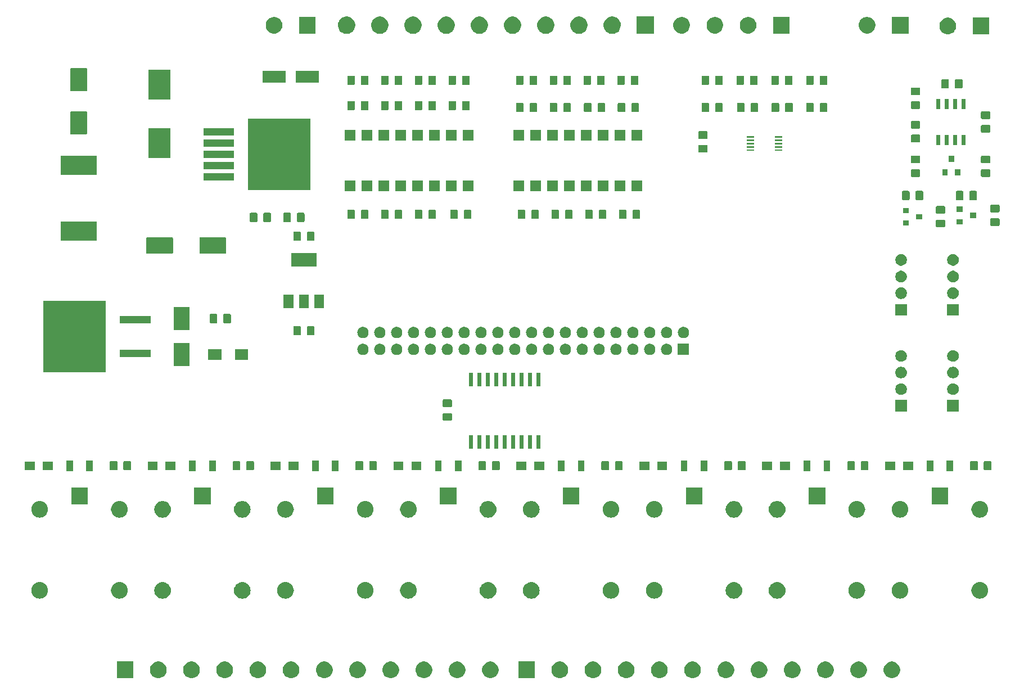
<source format=gbr>
G04 #@! TF.GenerationSoftware,KiCad,Pcbnew,5.1.2-f72e74a~84~ubuntu18.04.1*
G04 #@! TF.CreationDate,2019-07-22T16:22:56+05:30*
G04 #@! TF.ProjectId,openPlc_Rpi,6f70656e-506c-4635-9f52-70692e6b6963,rev?*
G04 #@! TF.SameCoordinates,Original*
G04 #@! TF.FileFunction,Soldermask,Top*
G04 #@! TF.FilePolarity,Negative*
%FSLAX46Y46*%
G04 Gerber Fmt 4.6, Leading zero omitted, Abs format (unit mm)*
G04 Created by KiCad (PCBNEW 5.1.2-f72e74a~84~ubuntu18.04.1) date 2019-07-22 16:22:56*
%MOMM*%
%LPD*%
G04 APERTURE LIST*
%ADD10C,0.100000*%
G04 APERTURE END LIST*
D10*
G36*
X118648610Y-148912036D02*
G01*
X118876095Y-149006264D01*
X118876097Y-149006265D01*
X119080828Y-149143062D01*
X119254938Y-149317172D01*
X119391736Y-149521905D01*
X119485964Y-149749390D01*
X119534000Y-149990884D01*
X119534000Y-150237116D01*
X119485964Y-150478610D01*
X119391736Y-150706095D01*
X119391735Y-150706097D01*
X119254938Y-150910828D01*
X119080828Y-151084938D01*
X118876097Y-151221735D01*
X118876096Y-151221736D01*
X118876095Y-151221736D01*
X118648610Y-151315964D01*
X118407116Y-151364000D01*
X118160884Y-151364000D01*
X117919390Y-151315964D01*
X117691905Y-151221736D01*
X117691904Y-151221736D01*
X117691903Y-151221735D01*
X117487172Y-151084938D01*
X117313062Y-150910828D01*
X117176265Y-150706097D01*
X117176264Y-150706095D01*
X117082036Y-150478610D01*
X117034000Y-150237116D01*
X117034000Y-149990884D01*
X117082036Y-149749390D01*
X117176264Y-149521905D01*
X117313062Y-149317172D01*
X117487172Y-149143062D01*
X117691903Y-149006265D01*
X117691905Y-149006264D01*
X117919390Y-148912036D01*
X118160884Y-148864000D01*
X118407116Y-148864000D01*
X118648610Y-148912036D01*
X118648610Y-148912036D01*
G37*
G36*
X168648610Y-148912036D02*
G01*
X168876095Y-149006264D01*
X168876097Y-149006265D01*
X169080828Y-149143062D01*
X169254938Y-149317172D01*
X169391736Y-149521905D01*
X169485964Y-149749390D01*
X169534000Y-149990884D01*
X169534000Y-150237116D01*
X169485964Y-150478610D01*
X169391736Y-150706095D01*
X169391735Y-150706097D01*
X169254938Y-150910828D01*
X169080828Y-151084938D01*
X168876097Y-151221735D01*
X168876096Y-151221736D01*
X168876095Y-151221736D01*
X168648610Y-151315964D01*
X168407116Y-151364000D01*
X168160884Y-151364000D01*
X167919390Y-151315964D01*
X167691905Y-151221736D01*
X167691904Y-151221736D01*
X167691903Y-151221735D01*
X167487172Y-151084938D01*
X167313062Y-150910828D01*
X167176265Y-150706097D01*
X167176264Y-150706095D01*
X167082036Y-150478610D01*
X167034000Y-150237116D01*
X167034000Y-149990884D01*
X167082036Y-149749390D01*
X167176264Y-149521905D01*
X167313062Y-149317172D01*
X167487172Y-149143062D01*
X167691903Y-149006265D01*
X167691905Y-149006264D01*
X167919390Y-148912036D01*
X168160884Y-148864000D01*
X168407116Y-148864000D01*
X168648610Y-148912036D01*
X168648610Y-148912036D01*
G37*
G36*
X58196610Y-148912036D02*
G01*
X58424095Y-149006264D01*
X58424097Y-149006265D01*
X58628828Y-149143062D01*
X58802938Y-149317172D01*
X58939736Y-149521905D01*
X59033964Y-149749390D01*
X59082000Y-149990884D01*
X59082000Y-150237116D01*
X59033964Y-150478610D01*
X58939736Y-150706095D01*
X58939735Y-150706097D01*
X58802938Y-150910828D01*
X58628828Y-151084938D01*
X58424097Y-151221735D01*
X58424096Y-151221736D01*
X58424095Y-151221736D01*
X58196610Y-151315964D01*
X57955116Y-151364000D01*
X57708884Y-151364000D01*
X57467390Y-151315964D01*
X57239905Y-151221736D01*
X57239904Y-151221736D01*
X57239903Y-151221735D01*
X57035172Y-151084938D01*
X56861062Y-150910828D01*
X56724265Y-150706097D01*
X56724264Y-150706095D01*
X56630036Y-150478610D01*
X56582000Y-150237116D01*
X56582000Y-149990884D01*
X56630036Y-149749390D01*
X56724264Y-149521905D01*
X56861062Y-149317172D01*
X57035172Y-149143062D01*
X57239903Y-149006265D01*
X57239905Y-149006264D01*
X57467390Y-148912036D01*
X57708884Y-148864000D01*
X57955116Y-148864000D01*
X58196610Y-148912036D01*
X58196610Y-148912036D01*
G37*
G36*
X54082000Y-151364000D02*
G01*
X51582000Y-151364000D01*
X51582000Y-148864000D01*
X54082000Y-148864000D01*
X54082000Y-151364000D01*
X54082000Y-151364000D01*
G37*
G36*
X63196610Y-148912036D02*
G01*
X63424095Y-149006264D01*
X63424097Y-149006265D01*
X63628828Y-149143062D01*
X63802938Y-149317172D01*
X63939736Y-149521905D01*
X64033964Y-149749390D01*
X64082000Y-149990884D01*
X64082000Y-150237116D01*
X64033964Y-150478610D01*
X63939736Y-150706095D01*
X63939735Y-150706097D01*
X63802938Y-150910828D01*
X63628828Y-151084938D01*
X63424097Y-151221735D01*
X63424096Y-151221736D01*
X63424095Y-151221736D01*
X63196610Y-151315964D01*
X62955116Y-151364000D01*
X62708884Y-151364000D01*
X62467390Y-151315964D01*
X62239905Y-151221736D01*
X62239904Y-151221736D01*
X62239903Y-151221735D01*
X62035172Y-151084938D01*
X61861062Y-150910828D01*
X61724265Y-150706097D01*
X61724264Y-150706095D01*
X61630036Y-150478610D01*
X61582000Y-150237116D01*
X61582000Y-149990884D01*
X61630036Y-149749390D01*
X61724264Y-149521905D01*
X61861062Y-149317172D01*
X62035172Y-149143062D01*
X62239903Y-149006265D01*
X62239905Y-149006264D01*
X62467390Y-148912036D01*
X62708884Y-148864000D01*
X62955116Y-148864000D01*
X63196610Y-148912036D01*
X63196610Y-148912036D01*
G37*
G36*
X68196610Y-148912036D02*
G01*
X68424095Y-149006264D01*
X68424097Y-149006265D01*
X68628828Y-149143062D01*
X68802938Y-149317172D01*
X68939736Y-149521905D01*
X69033964Y-149749390D01*
X69082000Y-149990884D01*
X69082000Y-150237116D01*
X69033964Y-150478610D01*
X68939736Y-150706095D01*
X68939735Y-150706097D01*
X68802938Y-150910828D01*
X68628828Y-151084938D01*
X68424097Y-151221735D01*
X68424096Y-151221736D01*
X68424095Y-151221736D01*
X68196610Y-151315964D01*
X67955116Y-151364000D01*
X67708884Y-151364000D01*
X67467390Y-151315964D01*
X67239905Y-151221736D01*
X67239904Y-151221736D01*
X67239903Y-151221735D01*
X67035172Y-151084938D01*
X66861062Y-150910828D01*
X66724265Y-150706097D01*
X66724264Y-150706095D01*
X66630036Y-150478610D01*
X66582000Y-150237116D01*
X66582000Y-149990884D01*
X66630036Y-149749390D01*
X66724264Y-149521905D01*
X66861062Y-149317172D01*
X67035172Y-149143062D01*
X67239903Y-149006265D01*
X67239905Y-149006264D01*
X67467390Y-148912036D01*
X67708884Y-148864000D01*
X67955116Y-148864000D01*
X68196610Y-148912036D01*
X68196610Y-148912036D01*
G37*
G36*
X73196610Y-148912036D02*
G01*
X73424095Y-149006264D01*
X73424097Y-149006265D01*
X73628828Y-149143062D01*
X73802938Y-149317172D01*
X73939736Y-149521905D01*
X74033964Y-149749390D01*
X74082000Y-149990884D01*
X74082000Y-150237116D01*
X74033964Y-150478610D01*
X73939736Y-150706095D01*
X73939735Y-150706097D01*
X73802938Y-150910828D01*
X73628828Y-151084938D01*
X73424097Y-151221735D01*
X73424096Y-151221736D01*
X73424095Y-151221736D01*
X73196610Y-151315964D01*
X72955116Y-151364000D01*
X72708884Y-151364000D01*
X72467390Y-151315964D01*
X72239905Y-151221736D01*
X72239904Y-151221736D01*
X72239903Y-151221735D01*
X72035172Y-151084938D01*
X71861062Y-150910828D01*
X71724265Y-150706097D01*
X71724264Y-150706095D01*
X71630036Y-150478610D01*
X71582000Y-150237116D01*
X71582000Y-149990884D01*
X71630036Y-149749390D01*
X71724264Y-149521905D01*
X71861062Y-149317172D01*
X72035172Y-149143062D01*
X72239903Y-149006265D01*
X72239905Y-149006264D01*
X72467390Y-148912036D01*
X72708884Y-148864000D01*
X72955116Y-148864000D01*
X73196610Y-148912036D01*
X73196610Y-148912036D01*
G37*
G36*
X78196610Y-148912036D02*
G01*
X78424095Y-149006264D01*
X78424097Y-149006265D01*
X78628828Y-149143062D01*
X78802938Y-149317172D01*
X78939736Y-149521905D01*
X79033964Y-149749390D01*
X79082000Y-149990884D01*
X79082000Y-150237116D01*
X79033964Y-150478610D01*
X78939736Y-150706095D01*
X78939735Y-150706097D01*
X78802938Y-150910828D01*
X78628828Y-151084938D01*
X78424097Y-151221735D01*
X78424096Y-151221736D01*
X78424095Y-151221736D01*
X78196610Y-151315964D01*
X77955116Y-151364000D01*
X77708884Y-151364000D01*
X77467390Y-151315964D01*
X77239905Y-151221736D01*
X77239904Y-151221736D01*
X77239903Y-151221735D01*
X77035172Y-151084938D01*
X76861062Y-150910828D01*
X76724265Y-150706097D01*
X76724264Y-150706095D01*
X76630036Y-150478610D01*
X76582000Y-150237116D01*
X76582000Y-149990884D01*
X76630036Y-149749390D01*
X76724264Y-149521905D01*
X76861062Y-149317172D01*
X77035172Y-149143062D01*
X77239903Y-149006265D01*
X77239905Y-149006264D01*
X77467390Y-148912036D01*
X77708884Y-148864000D01*
X77955116Y-148864000D01*
X78196610Y-148912036D01*
X78196610Y-148912036D01*
G37*
G36*
X83196610Y-148912036D02*
G01*
X83424095Y-149006264D01*
X83424097Y-149006265D01*
X83628828Y-149143062D01*
X83802938Y-149317172D01*
X83939736Y-149521905D01*
X84033964Y-149749390D01*
X84082000Y-149990884D01*
X84082000Y-150237116D01*
X84033964Y-150478610D01*
X83939736Y-150706095D01*
X83939735Y-150706097D01*
X83802938Y-150910828D01*
X83628828Y-151084938D01*
X83424097Y-151221735D01*
X83424096Y-151221736D01*
X83424095Y-151221736D01*
X83196610Y-151315964D01*
X82955116Y-151364000D01*
X82708884Y-151364000D01*
X82467390Y-151315964D01*
X82239905Y-151221736D01*
X82239904Y-151221736D01*
X82239903Y-151221735D01*
X82035172Y-151084938D01*
X81861062Y-150910828D01*
X81724265Y-150706097D01*
X81724264Y-150706095D01*
X81630036Y-150478610D01*
X81582000Y-150237116D01*
X81582000Y-149990884D01*
X81630036Y-149749390D01*
X81724264Y-149521905D01*
X81861062Y-149317172D01*
X82035172Y-149143062D01*
X82239903Y-149006265D01*
X82239905Y-149006264D01*
X82467390Y-148912036D01*
X82708884Y-148864000D01*
X82955116Y-148864000D01*
X83196610Y-148912036D01*
X83196610Y-148912036D01*
G37*
G36*
X88196610Y-148912036D02*
G01*
X88424095Y-149006264D01*
X88424097Y-149006265D01*
X88628828Y-149143062D01*
X88802938Y-149317172D01*
X88939736Y-149521905D01*
X89033964Y-149749390D01*
X89082000Y-149990884D01*
X89082000Y-150237116D01*
X89033964Y-150478610D01*
X88939736Y-150706095D01*
X88939735Y-150706097D01*
X88802938Y-150910828D01*
X88628828Y-151084938D01*
X88424097Y-151221735D01*
X88424096Y-151221736D01*
X88424095Y-151221736D01*
X88196610Y-151315964D01*
X87955116Y-151364000D01*
X87708884Y-151364000D01*
X87467390Y-151315964D01*
X87239905Y-151221736D01*
X87239904Y-151221736D01*
X87239903Y-151221735D01*
X87035172Y-151084938D01*
X86861062Y-150910828D01*
X86724265Y-150706097D01*
X86724264Y-150706095D01*
X86630036Y-150478610D01*
X86582000Y-150237116D01*
X86582000Y-149990884D01*
X86630036Y-149749390D01*
X86724264Y-149521905D01*
X86861062Y-149317172D01*
X87035172Y-149143062D01*
X87239903Y-149006265D01*
X87239905Y-149006264D01*
X87467390Y-148912036D01*
X87708884Y-148864000D01*
X87955116Y-148864000D01*
X88196610Y-148912036D01*
X88196610Y-148912036D01*
G37*
G36*
X93196610Y-148912036D02*
G01*
X93424095Y-149006264D01*
X93424097Y-149006265D01*
X93628828Y-149143062D01*
X93802938Y-149317172D01*
X93939736Y-149521905D01*
X94033964Y-149749390D01*
X94082000Y-149990884D01*
X94082000Y-150237116D01*
X94033964Y-150478610D01*
X93939736Y-150706095D01*
X93939735Y-150706097D01*
X93802938Y-150910828D01*
X93628828Y-151084938D01*
X93424097Y-151221735D01*
X93424096Y-151221736D01*
X93424095Y-151221736D01*
X93196610Y-151315964D01*
X92955116Y-151364000D01*
X92708884Y-151364000D01*
X92467390Y-151315964D01*
X92239905Y-151221736D01*
X92239904Y-151221736D01*
X92239903Y-151221735D01*
X92035172Y-151084938D01*
X91861062Y-150910828D01*
X91724265Y-150706097D01*
X91724264Y-150706095D01*
X91630036Y-150478610D01*
X91582000Y-150237116D01*
X91582000Y-149990884D01*
X91630036Y-149749390D01*
X91724264Y-149521905D01*
X91861062Y-149317172D01*
X92035172Y-149143062D01*
X92239903Y-149006265D01*
X92239905Y-149006264D01*
X92467390Y-148912036D01*
X92708884Y-148864000D01*
X92955116Y-148864000D01*
X93196610Y-148912036D01*
X93196610Y-148912036D01*
G37*
G36*
X98196610Y-148912036D02*
G01*
X98424095Y-149006264D01*
X98424097Y-149006265D01*
X98628828Y-149143062D01*
X98802938Y-149317172D01*
X98939736Y-149521905D01*
X99033964Y-149749390D01*
X99082000Y-149990884D01*
X99082000Y-150237116D01*
X99033964Y-150478610D01*
X98939736Y-150706095D01*
X98939735Y-150706097D01*
X98802938Y-150910828D01*
X98628828Y-151084938D01*
X98424097Y-151221735D01*
X98424096Y-151221736D01*
X98424095Y-151221736D01*
X98196610Y-151315964D01*
X97955116Y-151364000D01*
X97708884Y-151364000D01*
X97467390Y-151315964D01*
X97239905Y-151221736D01*
X97239904Y-151221736D01*
X97239903Y-151221735D01*
X97035172Y-151084938D01*
X96861062Y-150910828D01*
X96724265Y-150706097D01*
X96724264Y-150706095D01*
X96630036Y-150478610D01*
X96582000Y-150237116D01*
X96582000Y-149990884D01*
X96630036Y-149749390D01*
X96724264Y-149521905D01*
X96861062Y-149317172D01*
X97035172Y-149143062D01*
X97239903Y-149006265D01*
X97239905Y-149006264D01*
X97467390Y-148912036D01*
X97708884Y-148864000D01*
X97955116Y-148864000D01*
X98196610Y-148912036D01*
X98196610Y-148912036D01*
G37*
G36*
X103196610Y-148912036D02*
G01*
X103424095Y-149006264D01*
X103424097Y-149006265D01*
X103628828Y-149143062D01*
X103802938Y-149317172D01*
X103939736Y-149521905D01*
X104033964Y-149749390D01*
X104082000Y-149990884D01*
X104082000Y-150237116D01*
X104033964Y-150478610D01*
X103939736Y-150706095D01*
X103939735Y-150706097D01*
X103802938Y-150910828D01*
X103628828Y-151084938D01*
X103424097Y-151221735D01*
X103424096Y-151221736D01*
X103424095Y-151221736D01*
X103196610Y-151315964D01*
X102955116Y-151364000D01*
X102708884Y-151364000D01*
X102467390Y-151315964D01*
X102239905Y-151221736D01*
X102239904Y-151221736D01*
X102239903Y-151221735D01*
X102035172Y-151084938D01*
X101861062Y-150910828D01*
X101724265Y-150706097D01*
X101724264Y-150706095D01*
X101630036Y-150478610D01*
X101582000Y-150237116D01*
X101582000Y-149990884D01*
X101630036Y-149749390D01*
X101724264Y-149521905D01*
X101861062Y-149317172D01*
X102035172Y-149143062D01*
X102239903Y-149006265D01*
X102239905Y-149006264D01*
X102467390Y-148912036D01*
X102708884Y-148864000D01*
X102955116Y-148864000D01*
X103196610Y-148912036D01*
X103196610Y-148912036D01*
G37*
G36*
X163648610Y-148912036D02*
G01*
X163876095Y-149006264D01*
X163876097Y-149006265D01*
X164080828Y-149143062D01*
X164254938Y-149317172D01*
X164391736Y-149521905D01*
X164485964Y-149749390D01*
X164534000Y-149990884D01*
X164534000Y-150237116D01*
X164485964Y-150478610D01*
X164391736Y-150706095D01*
X164391735Y-150706097D01*
X164254938Y-150910828D01*
X164080828Y-151084938D01*
X163876097Y-151221735D01*
X163876096Y-151221736D01*
X163876095Y-151221736D01*
X163648610Y-151315964D01*
X163407116Y-151364000D01*
X163160884Y-151364000D01*
X162919390Y-151315964D01*
X162691905Y-151221736D01*
X162691904Y-151221736D01*
X162691903Y-151221735D01*
X162487172Y-151084938D01*
X162313062Y-150910828D01*
X162176265Y-150706097D01*
X162176264Y-150706095D01*
X162082036Y-150478610D01*
X162034000Y-150237116D01*
X162034000Y-149990884D01*
X162082036Y-149749390D01*
X162176264Y-149521905D01*
X162313062Y-149317172D01*
X162487172Y-149143062D01*
X162691903Y-149006265D01*
X162691905Y-149006264D01*
X162919390Y-148912036D01*
X163160884Y-148864000D01*
X163407116Y-148864000D01*
X163648610Y-148912036D01*
X163648610Y-148912036D01*
G37*
G36*
X108196610Y-148912036D02*
G01*
X108424095Y-149006264D01*
X108424097Y-149006265D01*
X108628828Y-149143062D01*
X108802938Y-149317172D01*
X108939736Y-149521905D01*
X109033964Y-149749390D01*
X109082000Y-149990884D01*
X109082000Y-150237116D01*
X109033964Y-150478610D01*
X108939736Y-150706095D01*
X108939735Y-150706097D01*
X108802938Y-150910828D01*
X108628828Y-151084938D01*
X108424097Y-151221735D01*
X108424096Y-151221736D01*
X108424095Y-151221736D01*
X108196610Y-151315964D01*
X107955116Y-151364000D01*
X107708884Y-151364000D01*
X107467390Y-151315964D01*
X107239905Y-151221736D01*
X107239904Y-151221736D01*
X107239903Y-151221735D01*
X107035172Y-151084938D01*
X106861062Y-150910828D01*
X106724265Y-150706097D01*
X106724264Y-150706095D01*
X106630036Y-150478610D01*
X106582000Y-150237116D01*
X106582000Y-149990884D01*
X106630036Y-149749390D01*
X106724264Y-149521905D01*
X106861062Y-149317172D01*
X107035172Y-149143062D01*
X107239903Y-149006265D01*
X107239905Y-149006264D01*
X107467390Y-148912036D01*
X107708884Y-148864000D01*
X107955116Y-148864000D01*
X108196610Y-148912036D01*
X108196610Y-148912036D01*
G37*
G36*
X114534000Y-151364000D02*
G01*
X112034000Y-151364000D01*
X112034000Y-148864000D01*
X114534000Y-148864000D01*
X114534000Y-151364000D01*
X114534000Y-151364000D01*
G37*
G36*
X123648610Y-148912036D02*
G01*
X123876095Y-149006264D01*
X123876097Y-149006265D01*
X124080828Y-149143062D01*
X124254938Y-149317172D01*
X124391736Y-149521905D01*
X124485964Y-149749390D01*
X124534000Y-149990884D01*
X124534000Y-150237116D01*
X124485964Y-150478610D01*
X124391736Y-150706095D01*
X124391735Y-150706097D01*
X124254938Y-150910828D01*
X124080828Y-151084938D01*
X123876097Y-151221735D01*
X123876096Y-151221736D01*
X123876095Y-151221736D01*
X123648610Y-151315964D01*
X123407116Y-151364000D01*
X123160884Y-151364000D01*
X122919390Y-151315964D01*
X122691905Y-151221736D01*
X122691904Y-151221736D01*
X122691903Y-151221735D01*
X122487172Y-151084938D01*
X122313062Y-150910828D01*
X122176265Y-150706097D01*
X122176264Y-150706095D01*
X122082036Y-150478610D01*
X122034000Y-150237116D01*
X122034000Y-149990884D01*
X122082036Y-149749390D01*
X122176264Y-149521905D01*
X122313062Y-149317172D01*
X122487172Y-149143062D01*
X122691903Y-149006265D01*
X122691905Y-149006264D01*
X122919390Y-148912036D01*
X123160884Y-148864000D01*
X123407116Y-148864000D01*
X123648610Y-148912036D01*
X123648610Y-148912036D01*
G37*
G36*
X128648610Y-148912036D02*
G01*
X128876095Y-149006264D01*
X128876097Y-149006265D01*
X129080828Y-149143062D01*
X129254938Y-149317172D01*
X129391736Y-149521905D01*
X129485964Y-149749390D01*
X129534000Y-149990884D01*
X129534000Y-150237116D01*
X129485964Y-150478610D01*
X129391736Y-150706095D01*
X129391735Y-150706097D01*
X129254938Y-150910828D01*
X129080828Y-151084938D01*
X128876097Y-151221735D01*
X128876096Y-151221736D01*
X128876095Y-151221736D01*
X128648610Y-151315964D01*
X128407116Y-151364000D01*
X128160884Y-151364000D01*
X127919390Y-151315964D01*
X127691905Y-151221736D01*
X127691904Y-151221736D01*
X127691903Y-151221735D01*
X127487172Y-151084938D01*
X127313062Y-150910828D01*
X127176265Y-150706097D01*
X127176264Y-150706095D01*
X127082036Y-150478610D01*
X127034000Y-150237116D01*
X127034000Y-149990884D01*
X127082036Y-149749390D01*
X127176264Y-149521905D01*
X127313062Y-149317172D01*
X127487172Y-149143062D01*
X127691903Y-149006265D01*
X127691905Y-149006264D01*
X127919390Y-148912036D01*
X128160884Y-148864000D01*
X128407116Y-148864000D01*
X128648610Y-148912036D01*
X128648610Y-148912036D01*
G37*
G36*
X133648610Y-148912036D02*
G01*
X133876095Y-149006264D01*
X133876097Y-149006265D01*
X134080828Y-149143062D01*
X134254938Y-149317172D01*
X134391736Y-149521905D01*
X134485964Y-149749390D01*
X134534000Y-149990884D01*
X134534000Y-150237116D01*
X134485964Y-150478610D01*
X134391736Y-150706095D01*
X134391735Y-150706097D01*
X134254938Y-150910828D01*
X134080828Y-151084938D01*
X133876097Y-151221735D01*
X133876096Y-151221736D01*
X133876095Y-151221736D01*
X133648610Y-151315964D01*
X133407116Y-151364000D01*
X133160884Y-151364000D01*
X132919390Y-151315964D01*
X132691905Y-151221736D01*
X132691904Y-151221736D01*
X132691903Y-151221735D01*
X132487172Y-151084938D01*
X132313062Y-150910828D01*
X132176265Y-150706097D01*
X132176264Y-150706095D01*
X132082036Y-150478610D01*
X132034000Y-150237116D01*
X132034000Y-149990884D01*
X132082036Y-149749390D01*
X132176264Y-149521905D01*
X132313062Y-149317172D01*
X132487172Y-149143062D01*
X132691903Y-149006265D01*
X132691905Y-149006264D01*
X132919390Y-148912036D01*
X133160884Y-148864000D01*
X133407116Y-148864000D01*
X133648610Y-148912036D01*
X133648610Y-148912036D01*
G37*
G36*
X143648610Y-148912036D02*
G01*
X143876095Y-149006264D01*
X143876097Y-149006265D01*
X144080828Y-149143062D01*
X144254938Y-149317172D01*
X144391736Y-149521905D01*
X144485964Y-149749390D01*
X144534000Y-149990884D01*
X144534000Y-150237116D01*
X144485964Y-150478610D01*
X144391736Y-150706095D01*
X144391735Y-150706097D01*
X144254938Y-150910828D01*
X144080828Y-151084938D01*
X143876097Y-151221735D01*
X143876096Y-151221736D01*
X143876095Y-151221736D01*
X143648610Y-151315964D01*
X143407116Y-151364000D01*
X143160884Y-151364000D01*
X142919390Y-151315964D01*
X142691905Y-151221736D01*
X142691904Y-151221736D01*
X142691903Y-151221735D01*
X142487172Y-151084938D01*
X142313062Y-150910828D01*
X142176265Y-150706097D01*
X142176264Y-150706095D01*
X142082036Y-150478610D01*
X142034000Y-150237116D01*
X142034000Y-149990884D01*
X142082036Y-149749390D01*
X142176264Y-149521905D01*
X142313062Y-149317172D01*
X142487172Y-149143062D01*
X142691903Y-149006265D01*
X142691905Y-149006264D01*
X142919390Y-148912036D01*
X143160884Y-148864000D01*
X143407116Y-148864000D01*
X143648610Y-148912036D01*
X143648610Y-148912036D01*
G37*
G36*
X148648610Y-148912036D02*
G01*
X148876095Y-149006264D01*
X148876097Y-149006265D01*
X149080828Y-149143062D01*
X149254938Y-149317172D01*
X149391736Y-149521905D01*
X149485964Y-149749390D01*
X149534000Y-149990884D01*
X149534000Y-150237116D01*
X149485964Y-150478610D01*
X149391736Y-150706095D01*
X149391735Y-150706097D01*
X149254938Y-150910828D01*
X149080828Y-151084938D01*
X148876097Y-151221735D01*
X148876096Y-151221736D01*
X148876095Y-151221736D01*
X148648610Y-151315964D01*
X148407116Y-151364000D01*
X148160884Y-151364000D01*
X147919390Y-151315964D01*
X147691905Y-151221736D01*
X147691904Y-151221736D01*
X147691903Y-151221735D01*
X147487172Y-151084938D01*
X147313062Y-150910828D01*
X147176265Y-150706097D01*
X147176264Y-150706095D01*
X147082036Y-150478610D01*
X147034000Y-150237116D01*
X147034000Y-149990884D01*
X147082036Y-149749390D01*
X147176264Y-149521905D01*
X147313062Y-149317172D01*
X147487172Y-149143062D01*
X147691903Y-149006265D01*
X147691905Y-149006264D01*
X147919390Y-148912036D01*
X148160884Y-148864000D01*
X148407116Y-148864000D01*
X148648610Y-148912036D01*
X148648610Y-148912036D01*
G37*
G36*
X153648610Y-148912036D02*
G01*
X153876095Y-149006264D01*
X153876097Y-149006265D01*
X154080828Y-149143062D01*
X154254938Y-149317172D01*
X154391736Y-149521905D01*
X154485964Y-149749390D01*
X154534000Y-149990884D01*
X154534000Y-150237116D01*
X154485964Y-150478610D01*
X154391736Y-150706095D01*
X154391735Y-150706097D01*
X154254938Y-150910828D01*
X154080828Y-151084938D01*
X153876097Y-151221735D01*
X153876096Y-151221736D01*
X153876095Y-151221736D01*
X153648610Y-151315964D01*
X153407116Y-151364000D01*
X153160884Y-151364000D01*
X152919390Y-151315964D01*
X152691905Y-151221736D01*
X152691904Y-151221736D01*
X152691903Y-151221735D01*
X152487172Y-151084938D01*
X152313062Y-150910828D01*
X152176265Y-150706097D01*
X152176264Y-150706095D01*
X152082036Y-150478610D01*
X152034000Y-150237116D01*
X152034000Y-149990884D01*
X152082036Y-149749390D01*
X152176264Y-149521905D01*
X152313062Y-149317172D01*
X152487172Y-149143062D01*
X152691903Y-149006265D01*
X152691905Y-149006264D01*
X152919390Y-148912036D01*
X153160884Y-148864000D01*
X153407116Y-148864000D01*
X153648610Y-148912036D01*
X153648610Y-148912036D01*
G37*
G36*
X158648610Y-148912036D02*
G01*
X158876095Y-149006264D01*
X158876097Y-149006265D01*
X159080828Y-149143062D01*
X159254938Y-149317172D01*
X159391736Y-149521905D01*
X159485964Y-149749390D01*
X159534000Y-149990884D01*
X159534000Y-150237116D01*
X159485964Y-150478610D01*
X159391736Y-150706095D01*
X159391735Y-150706097D01*
X159254938Y-150910828D01*
X159080828Y-151084938D01*
X158876097Y-151221735D01*
X158876096Y-151221736D01*
X158876095Y-151221736D01*
X158648610Y-151315964D01*
X158407116Y-151364000D01*
X158160884Y-151364000D01*
X157919390Y-151315964D01*
X157691905Y-151221736D01*
X157691904Y-151221736D01*
X157691903Y-151221735D01*
X157487172Y-151084938D01*
X157313062Y-150910828D01*
X157176265Y-150706097D01*
X157176264Y-150706095D01*
X157082036Y-150478610D01*
X157034000Y-150237116D01*
X157034000Y-149990884D01*
X157082036Y-149749390D01*
X157176264Y-149521905D01*
X157313062Y-149317172D01*
X157487172Y-149143062D01*
X157691903Y-149006265D01*
X157691905Y-149006264D01*
X157919390Y-148912036D01*
X158160884Y-148864000D01*
X158407116Y-148864000D01*
X158648610Y-148912036D01*
X158648610Y-148912036D01*
G37*
G36*
X138648610Y-148912036D02*
G01*
X138876095Y-149006264D01*
X138876097Y-149006265D01*
X139080828Y-149143062D01*
X139254938Y-149317172D01*
X139391736Y-149521905D01*
X139485964Y-149749390D01*
X139534000Y-149990884D01*
X139534000Y-150237116D01*
X139485964Y-150478610D01*
X139391736Y-150706095D01*
X139391735Y-150706097D01*
X139254938Y-150910828D01*
X139080828Y-151084938D01*
X138876097Y-151221735D01*
X138876096Y-151221736D01*
X138876095Y-151221736D01*
X138648610Y-151315964D01*
X138407116Y-151364000D01*
X138160884Y-151364000D01*
X137919390Y-151315964D01*
X137691905Y-151221736D01*
X137691904Y-151221736D01*
X137691903Y-151221735D01*
X137487172Y-151084938D01*
X137313062Y-150910828D01*
X137176265Y-150706097D01*
X137176264Y-150706095D01*
X137082036Y-150478610D01*
X137034000Y-150237116D01*
X137034000Y-149990884D01*
X137082036Y-149749390D01*
X137176264Y-149521905D01*
X137313062Y-149317172D01*
X137487172Y-149143062D01*
X137691903Y-149006265D01*
X137691905Y-149006264D01*
X137919390Y-148912036D01*
X138160884Y-148864000D01*
X138407116Y-148864000D01*
X138648610Y-148912036D01*
X138648610Y-148912036D01*
G37*
G36*
X169759041Y-136920086D02*
G01*
X169876856Y-136955825D01*
X169994669Y-136991563D01*
X169994671Y-136991564D01*
X170211822Y-137107633D01*
X170402160Y-137263840D01*
X170558367Y-137454178D01*
X170674436Y-137671329D01*
X170745914Y-137906959D01*
X170770048Y-138152000D01*
X170745914Y-138397041D01*
X170674436Y-138632671D01*
X170558367Y-138849822D01*
X170402160Y-139040160D01*
X170211822Y-139196367D01*
X169994671Y-139312436D01*
X169994669Y-139312437D01*
X169876856Y-139348175D01*
X169759041Y-139383914D01*
X169575409Y-139402000D01*
X169452591Y-139402000D01*
X169268959Y-139383914D01*
X169151144Y-139348175D01*
X169033331Y-139312437D01*
X169033329Y-139312436D01*
X168816178Y-139196367D01*
X168625840Y-139040160D01*
X168469633Y-138849822D01*
X168353564Y-138632671D01*
X168282086Y-138397041D01*
X168257952Y-138152000D01*
X168282086Y-137906959D01*
X168353564Y-137671329D01*
X168469633Y-137454178D01*
X168625840Y-137263840D01*
X168816178Y-137107633D01*
X169033329Y-136991564D01*
X169033331Y-136991563D01*
X169151144Y-136955825D01*
X169268959Y-136920086D01*
X169452591Y-136902000D01*
X169575409Y-136902000D01*
X169759041Y-136920086D01*
X169759041Y-136920086D01*
G37*
G36*
X181759041Y-136920086D02*
G01*
X181876856Y-136955825D01*
X181994669Y-136991563D01*
X181994671Y-136991564D01*
X182211822Y-137107633D01*
X182402160Y-137263840D01*
X182558367Y-137454178D01*
X182674436Y-137671329D01*
X182745914Y-137906959D01*
X182770048Y-138152000D01*
X182745914Y-138397041D01*
X182674436Y-138632671D01*
X182558367Y-138849822D01*
X182402160Y-139040160D01*
X182211822Y-139196367D01*
X181994671Y-139312436D01*
X181994669Y-139312437D01*
X181876856Y-139348175D01*
X181759041Y-139383914D01*
X181575409Y-139402000D01*
X181452591Y-139402000D01*
X181268959Y-139383914D01*
X181151144Y-139348175D01*
X181033331Y-139312437D01*
X181033329Y-139312436D01*
X180816178Y-139196367D01*
X180625840Y-139040160D01*
X180469633Y-138849822D01*
X180353564Y-138632671D01*
X180282086Y-138397041D01*
X180257952Y-138152000D01*
X180282086Y-137906959D01*
X180353564Y-137671329D01*
X180469633Y-137454178D01*
X180625840Y-137263840D01*
X180816178Y-137107633D01*
X181033329Y-136991564D01*
X181033331Y-136991563D01*
X181151144Y-136955825D01*
X181268959Y-136920086D01*
X181452591Y-136902000D01*
X181575409Y-136902000D01*
X181759041Y-136920086D01*
X181759041Y-136920086D01*
G37*
G36*
X58724755Y-136920086D02*
G01*
X58842570Y-136955825D01*
X58960383Y-136991563D01*
X58960385Y-136991564D01*
X59177536Y-137107633D01*
X59367874Y-137263840D01*
X59524081Y-137454178D01*
X59640150Y-137671329D01*
X59711628Y-137906959D01*
X59735762Y-138152000D01*
X59711628Y-138397041D01*
X59640150Y-138632671D01*
X59524081Y-138849822D01*
X59367874Y-139040160D01*
X59177536Y-139196367D01*
X58960385Y-139312436D01*
X58960383Y-139312437D01*
X58842570Y-139348175D01*
X58724755Y-139383914D01*
X58541123Y-139402000D01*
X58418305Y-139402000D01*
X58234673Y-139383914D01*
X58116858Y-139348175D01*
X57999045Y-139312437D01*
X57999043Y-139312436D01*
X57781892Y-139196367D01*
X57591554Y-139040160D01*
X57435347Y-138849822D01*
X57319278Y-138632671D01*
X57247800Y-138397041D01*
X57223666Y-138152000D01*
X57247800Y-137906959D01*
X57319278Y-137671329D01*
X57435347Y-137454178D01*
X57591554Y-137263840D01*
X57781892Y-137107633D01*
X57999043Y-136991564D01*
X57999045Y-136991563D01*
X58116858Y-136955825D01*
X58234673Y-136920086D01*
X58418305Y-136902000D01*
X58541123Y-136902000D01*
X58724755Y-136920086D01*
X58724755Y-136920086D01*
G37*
G36*
X70724755Y-136920086D02*
G01*
X70842570Y-136955825D01*
X70960383Y-136991563D01*
X70960385Y-136991564D01*
X71177536Y-137107633D01*
X71367874Y-137263840D01*
X71524081Y-137454178D01*
X71640150Y-137671329D01*
X71711628Y-137906959D01*
X71735762Y-138152000D01*
X71711628Y-138397041D01*
X71640150Y-138632671D01*
X71524081Y-138849822D01*
X71367874Y-139040160D01*
X71177536Y-139196367D01*
X70960385Y-139312436D01*
X70960383Y-139312437D01*
X70842570Y-139348175D01*
X70724755Y-139383914D01*
X70541123Y-139402000D01*
X70418305Y-139402000D01*
X70234673Y-139383914D01*
X70116858Y-139348175D01*
X69999045Y-139312437D01*
X69999043Y-139312436D01*
X69781892Y-139196367D01*
X69591554Y-139040160D01*
X69435347Y-138849822D01*
X69319278Y-138632671D01*
X69247800Y-138397041D01*
X69223666Y-138152000D01*
X69247800Y-137906959D01*
X69319278Y-137671329D01*
X69435347Y-137454178D01*
X69591554Y-137263840D01*
X69781892Y-137107633D01*
X69999043Y-136991564D01*
X69999045Y-136991563D01*
X70116858Y-136955825D01*
X70234673Y-136920086D01*
X70418305Y-136902000D01*
X70541123Y-136902000D01*
X70724755Y-136920086D01*
X70724755Y-136920086D01*
G37*
G36*
X144747611Y-136920086D02*
G01*
X144865426Y-136955825D01*
X144983239Y-136991563D01*
X144983241Y-136991564D01*
X145200392Y-137107633D01*
X145390730Y-137263840D01*
X145546937Y-137454178D01*
X145663006Y-137671329D01*
X145734484Y-137906959D01*
X145758618Y-138152000D01*
X145734484Y-138397041D01*
X145663006Y-138632671D01*
X145546937Y-138849822D01*
X145390730Y-139040160D01*
X145200392Y-139196367D01*
X144983241Y-139312436D01*
X144983239Y-139312437D01*
X144865426Y-139348175D01*
X144747611Y-139383914D01*
X144563979Y-139402000D01*
X144441161Y-139402000D01*
X144257529Y-139383914D01*
X144139714Y-139348175D01*
X144021901Y-139312437D01*
X144021899Y-139312436D01*
X143804748Y-139196367D01*
X143614410Y-139040160D01*
X143458203Y-138849822D01*
X143342134Y-138632671D01*
X143270656Y-138397041D01*
X143246522Y-138152000D01*
X143270656Y-137906959D01*
X143342134Y-137671329D01*
X143458203Y-137454178D01*
X143614410Y-137263840D01*
X143804748Y-137107633D01*
X144021899Y-136991564D01*
X144021901Y-136991563D01*
X144139714Y-136955825D01*
X144257529Y-136920086D01*
X144441161Y-136902000D01*
X144563979Y-136902000D01*
X144747611Y-136920086D01*
X144747611Y-136920086D01*
G37*
G36*
X163253325Y-136920086D02*
G01*
X163371140Y-136955825D01*
X163488953Y-136991563D01*
X163488955Y-136991564D01*
X163706106Y-137107633D01*
X163896444Y-137263840D01*
X164052651Y-137454178D01*
X164168720Y-137671329D01*
X164240198Y-137906959D01*
X164264332Y-138152000D01*
X164240198Y-138397041D01*
X164168720Y-138632671D01*
X164052651Y-138849822D01*
X163896444Y-139040160D01*
X163706106Y-139196367D01*
X163488955Y-139312436D01*
X163488953Y-139312437D01*
X163371140Y-139348175D01*
X163253325Y-139383914D01*
X163069693Y-139402000D01*
X162946875Y-139402000D01*
X162763243Y-139383914D01*
X162645428Y-139348175D01*
X162527615Y-139312437D01*
X162527613Y-139312436D01*
X162310462Y-139196367D01*
X162120124Y-139040160D01*
X161963917Y-138849822D01*
X161847848Y-138632671D01*
X161776370Y-138397041D01*
X161752236Y-138152000D01*
X161776370Y-137906959D01*
X161847848Y-137671329D01*
X161963917Y-137454178D01*
X162120124Y-137263840D01*
X162310462Y-137107633D01*
X162527613Y-136991564D01*
X162527615Y-136991563D01*
X162645428Y-136955825D01*
X162763243Y-136920086D01*
X162946875Y-136902000D01*
X163069693Y-136902000D01*
X163253325Y-136920086D01*
X163253325Y-136920086D01*
G37*
G36*
X95736183Y-136920086D02*
G01*
X95853998Y-136955825D01*
X95971811Y-136991563D01*
X95971813Y-136991564D01*
X96188964Y-137107633D01*
X96379302Y-137263840D01*
X96535509Y-137454178D01*
X96651578Y-137671329D01*
X96723056Y-137906959D01*
X96747190Y-138152000D01*
X96723056Y-138397041D01*
X96651578Y-138632671D01*
X96535509Y-138849822D01*
X96379302Y-139040160D01*
X96188964Y-139196367D01*
X95971813Y-139312436D01*
X95971811Y-139312437D01*
X95853998Y-139348175D01*
X95736183Y-139383914D01*
X95552551Y-139402000D01*
X95429733Y-139402000D01*
X95246101Y-139383914D01*
X95128286Y-139348175D01*
X95010473Y-139312437D01*
X95010471Y-139312436D01*
X94793320Y-139196367D01*
X94602982Y-139040160D01*
X94446775Y-138849822D01*
X94330706Y-138632671D01*
X94259228Y-138397041D01*
X94235094Y-138152000D01*
X94259228Y-137906959D01*
X94330706Y-137671329D01*
X94446775Y-137454178D01*
X94602982Y-137263840D01*
X94793320Y-137107633D01*
X95010471Y-136991564D01*
X95010473Y-136991563D01*
X95128286Y-136955825D01*
X95246101Y-136920086D01*
X95429733Y-136902000D01*
X95552551Y-136902000D01*
X95736183Y-136920086D01*
X95736183Y-136920086D01*
G37*
G36*
X107736183Y-136920086D02*
G01*
X107853998Y-136955825D01*
X107971811Y-136991563D01*
X107971813Y-136991564D01*
X108188964Y-137107633D01*
X108379302Y-137263840D01*
X108535509Y-137454178D01*
X108651578Y-137671329D01*
X108723056Y-137906959D01*
X108747190Y-138152000D01*
X108723056Y-138397041D01*
X108651578Y-138632671D01*
X108535509Y-138849822D01*
X108379302Y-139040160D01*
X108188964Y-139196367D01*
X107971813Y-139312436D01*
X107971811Y-139312437D01*
X107853998Y-139348175D01*
X107736183Y-139383914D01*
X107552551Y-139402000D01*
X107429733Y-139402000D01*
X107246101Y-139383914D01*
X107128286Y-139348175D01*
X107010473Y-139312437D01*
X107010471Y-139312436D01*
X106793320Y-139196367D01*
X106602982Y-139040160D01*
X106446775Y-138849822D01*
X106330706Y-138632671D01*
X106259228Y-138397041D01*
X106235094Y-138152000D01*
X106259228Y-137906959D01*
X106330706Y-137671329D01*
X106446775Y-137454178D01*
X106602982Y-137263840D01*
X106793320Y-137107633D01*
X107010471Y-136991564D01*
X107010473Y-136991563D01*
X107128286Y-136955825D01*
X107246101Y-136920086D01*
X107429733Y-136902000D01*
X107552551Y-136902000D01*
X107736183Y-136920086D01*
X107736183Y-136920086D01*
G37*
G36*
X89230469Y-136920086D02*
G01*
X89348284Y-136955825D01*
X89466097Y-136991563D01*
X89466099Y-136991564D01*
X89683250Y-137107633D01*
X89873588Y-137263840D01*
X90029795Y-137454178D01*
X90145864Y-137671329D01*
X90217342Y-137906959D01*
X90241476Y-138152000D01*
X90217342Y-138397041D01*
X90145864Y-138632671D01*
X90029795Y-138849822D01*
X89873588Y-139040160D01*
X89683250Y-139196367D01*
X89466099Y-139312436D01*
X89466097Y-139312437D01*
X89348284Y-139348175D01*
X89230469Y-139383914D01*
X89046837Y-139402000D01*
X88924019Y-139402000D01*
X88740387Y-139383914D01*
X88622572Y-139348175D01*
X88504759Y-139312437D01*
X88504757Y-139312436D01*
X88287606Y-139196367D01*
X88097268Y-139040160D01*
X87941061Y-138849822D01*
X87824992Y-138632671D01*
X87753514Y-138397041D01*
X87729380Y-138152000D01*
X87753514Y-137906959D01*
X87824992Y-137671329D01*
X87941061Y-137454178D01*
X88097268Y-137263840D01*
X88287606Y-137107633D01*
X88504757Y-136991564D01*
X88504759Y-136991563D01*
X88622572Y-136955825D01*
X88740387Y-136920086D01*
X88924019Y-136902000D01*
X89046837Y-136902000D01*
X89230469Y-136920086D01*
X89230469Y-136920086D01*
G37*
G36*
X40219041Y-136920086D02*
G01*
X40336856Y-136955825D01*
X40454669Y-136991563D01*
X40454671Y-136991564D01*
X40671822Y-137107633D01*
X40862160Y-137263840D01*
X41018367Y-137454178D01*
X41134436Y-137671329D01*
X41205914Y-137906959D01*
X41230048Y-138152000D01*
X41205914Y-138397041D01*
X41134436Y-138632671D01*
X41018367Y-138849822D01*
X40862160Y-139040160D01*
X40671822Y-139196367D01*
X40454671Y-139312436D01*
X40454669Y-139312437D01*
X40336856Y-139348175D01*
X40219041Y-139383914D01*
X40035409Y-139402000D01*
X39912591Y-139402000D01*
X39728959Y-139383914D01*
X39611144Y-139348175D01*
X39493331Y-139312437D01*
X39493329Y-139312436D01*
X39276178Y-139196367D01*
X39085840Y-139040160D01*
X38929633Y-138849822D01*
X38813564Y-138632671D01*
X38742086Y-138397041D01*
X38717952Y-138152000D01*
X38742086Y-137906959D01*
X38813564Y-137671329D01*
X38929633Y-137454178D01*
X39085840Y-137263840D01*
X39276178Y-137107633D01*
X39493329Y-136991564D01*
X39493331Y-136991563D01*
X39611144Y-136955825D01*
X39728959Y-136920086D01*
X39912591Y-136902000D01*
X40035409Y-136902000D01*
X40219041Y-136920086D01*
X40219041Y-136920086D01*
G37*
G36*
X52219041Y-136920086D02*
G01*
X52336856Y-136955825D01*
X52454669Y-136991563D01*
X52454671Y-136991564D01*
X52671822Y-137107633D01*
X52862160Y-137263840D01*
X53018367Y-137454178D01*
X53134436Y-137671329D01*
X53205914Y-137906959D01*
X53230048Y-138152000D01*
X53205914Y-138397041D01*
X53134436Y-138632671D01*
X53018367Y-138849822D01*
X52862160Y-139040160D01*
X52671822Y-139196367D01*
X52454671Y-139312436D01*
X52454669Y-139312437D01*
X52336856Y-139348175D01*
X52219041Y-139383914D01*
X52035409Y-139402000D01*
X51912591Y-139402000D01*
X51728959Y-139383914D01*
X51611144Y-139348175D01*
X51493331Y-139312437D01*
X51493329Y-139312436D01*
X51276178Y-139196367D01*
X51085840Y-139040160D01*
X50929633Y-138849822D01*
X50813564Y-138632671D01*
X50742086Y-138397041D01*
X50717952Y-138152000D01*
X50742086Y-137906959D01*
X50813564Y-137671329D01*
X50929633Y-137454178D01*
X51085840Y-137263840D01*
X51276178Y-137107633D01*
X51493329Y-136991564D01*
X51493331Y-136991563D01*
X51611144Y-136955825D01*
X51728959Y-136920086D01*
X51912591Y-136902000D01*
X52035409Y-136902000D01*
X52219041Y-136920086D01*
X52219041Y-136920086D01*
G37*
G36*
X114241897Y-136920086D02*
G01*
X114359712Y-136955825D01*
X114477525Y-136991563D01*
X114477527Y-136991564D01*
X114694678Y-137107633D01*
X114885016Y-137263840D01*
X115041223Y-137454178D01*
X115157292Y-137671329D01*
X115228770Y-137906959D01*
X115252904Y-138152000D01*
X115228770Y-138397041D01*
X115157292Y-138632671D01*
X115041223Y-138849822D01*
X114885016Y-139040160D01*
X114694678Y-139196367D01*
X114477527Y-139312436D01*
X114477525Y-139312437D01*
X114359712Y-139348175D01*
X114241897Y-139383914D01*
X114058265Y-139402000D01*
X113935447Y-139402000D01*
X113751815Y-139383914D01*
X113634000Y-139348175D01*
X113516187Y-139312437D01*
X113516185Y-139312436D01*
X113299034Y-139196367D01*
X113108696Y-139040160D01*
X112952489Y-138849822D01*
X112836420Y-138632671D01*
X112764942Y-138397041D01*
X112740808Y-138152000D01*
X112764942Y-137906959D01*
X112836420Y-137671329D01*
X112952489Y-137454178D01*
X113108696Y-137263840D01*
X113299034Y-137107633D01*
X113516185Y-136991564D01*
X113516187Y-136991563D01*
X113634000Y-136955825D01*
X113751815Y-136920086D01*
X113935447Y-136902000D01*
X114058265Y-136902000D01*
X114241897Y-136920086D01*
X114241897Y-136920086D01*
G37*
G36*
X126241897Y-136920086D02*
G01*
X126359712Y-136955825D01*
X126477525Y-136991563D01*
X126477527Y-136991564D01*
X126694678Y-137107633D01*
X126885016Y-137263840D01*
X127041223Y-137454178D01*
X127157292Y-137671329D01*
X127228770Y-137906959D01*
X127252904Y-138152000D01*
X127228770Y-138397041D01*
X127157292Y-138632671D01*
X127041223Y-138849822D01*
X126885016Y-139040160D01*
X126694678Y-139196367D01*
X126477527Y-139312436D01*
X126477525Y-139312437D01*
X126359712Y-139348175D01*
X126241897Y-139383914D01*
X126058265Y-139402000D01*
X125935447Y-139402000D01*
X125751815Y-139383914D01*
X125634000Y-139348175D01*
X125516187Y-139312437D01*
X125516185Y-139312436D01*
X125299034Y-139196367D01*
X125108696Y-139040160D01*
X124952489Y-138849822D01*
X124836420Y-138632671D01*
X124764942Y-138397041D01*
X124740808Y-138152000D01*
X124764942Y-137906959D01*
X124836420Y-137671329D01*
X124952489Y-137454178D01*
X125108696Y-137263840D01*
X125299034Y-137107633D01*
X125516185Y-136991564D01*
X125516187Y-136991563D01*
X125634000Y-136955825D01*
X125751815Y-136920086D01*
X125935447Y-136902000D01*
X126058265Y-136902000D01*
X126241897Y-136920086D01*
X126241897Y-136920086D01*
G37*
G36*
X151253325Y-136920086D02*
G01*
X151371140Y-136955825D01*
X151488953Y-136991563D01*
X151488955Y-136991564D01*
X151706106Y-137107633D01*
X151896444Y-137263840D01*
X152052651Y-137454178D01*
X152168720Y-137671329D01*
X152240198Y-137906959D01*
X152264332Y-138152000D01*
X152240198Y-138397041D01*
X152168720Y-138632671D01*
X152052651Y-138849822D01*
X151896444Y-139040160D01*
X151706106Y-139196367D01*
X151488955Y-139312436D01*
X151488953Y-139312437D01*
X151371140Y-139348175D01*
X151253325Y-139383914D01*
X151069693Y-139402000D01*
X150946875Y-139402000D01*
X150763243Y-139383914D01*
X150645428Y-139348175D01*
X150527615Y-139312437D01*
X150527613Y-139312436D01*
X150310462Y-139196367D01*
X150120124Y-139040160D01*
X149963917Y-138849822D01*
X149847848Y-138632671D01*
X149776370Y-138397041D01*
X149752236Y-138152000D01*
X149776370Y-137906959D01*
X149847848Y-137671329D01*
X149963917Y-137454178D01*
X150120124Y-137263840D01*
X150310462Y-137107633D01*
X150527613Y-136991564D01*
X150527615Y-136991563D01*
X150645428Y-136955825D01*
X150763243Y-136920086D01*
X150946875Y-136902000D01*
X151069693Y-136902000D01*
X151253325Y-136920086D01*
X151253325Y-136920086D01*
G37*
G36*
X132747611Y-136920086D02*
G01*
X132865426Y-136955825D01*
X132983239Y-136991563D01*
X132983241Y-136991564D01*
X133200392Y-137107633D01*
X133390730Y-137263840D01*
X133546937Y-137454178D01*
X133663006Y-137671329D01*
X133734484Y-137906959D01*
X133758618Y-138152000D01*
X133734484Y-138397041D01*
X133663006Y-138632671D01*
X133546937Y-138849822D01*
X133390730Y-139040160D01*
X133200392Y-139196367D01*
X132983241Y-139312436D01*
X132983239Y-139312437D01*
X132865426Y-139348175D01*
X132747611Y-139383914D01*
X132563979Y-139402000D01*
X132441161Y-139402000D01*
X132257529Y-139383914D01*
X132139714Y-139348175D01*
X132021901Y-139312437D01*
X132021899Y-139312436D01*
X131804748Y-139196367D01*
X131614410Y-139040160D01*
X131458203Y-138849822D01*
X131342134Y-138632671D01*
X131270656Y-138397041D01*
X131246522Y-138152000D01*
X131270656Y-137906959D01*
X131342134Y-137671329D01*
X131458203Y-137454178D01*
X131614410Y-137263840D01*
X131804748Y-137107633D01*
X132021899Y-136991564D01*
X132021901Y-136991563D01*
X132139714Y-136955825D01*
X132257529Y-136920086D01*
X132441161Y-136902000D01*
X132563979Y-136902000D01*
X132747611Y-136920086D01*
X132747611Y-136920086D01*
G37*
G36*
X77230469Y-136920086D02*
G01*
X77348284Y-136955825D01*
X77466097Y-136991563D01*
X77466099Y-136991564D01*
X77683250Y-137107633D01*
X77873588Y-137263840D01*
X78029795Y-137454178D01*
X78145864Y-137671329D01*
X78217342Y-137906959D01*
X78241476Y-138152000D01*
X78217342Y-138397041D01*
X78145864Y-138632671D01*
X78029795Y-138849822D01*
X77873588Y-139040160D01*
X77683250Y-139196367D01*
X77466099Y-139312436D01*
X77466097Y-139312437D01*
X77348284Y-139348175D01*
X77230469Y-139383914D01*
X77046837Y-139402000D01*
X76924019Y-139402000D01*
X76740387Y-139383914D01*
X76622572Y-139348175D01*
X76504759Y-139312437D01*
X76504757Y-139312436D01*
X76287606Y-139196367D01*
X76097268Y-139040160D01*
X75941061Y-138849822D01*
X75824992Y-138632671D01*
X75753514Y-138397041D01*
X75729380Y-138152000D01*
X75753514Y-137906959D01*
X75824992Y-137671329D01*
X75941061Y-137454178D01*
X76097268Y-137263840D01*
X76287606Y-137107633D01*
X76504757Y-136991564D01*
X76504759Y-136991563D01*
X76622572Y-136955825D01*
X76740387Y-136920086D01*
X76924019Y-136902000D01*
X77046837Y-136902000D01*
X77230469Y-136920086D01*
X77230469Y-136920086D01*
G37*
G36*
X70724755Y-124720086D02*
G01*
X70842570Y-124755825D01*
X70960383Y-124791563D01*
X70960385Y-124791564D01*
X71177536Y-124907633D01*
X71367874Y-125063840D01*
X71524081Y-125254178D01*
X71640150Y-125471329D01*
X71711628Y-125706959D01*
X71735762Y-125952000D01*
X71711628Y-126197041D01*
X71640150Y-126432671D01*
X71524081Y-126649822D01*
X71367874Y-126840160D01*
X71177536Y-126996367D01*
X70960385Y-127112436D01*
X70960383Y-127112437D01*
X70842570Y-127148175D01*
X70724755Y-127183914D01*
X70541123Y-127202000D01*
X70418305Y-127202000D01*
X70234673Y-127183914D01*
X70116858Y-127148175D01*
X69999045Y-127112437D01*
X69999043Y-127112436D01*
X69781892Y-126996367D01*
X69591554Y-126840160D01*
X69435347Y-126649822D01*
X69319278Y-126432671D01*
X69247800Y-126197041D01*
X69223666Y-125952000D01*
X69247800Y-125706959D01*
X69319278Y-125471329D01*
X69435347Y-125254178D01*
X69591554Y-125063840D01*
X69781892Y-124907633D01*
X69999043Y-124791564D01*
X69999045Y-124791563D01*
X70116858Y-124755825D01*
X70234673Y-124720086D01*
X70418305Y-124702000D01*
X70541123Y-124702000D01*
X70724755Y-124720086D01*
X70724755Y-124720086D01*
G37*
G36*
X144747611Y-124720086D02*
G01*
X144865426Y-124755825D01*
X144983239Y-124791563D01*
X144983241Y-124791564D01*
X145200392Y-124907633D01*
X145390730Y-125063840D01*
X145546937Y-125254178D01*
X145663006Y-125471329D01*
X145734484Y-125706959D01*
X145758618Y-125952000D01*
X145734484Y-126197041D01*
X145663006Y-126432671D01*
X145546937Y-126649822D01*
X145390730Y-126840160D01*
X145200392Y-126996367D01*
X144983241Y-127112436D01*
X144983239Y-127112437D01*
X144865426Y-127148175D01*
X144747611Y-127183914D01*
X144563979Y-127202000D01*
X144441161Y-127202000D01*
X144257529Y-127183914D01*
X144139714Y-127148175D01*
X144021901Y-127112437D01*
X144021899Y-127112436D01*
X143804748Y-126996367D01*
X143614410Y-126840160D01*
X143458203Y-126649822D01*
X143342134Y-126432671D01*
X143270656Y-126197041D01*
X143246522Y-125952000D01*
X143270656Y-125706959D01*
X143342134Y-125471329D01*
X143458203Y-125254178D01*
X143614410Y-125063840D01*
X143804748Y-124907633D01*
X144021899Y-124791564D01*
X144021901Y-124791563D01*
X144139714Y-124755825D01*
X144257529Y-124720086D01*
X144441161Y-124702000D01*
X144563979Y-124702000D01*
X144747611Y-124720086D01*
X144747611Y-124720086D01*
G37*
G36*
X132747611Y-124720086D02*
G01*
X132865426Y-124755825D01*
X132983239Y-124791563D01*
X132983241Y-124791564D01*
X133200392Y-124907633D01*
X133390730Y-125063840D01*
X133546937Y-125254178D01*
X133663006Y-125471329D01*
X133734484Y-125706959D01*
X133758618Y-125952000D01*
X133734484Y-126197041D01*
X133663006Y-126432671D01*
X133546937Y-126649822D01*
X133390730Y-126840160D01*
X133200392Y-126996367D01*
X132983241Y-127112436D01*
X132983239Y-127112437D01*
X132865426Y-127148175D01*
X132747611Y-127183914D01*
X132563979Y-127202000D01*
X132441161Y-127202000D01*
X132257529Y-127183914D01*
X132139714Y-127148175D01*
X132021901Y-127112437D01*
X132021899Y-127112436D01*
X131804748Y-126996367D01*
X131614410Y-126840160D01*
X131458203Y-126649822D01*
X131342134Y-126432671D01*
X131270656Y-126197041D01*
X131246522Y-125952000D01*
X131270656Y-125706959D01*
X131342134Y-125471329D01*
X131458203Y-125254178D01*
X131614410Y-125063840D01*
X131804748Y-124907633D01*
X132021899Y-124791564D01*
X132021901Y-124791563D01*
X132139714Y-124755825D01*
X132257529Y-124720086D01*
X132441161Y-124702000D01*
X132563979Y-124702000D01*
X132747611Y-124720086D01*
X132747611Y-124720086D01*
G37*
G36*
X169759041Y-124720086D02*
G01*
X169876856Y-124755825D01*
X169994669Y-124791563D01*
X169994671Y-124791564D01*
X170211822Y-124907633D01*
X170402160Y-125063840D01*
X170558367Y-125254178D01*
X170674436Y-125471329D01*
X170745914Y-125706959D01*
X170770048Y-125952000D01*
X170745914Y-126197041D01*
X170674436Y-126432671D01*
X170558367Y-126649822D01*
X170402160Y-126840160D01*
X170211822Y-126996367D01*
X169994671Y-127112436D01*
X169994669Y-127112437D01*
X169876856Y-127148175D01*
X169759041Y-127183914D01*
X169575409Y-127202000D01*
X169452591Y-127202000D01*
X169268959Y-127183914D01*
X169151144Y-127148175D01*
X169033331Y-127112437D01*
X169033329Y-127112436D01*
X168816178Y-126996367D01*
X168625840Y-126840160D01*
X168469633Y-126649822D01*
X168353564Y-126432671D01*
X168282086Y-126197041D01*
X168257952Y-125952000D01*
X168282086Y-125706959D01*
X168353564Y-125471329D01*
X168469633Y-125254178D01*
X168625840Y-125063840D01*
X168816178Y-124907633D01*
X169033329Y-124791564D01*
X169033331Y-124791563D01*
X169151144Y-124755825D01*
X169268959Y-124720086D01*
X169452591Y-124702000D01*
X169575409Y-124702000D01*
X169759041Y-124720086D01*
X169759041Y-124720086D01*
G37*
G36*
X126241897Y-124720086D02*
G01*
X126359712Y-124755825D01*
X126477525Y-124791563D01*
X126477527Y-124791564D01*
X126694678Y-124907633D01*
X126885016Y-125063840D01*
X127041223Y-125254178D01*
X127157292Y-125471329D01*
X127228770Y-125706959D01*
X127252904Y-125952000D01*
X127228770Y-126197041D01*
X127157292Y-126432671D01*
X127041223Y-126649822D01*
X126885016Y-126840160D01*
X126694678Y-126996367D01*
X126477527Y-127112436D01*
X126477525Y-127112437D01*
X126359712Y-127148175D01*
X126241897Y-127183914D01*
X126058265Y-127202000D01*
X125935447Y-127202000D01*
X125751815Y-127183914D01*
X125634000Y-127148175D01*
X125516187Y-127112437D01*
X125516185Y-127112436D01*
X125299034Y-126996367D01*
X125108696Y-126840160D01*
X124952489Y-126649822D01*
X124836420Y-126432671D01*
X124764942Y-126197041D01*
X124740808Y-125952000D01*
X124764942Y-125706959D01*
X124836420Y-125471329D01*
X124952489Y-125254178D01*
X125108696Y-125063840D01*
X125299034Y-124907633D01*
X125516185Y-124791564D01*
X125516187Y-124791563D01*
X125634000Y-124755825D01*
X125751815Y-124720086D01*
X125935447Y-124702000D01*
X126058265Y-124702000D01*
X126241897Y-124720086D01*
X126241897Y-124720086D01*
G37*
G36*
X114241897Y-124720086D02*
G01*
X114359712Y-124755825D01*
X114477525Y-124791563D01*
X114477527Y-124791564D01*
X114694678Y-124907633D01*
X114885016Y-125063840D01*
X115041223Y-125254178D01*
X115157292Y-125471329D01*
X115228770Y-125706959D01*
X115252904Y-125952000D01*
X115228770Y-126197041D01*
X115157292Y-126432671D01*
X115041223Y-126649822D01*
X114885016Y-126840160D01*
X114694678Y-126996367D01*
X114477527Y-127112436D01*
X114477525Y-127112437D01*
X114359712Y-127148175D01*
X114241897Y-127183914D01*
X114058265Y-127202000D01*
X113935447Y-127202000D01*
X113751815Y-127183914D01*
X113634000Y-127148175D01*
X113516187Y-127112437D01*
X113516185Y-127112436D01*
X113299034Y-126996367D01*
X113108696Y-126840160D01*
X112952489Y-126649822D01*
X112836420Y-126432671D01*
X112764942Y-126197041D01*
X112740808Y-125952000D01*
X112764942Y-125706959D01*
X112836420Y-125471329D01*
X112952489Y-125254178D01*
X113108696Y-125063840D01*
X113299034Y-124907633D01*
X113516185Y-124791564D01*
X113516187Y-124791563D01*
X113634000Y-124755825D01*
X113751815Y-124720086D01*
X113935447Y-124702000D01*
X114058265Y-124702000D01*
X114241897Y-124720086D01*
X114241897Y-124720086D01*
G37*
G36*
X52219041Y-124720086D02*
G01*
X52336856Y-124755825D01*
X52454669Y-124791563D01*
X52454671Y-124791564D01*
X52671822Y-124907633D01*
X52862160Y-125063840D01*
X53018367Y-125254178D01*
X53134436Y-125471329D01*
X53205914Y-125706959D01*
X53230048Y-125952000D01*
X53205914Y-126197041D01*
X53134436Y-126432671D01*
X53018367Y-126649822D01*
X52862160Y-126840160D01*
X52671822Y-126996367D01*
X52454671Y-127112436D01*
X52454669Y-127112437D01*
X52336856Y-127148175D01*
X52219041Y-127183914D01*
X52035409Y-127202000D01*
X51912591Y-127202000D01*
X51728959Y-127183914D01*
X51611144Y-127148175D01*
X51493331Y-127112437D01*
X51493329Y-127112436D01*
X51276178Y-126996367D01*
X51085840Y-126840160D01*
X50929633Y-126649822D01*
X50813564Y-126432671D01*
X50742086Y-126197041D01*
X50717952Y-125952000D01*
X50742086Y-125706959D01*
X50813564Y-125471329D01*
X50929633Y-125254178D01*
X51085840Y-125063840D01*
X51276178Y-124907633D01*
X51493329Y-124791564D01*
X51493331Y-124791563D01*
X51611144Y-124755825D01*
X51728959Y-124720086D01*
X51912591Y-124702000D01*
X52035409Y-124702000D01*
X52219041Y-124720086D01*
X52219041Y-124720086D01*
G37*
G36*
X40219041Y-124720086D02*
G01*
X40336856Y-124755825D01*
X40454669Y-124791563D01*
X40454671Y-124791564D01*
X40671822Y-124907633D01*
X40862160Y-125063840D01*
X41018367Y-125254178D01*
X41134436Y-125471329D01*
X41205914Y-125706959D01*
X41230048Y-125952000D01*
X41205914Y-126197041D01*
X41134436Y-126432671D01*
X41018367Y-126649822D01*
X40862160Y-126840160D01*
X40671822Y-126996367D01*
X40454671Y-127112436D01*
X40454669Y-127112437D01*
X40336856Y-127148175D01*
X40219041Y-127183914D01*
X40035409Y-127202000D01*
X39912591Y-127202000D01*
X39728959Y-127183914D01*
X39611144Y-127148175D01*
X39493331Y-127112437D01*
X39493329Y-127112436D01*
X39276178Y-126996367D01*
X39085840Y-126840160D01*
X38929633Y-126649822D01*
X38813564Y-126432671D01*
X38742086Y-126197041D01*
X38717952Y-125952000D01*
X38742086Y-125706959D01*
X38813564Y-125471329D01*
X38929633Y-125254178D01*
X39085840Y-125063840D01*
X39276178Y-124907633D01*
X39493329Y-124791564D01*
X39493331Y-124791563D01*
X39611144Y-124755825D01*
X39728959Y-124720086D01*
X39912591Y-124702000D01*
X40035409Y-124702000D01*
X40219041Y-124720086D01*
X40219041Y-124720086D01*
G37*
G36*
X181759041Y-124720086D02*
G01*
X181876856Y-124755825D01*
X181994669Y-124791563D01*
X181994671Y-124791564D01*
X182211822Y-124907633D01*
X182402160Y-125063840D01*
X182558367Y-125254178D01*
X182674436Y-125471329D01*
X182745914Y-125706959D01*
X182770048Y-125952000D01*
X182745914Y-126197041D01*
X182674436Y-126432671D01*
X182558367Y-126649822D01*
X182402160Y-126840160D01*
X182211822Y-126996367D01*
X181994671Y-127112436D01*
X181994669Y-127112437D01*
X181876856Y-127148175D01*
X181759041Y-127183914D01*
X181575409Y-127202000D01*
X181452591Y-127202000D01*
X181268959Y-127183914D01*
X181151144Y-127148175D01*
X181033331Y-127112437D01*
X181033329Y-127112436D01*
X180816178Y-126996367D01*
X180625840Y-126840160D01*
X180469633Y-126649822D01*
X180353564Y-126432671D01*
X180282086Y-126197041D01*
X180257952Y-125952000D01*
X180282086Y-125706959D01*
X180353564Y-125471329D01*
X180469633Y-125254178D01*
X180625840Y-125063840D01*
X180816178Y-124907633D01*
X181033329Y-124791564D01*
X181033331Y-124791563D01*
X181151144Y-124755825D01*
X181268959Y-124720086D01*
X181452591Y-124702000D01*
X181575409Y-124702000D01*
X181759041Y-124720086D01*
X181759041Y-124720086D01*
G37*
G36*
X58724755Y-124720086D02*
G01*
X58842570Y-124755825D01*
X58960383Y-124791563D01*
X58960385Y-124791564D01*
X59177536Y-124907633D01*
X59367874Y-125063840D01*
X59524081Y-125254178D01*
X59640150Y-125471329D01*
X59711628Y-125706959D01*
X59735762Y-125952000D01*
X59711628Y-126197041D01*
X59640150Y-126432671D01*
X59524081Y-126649822D01*
X59367874Y-126840160D01*
X59177536Y-126996367D01*
X58960385Y-127112436D01*
X58960383Y-127112437D01*
X58842570Y-127148175D01*
X58724755Y-127183914D01*
X58541123Y-127202000D01*
X58418305Y-127202000D01*
X58234673Y-127183914D01*
X58116858Y-127148175D01*
X57999045Y-127112437D01*
X57999043Y-127112436D01*
X57781892Y-126996367D01*
X57591554Y-126840160D01*
X57435347Y-126649822D01*
X57319278Y-126432671D01*
X57247800Y-126197041D01*
X57223666Y-125952000D01*
X57247800Y-125706959D01*
X57319278Y-125471329D01*
X57435347Y-125254178D01*
X57591554Y-125063840D01*
X57781892Y-124907633D01*
X57999043Y-124791564D01*
X57999045Y-124791563D01*
X58116858Y-124755825D01*
X58234673Y-124720086D01*
X58418305Y-124702000D01*
X58541123Y-124702000D01*
X58724755Y-124720086D01*
X58724755Y-124720086D01*
G37*
G36*
X89230469Y-124720086D02*
G01*
X89348284Y-124755825D01*
X89466097Y-124791563D01*
X89466099Y-124791564D01*
X89683250Y-124907633D01*
X89873588Y-125063840D01*
X90029795Y-125254178D01*
X90145864Y-125471329D01*
X90217342Y-125706959D01*
X90241476Y-125952000D01*
X90217342Y-126197041D01*
X90145864Y-126432671D01*
X90029795Y-126649822D01*
X89873588Y-126840160D01*
X89683250Y-126996367D01*
X89466099Y-127112436D01*
X89466097Y-127112437D01*
X89348284Y-127148175D01*
X89230469Y-127183914D01*
X89046837Y-127202000D01*
X88924019Y-127202000D01*
X88740387Y-127183914D01*
X88622572Y-127148175D01*
X88504759Y-127112437D01*
X88504757Y-127112436D01*
X88287606Y-126996367D01*
X88097268Y-126840160D01*
X87941061Y-126649822D01*
X87824992Y-126432671D01*
X87753514Y-126197041D01*
X87729380Y-125952000D01*
X87753514Y-125706959D01*
X87824992Y-125471329D01*
X87941061Y-125254178D01*
X88097268Y-125063840D01*
X88287606Y-124907633D01*
X88504757Y-124791564D01*
X88504759Y-124791563D01*
X88622572Y-124755825D01*
X88740387Y-124720086D01*
X88924019Y-124702000D01*
X89046837Y-124702000D01*
X89230469Y-124720086D01*
X89230469Y-124720086D01*
G37*
G36*
X151253325Y-124720086D02*
G01*
X151371140Y-124755825D01*
X151488953Y-124791563D01*
X151488955Y-124791564D01*
X151706106Y-124907633D01*
X151896444Y-125063840D01*
X152052651Y-125254178D01*
X152168720Y-125471329D01*
X152240198Y-125706959D01*
X152264332Y-125952000D01*
X152240198Y-126197041D01*
X152168720Y-126432671D01*
X152052651Y-126649822D01*
X151896444Y-126840160D01*
X151706106Y-126996367D01*
X151488955Y-127112436D01*
X151488953Y-127112437D01*
X151371140Y-127148175D01*
X151253325Y-127183914D01*
X151069693Y-127202000D01*
X150946875Y-127202000D01*
X150763243Y-127183914D01*
X150645428Y-127148175D01*
X150527615Y-127112437D01*
X150527613Y-127112436D01*
X150310462Y-126996367D01*
X150120124Y-126840160D01*
X149963917Y-126649822D01*
X149847848Y-126432671D01*
X149776370Y-126197041D01*
X149752236Y-125952000D01*
X149776370Y-125706959D01*
X149847848Y-125471329D01*
X149963917Y-125254178D01*
X150120124Y-125063840D01*
X150310462Y-124907633D01*
X150527613Y-124791564D01*
X150527615Y-124791563D01*
X150645428Y-124755825D01*
X150763243Y-124720086D01*
X150946875Y-124702000D01*
X151069693Y-124702000D01*
X151253325Y-124720086D01*
X151253325Y-124720086D01*
G37*
G36*
X163253325Y-124720086D02*
G01*
X163371140Y-124755825D01*
X163488953Y-124791563D01*
X163488955Y-124791564D01*
X163706106Y-124907633D01*
X163896444Y-125063840D01*
X164052651Y-125254178D01*
X164168720Y-125471329D01*
X164240198Y-125706959D01*
X164264332Y-125952000D01*
X164240198Y-126197041D01*
X164168720Y-126432671D01*
X164052651Y-126649822D01*
X163896444Y-126840160D01*
X163706106Y-126996367D01*
X163488955Y-127112436D01*
X163488953Y-127112437D01*
X163371140Y-127148175D01*
X163253325Y-127183914D01*
X163069693Y-127202000D01*
X162946875Y-127202000D01*
X162763243Y-127183914D01*
X162645428Y-127148175D01*
X162527615Y-127112437D01*
X162527613Y-127112436D01*
X162310462Y-126996367D01*
X162120124Y-126840160D01*
X161963917Y-126649822D01*
X161847848Y-126432671D01*
X161776370Y-126197041D01*
X161752236Y-125952000D01*
X161776370Y-125706959D01*
X161847848Y-125471329D01*
X161963917Y-125254178D01*
X162120124Y-125063840D01*
X162310462Y-124907633D01*
X162527613Y-124791564D01*
X162527615Y-124791563D01*
X162645428Y-124755825D01*
X162763243Y-124720086D01*
X162946875Y-124702000D01*
X163069693Y-124702000D01*
X163253325Y-124720086D01*
X163253325Y-124720086D01*
G37*
G36*
X95736183Y-124720086D02*
G01*
X95853998Y-124755825D01*
X95971811Y-124791563D01*
X95971813Y-124791564D01*
X96188964Y-124907633D01*
X96379302Y-125063840D01*
X96535509Y-125254178D01*
X96651578Y-125471329D01*
X96723056Y-125706959D01*
X96747190Y-125952000D01*
X96723056Y-126197041D01*
X96651578Y-126432671D01*
X96535509Y-126649822D01*
X96379302Y-126840160D01*
X96188964Y-126996367D01*
X95971813Y-127112436D01*
X95971811Y-127112437D01*
X95853998Y-127148175D01*
X95736183Y-127183914D01*
X95552551Y-127202000D01*
X95429733Y-127202000D01*
X95246101Y-127183914D01*
X95128286Y-127148175D01*
X95010473Y-127112437D01*
X95010471Y-127112436D01*
X94793320Y-126996367D01*
X94602982Y-126840160D01*
X94446775Y-126649822D01*
X94330706Y-126432671D01*
X94259228Y-126197041D01*
X94235094Y-125952000D01*
X94259228Y-125706959D01*
X94330706Y-125471329D01*
X94446775Y-125254178D01*
X94602982Y-125063840D01*
X94793320Y-124907633D01*
X95010471Y-124791564D01*
X95010473Y-124791563D01*
X95128286Y-124755825D01*
X95246101Y-124720086D01*
X95429733Y-124702000D01*
X95552551Y-124702000D01*
X95736183Y-124720086D01*
X95736183Y-124720086D01*
G37*
G36*
X77230469Y-124720086D02*
G01*
X77348284Y-124755825D01*
X77466097Y-124791563D01*
X77466099Y-124791564D01*
X77683250Y-124907633D01*
X77873588Y-125063840D01*
X78029795Y-125254178D01*
X78145864Y-125471329D01*
X78217342Y-125706959D01*
X78241476Y-125952000D01*
X78217342Y-126197041D01*
X78145864Y-126432671D01*
X78029795Y-126649822D01*
X77873588Y-126840160D01*
X77683250Y-126996367D01*
X77466099Y-127112436D01*
X77466097Y-127112437D01*
X77348284Y-127148175D01*
X77230469Y-127183914D01*
X77046837Y-127202000D01*
X76924019Y-127202000D01*
X76740387Y-127183914D01*
X76622572Y-127148175D01*
X76504759Y-127112437D01*
X76504757Y-127112436D01*
X76287606Y-126996367D01*
X76097268Y-126840160D01*
X75941061Y-126649822D01*
X75824992Y-126432671D01*
X75753514Y-126197041D01*
X75729380Y-125952000D01*
X75753514Y-125706959D01*
X75824992Y-125471329D01*
X75941061Y-125254178D01*
X76097268Y-125063840D01*
X76287606Y-124907633D01*
X76504757Y-124791564D01*
X76504759Y-124791563D01*
X76622572Y-124755825D01*
X76740387Y-124720086D01*
X76924019Y-124702000D01*
X77046837Y-124702000D01*
X77230469Y-124720086D01*
X77230469Y-124720086D01*
G37*
G36*
X107736183Y-124720086D02*
G01*
X107853998Y-124755825D01*
X107971811Y-124791563D01*
X107971813Y-124791564D01*
X108188964Y-124907633D01*
X108379302Y-125063840D01*
X108535509Y-125254178D01*
X108651578Y-125471329D01*
X108723056Y-125706959D01*
X108747190Y-125952000D01*
X108723056Y-126197041D01*
X108651578Y-126432671D01*
X108535509Y-126649822D01*
X108379302Y-126840160D01*
X108188964Y-126996367D01*
X107971813Y-127112436D01*
X107971811Y-127112437D01*
X107853998Y-127148175D01*
X107736183Y-127183914D01*
X107552551Y-127202000D01*
X107429733Y-127202000D01*
X107246101Y-127183914D01*
X107128286Y-127148175D01*
X107010473Y-127112437D01*
X107010471Y-127112436D01*
X106793320Y-126996367D01*
X106602982Y-126840160D01*
X106446775Y-126649822D01*
X106330706Y-126432671D01*
X106259228Y-126197041D01*
X106235094Y-125952000D01*
X106259228Y-125706959D01*
X106330706Y-125471329D01*
X106446775Y-125254178D01*
X106602982Y-125063840D01*
X106793320Y-124907633D01*
X107010471Y-124791564D01*
X107010473Y-124791563D01*
X107128286Y-124755825D01*
X107246101Y-124720086D01*
X107429733Y-124702000D01*
X107552551Y-124702000D01*
X107736183Y-124720086D01*
X107736183Y-124720086D01*
G37*
G36*
X158258284Y-125202000D02*
G01*
X155758284Y-125202000D01*
X155758284Y-122702000D01*
X158258284Y-122702000D01*
X158258284Y-125202000D01*
X158258284Y-125202000D01*
G37*
G36*
X176764000Y-125202000D02*
G01*
X174264000Y-125202000D01*
X174264000Y-122702000D01*
X176764000Y-122702000D01*
X176764000Y-125202000D01*
X176764000Y-125202000D01*
G37*
G36*
X139752570Y-125202000D02*
G01*
X137252570Y-125202000D01*
X137252570Y-122702000D01*
X139752570Y-122702000D01*
X139752570Y-125202000D01*
X139752570Y-125202000D01*
G37*
G36*
X65729714Y-125202000D02*
G01*
X63229714Y-125202000D01*
X63229714Y-122702000D01*
X65729714Y-122702000D01*
X65729714Y-125202000D01*
X65729714Y-125202000D01*
G37*
G36*
X121246856Y-125202000D02*
G01*
X118746856Y-125202000D01*
X118746856Y-122702000D01*
X121246856Y-122702000D01*
X121246856Y-125202000D01*
X121246856Y-125202000D01*
G37*
G36*
X102741142Y-125202000D02*
G01*
X100241142Y-125202000D01*
X100241142Y-122702000D01*
X102741142Y-122702000D01*
X102741142Y-125202000D01*
X102741142Y-125202000D01*
G37*
G36*
X47224000Y-125202000D02*
G01*
X44724000Y-125202000D01*
X44724000Y-122702000D01*
X47224000Y-122702000D01*
X47224000Y-125202000D01*
X47224000Y-125202000D01*
G37*
G36*
X84235428Y-125202000D02*
G01*
X81735428Y-125202000D01*
X81735428Y-122702000D01*
X84235428Y-122702000D01*
X84235428Y-125202000D01*
X84235428Y-125202000D01*
G37*
G36*
X174514000Y-120180000D02*
G01*
X173514000Y-120180000D01*
X173514000Y-118580000D01*
X174514000Y-118580000D01*
X174514000Y-120180000D01*
X174514000Y-120180000D01*
G37*
G36*
X118996856Y-120180000D02*
G01*
X117996856Y-120180000D01*
X117996856Y-118580000D01*
X118996856Y-118580000D01*
X118996856Y-120180000D01*
X118996856Y-120180000D01*
G37*
G36*
X121996856Y-120180000D02*
G01*
X120996856Y-120180000D01*
X120996856Y-118580000D01*
X121996856Y-118580000D01*
X121996856Y-120180000D01*
X121996856Y-120180000D01*
G37*
G36*
X137502570Y-120180000D02*
G01*
X136502570Y-120180000D01*
X136502570Y-118580000D01*
X137502570Y-118580000D01*
X137502570Y-120180000D01*
X137502570Y-120180000D01*
G37*
G36*
X140502570Y-120180000D02*
G01*
X139502570Y-120180000D01*
X139502570Y-118580000D01*
X140502570Y-118580000D01*
X140502570Y-120180000D01*
X140502570Y-120180000D01*
G37*
G36*
X159008284Y-120180000D02*
G01*
X158008284Y-120180000D01*
X158008284Y-118580000D01*
X159008284Y-118580000D01*
X159008284Y-120180000D01*
X159008284Y-120180000D01*
G37*
G36*
X177514000Y-120180000D02*
G01*
X176514000Y-120180000D01*
X176514000Y-118580000D01*
X177514000Y-118580000D01*
X177514000Y-120180000D01*
X177514000Y-120180000D01*
G37*
G36*
X66479714Y-120180000D02*
G01*
X65479714Y-120180000D01*
X65479714Y-118580000D01*
X66479714Y-118580000D01*
X66479714Y-120180000D01*
X66479714Y-120180000D01*
G37*
G36*
X84985428Y-120180000D02*
G01*
X83985428Y-120180000D01*
X83985428Y-118580000D01*
X84985428Y-118580000D01*
X84985428Y-120180000D01*
X84985428Y-120180000D01*
G37*
G36*
X156008284Y-120180000D02*
G01*
X155008284Y-120180000D01*
X155008284Y-118580000D01*
X156008284Y-118580000D01*
X156008284Y-120180000D01*
X156008284Y-120180000D01*
G37*
G36*
X63479714Y-120180000D02*
G01*
X62479714Y-120180000D01*
X62479714Y-118580000D01*
X63479714Y-118580000D01*
X63479714Y-120180000D01*
X63479714Y-120180000D01*
G37*
G36*
X47974000Y-120180000D02*
G01*
X46974000Y-120180000D01*
X46974000Y-118580000D01*
X47974000Y-118580000D01*
X47974000Y-120180000D01*
X47974000Y-120180000D01*
G37*
G36*
X44974000Y-120180000D02*
G01*
X43974000Y-120180000D01*
X43974000Y-118580000D01*
X44974000Y-118580000D01*
X44974000Y-120180000D01*
X44974000Y-120180000D01*
G37*
G36*
X81985428Y-120180000D02*
G01*
X80985428Y-120180000D01*
X80985428Y-118580000D01*
X81985428Y-118580000D01*
X81985428Y-120180000D01*
X81985428Y-120180000D01*
G37*
G36*
X100491142Y-120180000D02*
G01*
X99491142Y-120180000D01*
X99491142Y-118580000D01*
X100491142Y-118580000D01*
X100491142Y-120180000D01*
X100491142Y-120180000D01*
G37*
G36*
X103491142Y-120180000D02*
G01*
X102491142Y-120180000D01*
X102491142Y-118580000D01*
X103491142Y-118580000D01*
X103491142Y-120180000D01*
X103491142Y-120180000D01*
G37*
G36*
X146108092Y-118684039D02*
G01*
X146141627Y-118694212D01*
X146172526Y-118710728D01*
X146199613Y-118732957D01*
X146221842Y-118760044D01*
X146238358Y-118790943D01*
X146248531Y-118824478D01*
X146252570Y-118865487D01*
X146252570Y-119894513D01*
X146248531Y-119935522D01*
X146238358Y-119969057D01*
X146221842Y-119999956D01*
X146199613Y-120027043D01*
X146172526Y-120049272D01*
X146141627Y-120065788D01*
X146108092Y-120075961D01*
X146067083Y-120080000D01*
X145288057Y-120080000D01*
X145247048Y-120075961D01*
X145213513Y-120065788D01*
X145182614Y-120049272D01*
X145155527Y-120027043D01*
X145133298Y-119999956D01*
X145116782Y-119969057D01*
X145106609Y-119935522D01*
X145102570Y-119894513D01*
X145102570Y-118865487D01*
X145106609Y-118824478D01*
X145116782Y-118790943D01*
X145133298Y-118760044D01*
X145155527Y-118732957D01*
X145182614Y-118710728D01*
X145213513Y-118694212D01*
X145247048Y-118684039D01*
X145288057Y-118680000D01*
X146067083Y-118680000D01*
X146108092Y-118684039D01*
X146108092Y-118684039D01*
G37*
G36*
X164613806Y-118684039D02*
G01*
X164647341Y-118694212D01*
X164678240Y-118710728D01*
X164705327Y-118732957D01*
X164727556Y-118760044D01*
X164744072Y-118790943D01*
X164754245Y-118824478D01*
X164758284Y-118865487D01*
X164758284Y-119894513D01*
X164754245Y-119935522D01*
X164744072Y-119969057D01*
X164727556Y-119999956D01*
X164705327Y-120027043D01*
X164678240Y-120049272D01*
X164647341Y-120065788D01*
X164613806Y-120075961D01*
X164572797Y-120080000D01*
X163793771Y-120080000D01*
X163752762Y-120075961D01*
X163719227Y-120065788D01*
X163688328Y-120049272D01*
X163661241Y-120027043D01*
X163639012Y-119999956D01*
X163622496Y-119969057D01*
X163612323Y-119935522D01*
X163608284Y-119894513D01*
X163608284Y-118865487D01*
X163612323Y-118824478D01*
X163622496Y-118790943D01*
X163639012Y-118760044D01*
X163661241Y-118732957D01*
X163688328Y-118710728D01*
X163719227Y-118694212D01*
X163752762Y-118684039D01*
X163793771Y-118680000D01*
X164572797Y-118680000D01*
X164613806Y-118684039D01*
X164613806Y-118684039D01*
G37*
G36*
X162563806Y-118684039D02*
G01*
X162597341Y-118694212D01*
X162628240Y-118710728D01*
X162655327Y-118732957D01*
X162677556Y-118760044D01*
X162694072Y-118790943D01*
X162704245Y-118824478D01*
X162708284Y-118865487D01*
X162708284Y-119894513D01*
X162704245Y-119935522D01*
X162694072Y-119969057D01*
X162677556Y-119999956D01*
X162655327Y-120027043D01*
X162628240Y-120049272D01*
X162597341Y-120065788D01*
X162563806Y-120075961D01*
X162522797Y-120080000D01*
X161743771Y-120080000D01*
X161702762Y-120075961D01*
X161669227Y-120065788D01*
X161638328Y-120049272D01*
X161611241Y-120027043D01*
X161589012Y-119999956D01*
X161572496Y-119969057D01*
X161562323Y-119935522D01*
X161558284Y-119894513D01*
X161558284Y-118865487D01*
X161562323Y-118824478D01*
X161572496Y-118790943D01*
X161589012Y-118760044D01*
X161611241Y-118732957D01*
X161638328Y-118710728D01*
X161669227Y-118694212D01*
X161702762Y-118684039D01*
X161743771Y-118680000D01*
X162522797Y-118680000D01*
X162563806Y-118684039D01*
X162563806Y-118684039D01*
G37*
G36*
X183119522Y-118684039D02*
G01*
X183153057Y-118694212D01*
X183183956Y-118710728D01*
X183211043Y-118732957D01*
X183233272Y-118760044D01*
X183249788Y-118790943D01*
X183259961Y-118824478D01*
X183264000Y-118865487D01*
X183264000Y-119894513D01*
X183259961Y-119935522D01*
X183249788Y-119969057D01*
X183233272Y-119999956D01*
X183211043Y-120027043D01*
X183183956Y-120049272D01*
X183153057Y-120065788D01*
X183119522Y-120075961D01*
X183078513Y-120080000D01*
X182299487Y-120080000D01*
X182258478Y-120075961D01*
X182224943Y-120065788D01*
X182194044Y-120049272D01*
X182166957Y-120027043D01*
X182144728Y-119999956D01*
X182128212Y-119969057D01*
X182118039Y-119935522D01*
X182114000Y-119894513D01*
X182114000Y-118865487D01*
X182118039Y-118824478D01*
X182128212Y-118790943D01*
X182144728Y-118760044D01*
X182166957Y-118732957D01*
X182194044Y-118710728D01*
X182224943Y-118694212D01*
X182258478Y-118684039D01*
X182299487Y-118680000D01*
X183078513Y-118680000D01*
X183119522Y-118684039D01*
X183119522Y-118684039D01*
G37*
G36*
X181069522Y-118684039D02*
G01*
X181103057Y-118694212D01*
X181133956Y-118710728D01*
X181161043Y-118732957D01*
X181183272Y-118760044D01*
X181199788Y-118790943D01*
X181209961Y-118824478D01*
X181214000Y-118865487D01*
X181214000Y-119894513D01*
X181209961Y-119935522D01*
X181199788Y-119969057D01*
X181183272Y-119999956D01*
X181161043Y-120027043D01*
X181133956Y-120049272D01*
X181103057Y-120065788D01*
X181069522Y-120075961D01*
X181028513Y-120080000D01*
X180249487Y-120080000D01*
X180208478Y-120075961D01*
X180174943Y-120065788D01*
X180144044Y-120049272D01*
X180116957Y-120027043D01*
X180094728Y-119999956D01*
X180078212Y-119969057D01*
X180068039Y-119935522D01*
X180064000Y-119894513D01*
X180064000Y-118865487D01*
X180068039Y-118824478D01*
X180078212Y-118790943D01*
X180094728Y-118760044D01*
X180116957Y-118732957D01*
X180144044Y-118710728D01*
X180174943Y-118694212D01*
X180208478Y-118684039D01*
X180249487Y-118680000D01*
X181028513Y-118680000D01*
X181069522Y-118684039D01*
X181069522Y-118684039D01*
G37*
G36*
X53579522Y-118684039D02*
G01*
X53613057Y-118694212D01*
X53643956Y-118710728D01*
X53671043Y-118732957D01*
X53693272Y-118760044D01*
X53709788Y-118790943D01*
X53719961Y-118824478D01*
X53724000Y-118865487D01*
X53724000Y-119894513D01*
X53719961Y-119935522D01*
X53709788Y-119969057D01*
X53693272Y-119999956D01*
X53671043Y-120027043D01*
X53643956Y-120049272D01*
X53613057Y-120065788D01*
X53579522Y-120075961D01*
X53538513Y-120080000D01*
X52759487Y-120080000D01*
X52718478Y-120075961D01*
X52684943Y-120065788D01*
X52654044Y-120049272D01*
X52626957Y-120027043D01*
X52604728Y-119999956D01*
X52588212Y-119969057D01*
X52578039Y-119935522D01*
X52574000Y-119894513D01*
X52574000Y-118865487D01*
X52578039Y-118824478D01*
X52588212Y-118790943D01*
X52604728Y-118760044D01*
X52626957Y-118732957D01*
X52654044Y-118710728D01*
X52684943Y-118694212D01*
X52718478Y-118684039D01*
X52759487Y-118680000D01*
X53538513Y-118680000D01*
X53579522Y-118684039D01*
X53579522Y-118684039D01*
G37*
G36*
X51529522Y-118684039D02*
G01*
X51563057Y-118694212D01*
X51593956Y-118710728D01*
X51621043Y-118732957D01*
X51643272Y-118760044D01*
X51659788Y-118790943D01*
X51669961Y-118824478D01*
X51674000Y-118865487D01*
X51674000Y-119894513D01*
X51669961Y-119935522D01*
X51659788Y-119969057D01*
X51643272Y-119999956D01*
X51621043Y-120027043D01*
X51593956Y-120049272D01*
X51563057Y-120065788D01*
X51529522Y-120075961D01*
X51488513Y-120080000D01*
X50709487Y-120080000D01*
X50668478Y-120075961D01*
X50634943Y-120065788D01*
X50604044Y-120049272D01*
X50576957Y-120027043D01*
X50554728Y-119999956D01*
X50538212Y-119969057D01*
X50528039Y-119935522D01*
X50524000Y-119894513D01*
X50524000Y-118865487D01*
X50528039Y-118824478D01*
X50538212Y-118790943D01*
X50554728Y-118760044D01*
X50576957Y-118732957D01*
X50604044Y-118710728D01*
X50634943Y-118694212D01*
X50668478Y-118684039D01*
X50709487Y-118680000D01*
X51488513Y-118680000D01*
X51529522Y-118684039D01*
X51529522Y-118684039D01*
G37*
G36*
X72085236Y-118684039D02*
G01*
X72118771Y-118694212D01*
X72149670Y-118710728D01*
X72176757Y-118732957D01*
X72198986Y-118760044D01*
X72215502Y-118790943D01*
X72225675Y-118824478D01*
X72229714Y-118865487D01*
X72229714Y-119894513D01*
X72225675Y-119935522D01*
X72215502Y-119969057D01*
X72198986Y-119999956D01*
X72176757Y-120027043D01*
X72149670Y-120049272D01*
X72118771Y-120065788D01*
X72085236Y-120075961D01*
X72044227Y-120080000D01*
X71265201Y-120080000D01*
X71224192Y-120075961D01*
X71190657Y-120065788D01*
X71159758Y-120049272D01*
X71132671Y-120027043D01*
X71110442Y-119999956D01*
X71093926Y-119969057D01*
X71083753Y-119935522D01*
X71079714Y-119894513D01*
X71079714Y-118865487D01*
X71083753Y-118824478D01*
X71093926Y-118790943D01*
X71110442Y-118760044D01*
X71132671Y-118732957D01*
X71159758Y-118710728D01*
X71190657Y-118694212D01*
X71224192Y-118684039D01*
X71265201Y-118680000D01*
X72044227Y-118680000D01*
X72085236Y-118684039D01*
X72085236Y-118684039D01*
G37*
G36*
X90590950Y-118684039D02*
G01*
X90624485Y-118694212D01*
X90655384Y-118710728D01*
X90682471Y-118732957D01*
X90704700Y-118760044D01*
X90721216Y-118790943D01*
X90731389Y-118824478D01*
X90735428Y-118865487D01*
X90735428Y-119894513D01*
X90731389Y-119935522D01*
X90721216Y-119969057D01*
X90704700Y-119999956D01*
X90682471Y-120027043D01*
X90655384Y-120049272D01*
X90624485Y-120065788D01*
X90590950Y-120075961D01*
X90549941Y-120080000D01*
X89770915Y-120080000D01*
X89729906Y-120075961D01*
X89696371Y-120065788D01*
X89665472Y-120049272D01*
X89638385Y-120027043D01*
X89616156Y-119999956D01*
X89599640Y-119969057D01*
X89589467Y-119935522D01*
X89585428Y-119894513D01*
X89585428Y-118865487D01*
X89589467Y-118824478D01*
X89599640Y-118790943D01*
X89616156Y-118760044D01*
X89638385Y-118732957D01*
X89665472Y-118710728D01*
X89696371Y-118694212D01*
X89729906Y-118684039D01*
X89770915Y-118680000D01*
X90549941Y-118680000D01*
X90590950Y-118684039D01*
X90590950Y-118684039D01*
G37*
G36*
X88540950Y-118684039D02*
G01*
X88574485Y-118694212D01*
X88605384Y-118710728D01*
X88632471Y-118732957D01*
X88654700Y-118760044D01*
X88671216Y-118790943D01*
X88681389Y-118824478D01*
X88685428Y-118865487D01*
X88685428Y-119894513D01*
X88681389Y-119935522D01*
X88671216Y-119969057D01*
X88654700Y-119999956D01*
X88632471Y-120027043D01*
X88605384Y-120049272D01*
X88574485Y-120065788D01*
X88540950Y-120075961D01*
X88499941Y-120080000D01*
X87720915Y-120080000D01*
X87679906Y-120075961D01*
X87646371Y-120065788D01*
X87615472Y-120049272D01*
X87588385Y-120027043D01*
X87566156Y-119999956D01*
X87549640Y-119969057D01*
X87539467Y-119935522D01*
X87535428Y-119894513D01*
X87535428Y-118865487D01*
X87539467Y-118824478D01*
X87549640Y-118790943D01*
X87566156Y-118760044D01*
X87588385Y-118732957D01*
X87615472Y-118710728D01*
X87646371Y-118694212D01*
X87679906Y-118684039D01*
X87720915Y-118680000D01*
X88499941Y-118680000D01*
X88540950Y-118684039D01*
X88540950Y-118684039D01*
G37*
G36*
X109096664Y-118684039D02*
G01*
X109130199Y-118694212D01*
X109161098Y-118710728D01*
X109188185Y-118732957D01*
X109210414Y-118760044D01*
X109226930Y-118790943D01*
X109237103Y-118824478D01*
X109241142Y-118865487D01*
X109241142Y-119894513D01*
X109237103Y-119935522D01*
X109226930Y-119969057D01*
X109210414Y-119999956D01*
X109188185Y-120027043D01*
X109161098Y-120049272D01*
X109130199Y-120065788D01*
X109096664Y-120075961D01*
X109055655Y-120080000D01*
X108276629Y-120080000D01*
X108235620Y-120075961D01*
X108202085Y-120065788D01*
X108171186Y-120049272D01*
X108144099Y-120027043D01*
X108121870Y-119999956D01*
X108105354Y-119969057D01*
X108095181Y-119935522D01*
X108091142Y-119894513D01*
X108091142Y-118865487D01*
X108095181Y-118824478D01*
X108105354Y-118790943D01*
X108121870Y-118760044D01*
X108144099Y-118732957D01*
X108171186Y-118710728D01*
X108202085Y-118694212D01*
X108235620Y-118684039D01*
X108276629Y-118680000D01*
X109055655Y-118680000D01*
X109096664Y-118684039D01*
X109096664Y-118684039D01*
G37*
G36*
X107046664Y-118684039D02*
G01*
X107080199Y-118694212D01*
X107111098Y-118710728D01*
X107138185Y-118732957D01*
X107160414Y-118760044D01*
X107176930Y-118790943D01*
X107187103Y-118824478D01*
X107191142Y-118865487D01*
X107191142Y-119894513D01*
X107187103Y-119935522D01*
X107176930Y-119969057D01*
X107160414Y-119999956D01*
X107138185Y-120027043D01*
X107111098Y-120049272D01*
X107080199Y-120065788D01*
X107046664Y-120075961D01*
X107005655Y-120080000D01*
X106226629Y-120080000D01*
X106185620Y-120075961D01*
X106152085Y-120065788D01*
X106121186Y-120049272D01*
X106094099Y-120027043D01*
X106071870Y-119999956D01*
X106055354Y-119969057D01*
X106045181Y-119935522D01*
X106041142Y-119894513D01*
X106041142Y-118865487D01*
X106045181Y-118824478D01*
X106055354Y-118790943D01*
X106071870Y-118760044D01*
X106094099Y-118732957D01*
X106121186Y-118710728D01*
X106152085Y-118694212D01*
X106185620Y-118684039D01*
X106226629Y-118680000D01*
X107005655Y-118680000D01*
X107046664Y-118684039D01*
X107046664Y-118684039D01*
G37*
G36*
X127602378Y-118684039D02*
G01*
X127635913Y-118694212D01*
X127666812Y-118710728D01*
X127693899Y-118732957D01*
X127716128Y-118760044D01*
X127732644Y-118790943D01*
X127742817Y-118824478D01*
X127746856Y-118865487D01*
X127746856Y-119894513D01*
X127742817Y-119935522D01*
X127732644Y-119969057D01*
X127716128Y-119999956D01*
X127693899Y-120027043D01*
X127666812Y-120049272D01*
X127635913Y-120065788D01*
X127602378Y-120075961D01*
X127561369Y-120080000D01*
X126782343Y-120080000D01*
X126741334Y-120075961D01*
X126707799Y-120065788D01*
X126676900Y-120049272D01*
X126649813Y-120027043D01*
X126627584Y-119999956D01*
X126611068Y-119969057D01*
X126600895Y-119935522D01*
X126596856Y-119894513D01*
X126596856Y-118865487D01*
X126600895Y-118824478D01*
X126611068Y-118790943D01*
X126627584Y-118760044D01*
X126649813Y-118732957D01*
X126676900Y-118710728D01*
X126707799Y-118694212D01*
X126741334Y-118684039D01*
X126782343Y-118680000D01*
X127561369Y-118680000D01*
X127602378Y-118684039D01*
X127602378Y-118684039D01*
G37*
G36*
X125552378Y-118684039D02*
G01*
X125585913Y-118694212D01*
X125616812Y-118710728D01*
X125643899Y-118732957D01*
X125666128Y-118760044D01*
X125682644Y-118790943D01*
X125692817Y-118824478D01*
X125696856Y-118865487D01*
X125696856Y-119894513D01*
X125692817Y-119935522D01*
X125682644Y-119969057D01*
X125666128Y-119999956D01*
X125643899Y-120027043D01*
X125616812Y-120049272D01*
X125585913Y-120065788D01*
X125552378Y-120075961D01*
X125511369Y-120080000D01*
X124732343Y-120080000D01*
X124691334Y-120075961D01*
X124657799Y-120065788D01*
X124626900Y-120049272D01*
X124599813Y-120027043D01*
X124577584Y-119999956D01*
X124561068Y-119969057D01*
X124550895Y-119935522D01*
X124546856Y-119894513D01*
X124546856Y-118865487D01*
X124550895Y-118824478D01*
X124561068Y-118790943D01*
X124577584Y-118760044D01*
X124599813Y-118732957D01*
X124626900Y-118710728D01*
X124657799Y-118694212D01*
X124691334Y-118684039D01*
X124732343Y-118680000D01*
X125511369Y-118680000D01*
X125552378Y-118684039D01*
X125552378Y-118684039D01*
G37*
G36*
X70035236Y-118684039D02*
G01*
X70068771Y-118694212D01*
X70099670Y-118710728D01*
X70126757Y-118732957D01*
X70148986Y-118760044D01*
X70165502Y-118790943D01*
X70175675Y-118824478D01*
X70179714Y-118865487D01*
X70179714Y-119894513D01*
X70175675Y-119935522D01*
X70165502Y-119969057D01*
X70148986Y-119999956D01*
X70126757Y-120027043D01*
X70099670Y-120049272D01*
X70068771Y-120065788D01*
X70035236Y-120075961D01*
X69994227Y-120080000D01*
X69215201Y-120080000D01*
X69174192Y-120075961D01*
X69140657Y-120065788D01*
X69109758Y-120049272D01*
X69082671Y-120027043D01*
X69060442Y-119999956D01*
X69043926Y-119969057D01*
X69033753Y-119935522D01*
X69029714Y-119894513D01*
X69029714Y-118865487D01*
X69033753Y-118824478D01*
X69043926Y-118790943D01*
X69060442Y-118760044D01*
X69082671Y-118732957D01*
X69109758Y-118710728D01*
X69140657Y-118694212D01*
X69174192Y-118684039D01*
X69215201Y-118680000D01*
X69994227Y-118680000D01*
X70035236Y-118684039D01*
X70035236Y-118684039D01*
G37*
G36*
X144058092Y-118684039D02*
G01*
X144091627Y-118694212D01*
X144122526Y-118710728D01*
X144149613Y-118732957D01*
X144171842Y-118760044D01*
X144188358Y-118790943D01*
X144198531Y-118824478D01*
X144202570Y-118865487D01*
X144202570Y-119894513D01*
X144198531Y-119935522D01*
X144188358Y-119969057D01*
X144171842Y-119999956D01*
X144149613Y-120027043D01*
X144122526Y-120049272D01*
X144091627Y-120065788D01*
X144058092Y-120075961D01*
X144017083Y-120080000D01*
X143238057Y-120080000D01*
X143197048Y-120075961D01*
X143163513Y-120065788D01*
X143132614Y-120049272D01*
X143105527Y-120027043D01*
X143083298Y-119999956D01*
X143066782Y-119969057D01*
X143056609Y-119935522D01*
X143052570Y-119894513D01*
X143052570Y-118865487D01*
X143056609Y-118824478D01*
X143066782Y-118790943D01*
X143083298Y-118760044D01*
X143105527Y-118732957D01*
X143132614Y-118710728D01*
X143163513Y-118694212D01*
X143197048Y-118684039D01*
X143238057Y-118680000D01*
X144017083Y-118680000D01*
X144058092Y-118684039D01*
X144058092Y-118684039D01*
G37*
G36*
X94741142Y-120030000D02*
G01*
X93241142Y-120030000D01*
X93241142Y-118730000D01*
X94741142Y-118730000D01*
X94741142Y-120030000D01*
X94741142Y-120030000D01*
G37*
G36*
X97441142Y-120030000D02*
G01*
X95941142Y-120030000D01*
X95941142Y-118730000D01*
X97441142Y-118730000D01*
X97441142Y-120030000D01*
X97441142Y-120030000D01*
G37*
G36*
X41924000Y-120030000D02*
G01*
X40424000Y-120030000D01*
X40424000Y-118730000D01*
X41924000Y-118730000D01*
X41924000Y-120030000D01*
X41924000Y-120030000D01*
G37*
G36*
X39224000Y-120030000D02*
G01*
X37724000Y-120030000D01*
X37724000Y-118730000D01*
X39224000Y-118730000D01*
X39224000Y-120030000D01*
X39224000Y-120030000D01*
G37*
G36*
X150258284Y-120030000D02*
G01*
X148758284Y-120030000D01*
X148758284Y-118730000D01*
X150258284Y-118730000D01*
X150258284Y-120030000D01*
X150258284Y-120030000D01*
G37*
G36*
X152958284Y-120030000D02*
G01*
X151458284Y-120030000D01*
X151458284Y-118730000D01*
X152958284Y-118730000D01*
X152958284Y-120030000D01*
X152958284Y-120030000D01*
G37*
G36*
X60429714Y-120030000D02*
G01*
X58929714Y-120030000D01*
X58929714Y-118730000D01*
X60429714Y-118730000D01*
X60429714Y-120030000D01*
X60429714Y-120030000D01*
G37*
G36*
X76235428Y-120030000D02*
G01*
X74735428Y-120030000D01*
X74735428Y-118730000D01*
X76235428Y-118730000D01*
X76235428Y-120030000D01*
X76235428Y-120030000D01*
G37*
G36*
X78935428Y-120030000D02*
G01*
X77435428Y-120030000D01*
X77435428Y-118730000D01*
X78935428Y-118730000D01*
X78935428Y-120030000D01*
X78935428Y-120030000D01*
G37*
G36*
X115946856Y-120030000D02*
G01*
X114446856Y-120030000D01*
X114446856Y-118730000D01*
X115946856Y-118730000D01*
X115946856Y-120030000D01*
X115946856Y-120030000D01*
G37*
G36*
X113246856Y-120030000D02*
G01*
X111746856Y-120030000D01*
X111746856Y-118730000D01*
X113246856Y-118730000D01*
X113246856Y-120030000D01*
X113246856Y-120030000D01*
G37*
G36*
X131752570Y-120030000D02*
G01*
X130252570Y-120030000D01*
X130252570Y-118730000D01*
X131752570Y-118730000D01*
X131752570Y-120030000D01*
X131752570Y-120030000D01*
G37*
G36*
X134452570Y-120030000D02*
G01*
X132952570Y-120030000D01*
X132952570Y-118730000D01*
X134452570Y-118730000D01*
X134452570Y-120030000D01*
X134452570Y-120030000D01*
G37*
G36*
X171464000Y-120030000D02*
G01*
X169964000Y-120030000D01*
X169964000Y-118730000D01*
X171464000Y-118730000D01*
X171464000Y-120030000D01*
X171464000Y-120030000D01*
G37*
G36*
X168764000Y-120030000D02*
G01*
X167264000Y-120030000D01*
X167264000Y-118730000D01*
X168764000Y-118730000D01*
X168764000Y-120030000D01*
X168764000Y-120030000D01*
G37*
G36*
X57729714Y-120030000D02*
G01*
X56229714Y-120030000D01*
X56229714Y-118730000D01*
X57729714Y-118730000D01*
X57729714Y-120030000D01*
X57729714Y-120030000D01*
G37*
G36*
X109012000Y-116825000D02*
G01*
X108412000Y-116825000D01*
X108412000Y-114825000D01*
X109012000Y-114825000D01*
X109012000Y-116825000D01*
X109012000Y-116825000D01*
G37*
G36*
X106472000Y-116825000D02*
G01*
X105872000Y-116825000D01*
X105872000Y-114825000D01*
X106472000Y-114825000D01*
X106472000Y-116825000D01*
X106472000Y-116825000D01*
G37*
G36*
X107742000Y-116825000D02*
G01*
X107142000Y-116825000D01*
X107142000Y-114825000D01*
X107742000Y-114825000D01*
X107742000Y-116825000D01*
X107742000Y-116825000D01*
G37*
G36*
X110282000Y-116825000D02*
G01*
X109682000Y-116825000D01*
X109682000Y-114825000D01*
X110282000Y-114825000D01*
X110282000Y-116825000D01*
X110282000Y-116825000D01*
G37*
G36*
X111552000Y-116825000D02*
G01*
X110952000Y-116825000D01*
X110952000Y-114825000D01*
X111552000Y-114825000D01*
X111552000Y-116825000D01*
X111552000Y-116825000D01*
G37*
G36*
X112822000Y-116825000D02*
G01*
X112222000Y-116825000D01*
X112222000Y-114825000D01*
X112822000Y-114825000D01*
X112822000Y-116825000D01*
X112822000Y-116825000D01*
G37*
G36*
X114092000Y-116825000D02*
G01*
X113492000Y-116825000D01*
X113492000Y-114825000D01*
X114092000Y-114825000D01*
X114092000Y-116825000D01*
X114092000Y-116825000D01*
G37*
G36*
X115362000Y-116825000D02*
G01*
X114762000Y-116825000D01*
X114762000Y-114825000D01*
X115362000Y-114825000D01*
X115362000Y-116825000D01*
X115362000Y-116825000D01*
G37*
G36*
X105202000Y-116825000D02*
G01*
X104602000Y-116825000D01*
X104602000Y-114825000D01*
X105202000Y-114825000D01*
X105202000Y-116825000D01*
X105202000Y-116825000D01*
G37*
G36*
X101901522Y-111452039D02*
G01*
X101935057Y-111462212D01*
X101965956Y-111478728D01*
X101993043Y-111500957D01*
X102015272Y-111528044D01*
X102031788Y-111558943D01*
X102041961Y-111592478D01*
X102046000Y-111633487D01*
X102046000Y-112412513D01*
X102041961Y-112453522D01*
X102031788Y-112487057D01*
X102015272Y-112517956D01*
X101993043Y-112545043D01*
X101965956Y-112567272D01*
X101935057Y-112583788D01*
X101901522Y-112593961D01*
X101860513Y-112598000D01*
X100831487Y-112598000D01*
X100790478Y-112593961D01*
X100756943Y-112583788D01*
X100726044Y-112567272D01*
X100698957Y-112545043D01*
X100676728Y-112517956D01*
X100660212Y-112487057D01*
X100650039Y-112453522D01*
X100646000Y-112412513D01*
X100646000Y-111633487D01*
X100650039Y-111592478D01*
X100660212Y-111558943D01*
X100676728Y-111528044D01*
X100698957Y-111500957D01*
X100726044Y-111478728D01*
X100756943Y-111462212D01*
X100790478Y-111452039D01*
X100831487Y-111448000D01*
X101860513Y-111448000D01*
X101901522Y-111452039D01*
X101901522Y-111452039D01*
G37*
G36*
X178350001Y-111224999D02*
G01*
X176600001Y-111224999D01*
X176600001Y-109474999D01*
X178350001Y-109474999D01*
X178350001Y-111224999D01*
X178350001Y-111224999D01*
G37*
G36*
X170550001Y-111224999D02*
G01*
X168800001Y-111224999D01*
X168800001Y-109474999D01*
X170550001Y-109474999D01*
X170550001Y-111224999D01*
X170550001Y-111224999D01*
G37*
G36*
X101901522Y-109402039D02*
G01*
X101935057Y-109412212D01*
X101965956Y-109428728D01*
X101993043Y-109450957D01*
X102015272Y-109478044D01*
X102031788Y-109508943D01*
X102041961Y-109542478D01*
X102046000Y-109583487D01*
X102046000Y-110362513D01*
X102041961Y-110403522D01*
X102031788Y-110437057D01*
X102015272Y-110467956D01*
X101993043Y-110495043D01*
X101965956Y-110517272D01*
X101935057Y-110533788D01*
X101901522Y-110543961D01*
X101860513Y-110548000D01*
X100831487Y-110548000D01*
X100790478Y-110543961D01*
X100756943Y-110533788D01*
X100726044Y-110517272D01*
X100698957Y-110495043D01*
X100676728Y-110467956D01*
X100660212Y-110437057D01*
X100650039Y-110403522D01*
X100646000Y-110362513D01*
X100646000Y-109583487D01*
X100650039Y-109542478D01*
X100660212Y-109508943D01*
X100676728Y-109478044D01*
X100698957Y-109450957D01*
X100726044Y-109428728D01*
X100756943Y-109412212D01*
X100790478Y-109402039D01*
X100831487Y-109398000D01*
X101860513Y-109398000D01*
X101901522Y-109402039D01*
X101901522Y-109402039D01*
G37*
G36*
X169930228Y-107008624D02*
G01*
X170089467Y-107074583D01*
X170089469Y-107074584D01*
X170232781Y-107170342D01*
X170354658Y-107292219D01*
X170354659Y-107292221D01*
X170450417Y-107435533D01*
X170516376Y-107594772D01*
X170550001Y-107763818D01*
X170550001Y-107936180D01*
X170516376Y-108105226D01*
X170450417Y-108264465D01*
X170450416Y-108264467D01*
X170354658Y-108407779D01*
X170232781Y-108529656D01*
X170089469Y-108625414D01*
X170089468Y-108625415D01*
X170089467Y-108625415D01*
X169930228Y-108691374D01*
X169761182Y-108724999D01*
X169588820Y-108724999D01*
X169419774Y-108691374D01*
X169260535Y-108625415D01*
X169260534Y-108625415D01*
X169260533Y-108625414D01*
X169117221Y-108529656D01*
X168995344Y-108407779D01*
X168899586Y-108264467D01*
X168899585Y-108264465D01*
X168833626Y-108105226D01*
X168800001Y-107936180D01*
X168800001Y-107763818D01*
X168833626Y-107594772D01*
X168899585Y-107435533D01*
X168995343Y-107292221D01*
X168995344Y-107292219D01*
X169117221Y-107170342D01*
X169260533Y-107074584D01*
X169260535Y-107074583D01*
X169419774Y-107008624D01*
X169588820Y-106974999D01*
X169761182Y-106974999D01*
X169930228Y-107008624D01*
X169930228Y-107008624D01*
G37*
G36*
X177730228Y-107008624D02*
G01*
X177889467Y-107074583D01*
X177889469Y-107074584D01*
X178032781Y-107170342D01*
X178154658Y-107292219D01*
X178154659Y-107292221D01*
X178250417Y-107435533D01*
X178316376Y-107594772D01*
X178350001Y-107763818D01*
X178350001Y-107936180D01*
X178316376Y-108105226D01*
X178250417Y-108264465D01*
X178250416Y-108264467D01*
X178154658Y-108407779D01*
X178032781Y-108529656D01*
X177889469Y-108625414D01*
X177889468Y-108625415D01*
X177889467Y-108625415D01*
X177730228Y-108691374D01*
X177561182Y-108724999D01*
X177388820Y-108724999D01*
X177219774Y-108691374D01*
X177060535Y-108625415D01*
X177060534Y-108625415D01*
X177060533Y-108625414D01*
X176917221Y-108529656D01*
X176795344Y-108407779D01*
X176699586Y-108264467D01*
X176699585Y-108264465D01*
X176633626Y-108105226D01*
X176600001Y-107936180D01*
X176600001Y-107763818D01*
X176633626Y-107594772D01*
X176699585Y-107435533D01*
X176795343Y-107292221D01*
X176795344Y-107292219D01*
X176917221Y-107170342D01*
X177060533Y-107074584D01*
X177060535Y-107074583D01*
X177219774Y-107008624D01*
X177388820Y-106974999D01*
X177561182Y-106974999D01*
X177730228Y-107008624D01*
X177730228Y-107008624D01*
G37*
G36*
X105202000Y-107425000D02*
G01*
X104602000Y-107425000D01*
X104602000Y-105425000D01*
X105202000Y-105425000D01*
X105202000Y-107425000D01*
X105202000Y-107425000D01*
G37*
G36*
X111552000Y-107425000D02*
G01*
X110952000Y-107425000D01*
X110952000Y-105425000D01*
X111552000Y-105425000D01*
X111552000Y-107425000D01*
X111552000Y-107425000D01*
G37*
G36*
X110282000Y-107425000D02*
G01*
X109682000Y-107425000D01*
X109682000Y-105425000D01*
X110282000Y-105425000D01*
X110282000Y-107425000D01*
X110282000Y-107425000D01*
G37*
G36*
X112822000Y-107425000D02*
G01*
X112222000Y-107425000D01*
X112222000Y-105425000D01*
X112822000Y-105425000D01*
X112822000Y-107425000D01*
X112822000Y-107425000D01*
G37*
G36*
X109012000Y-107425000D02*
G01*
X108412000Y-107425000D01*
X108412000Y-105425000D01*
X109012000Y-105425000D01*
X109012000Y-107425000D01*
X109012000Y-107425000D01*
G37*
G36*
X106472000Y-107425000D02*
G01*
X105872000Y-107425000D01*
X105872000Y-105425000D01*
X106472000Y-105425000D01*
X106472000Y-107425000D01*
X106472000Y-107425000D01*
G37*
G36*
X115362000Y-107425000D02*
G01*
X114762000Y-107425000D01*
X114762000Y-105425000D01*
X115362000Y-105425000D01*
X115362000Y-107425000D01*
X115362000Y-107425000D01*
G37*
G36*
X114092000Y-107425000D02*
G01*
X113492000Y-107425000D01*
X113492000Y-105425000D01*
X114092000Y-105425000D01*
X114092000Y-107425000D01*
X114092000Y-107425000D01*
G37*
G36*
X107742000Y-107425000D02*
G01*
X107142000Y-107425000D01*
X107142000Y-105425000D01*
X107742000Y-105425000D01*
X107742000Y-107425000D01*
X107742000Y-107425000D01*
G37*
G36*
X177730228Y-104508624D02*
G01*
X177889467Y-104574583D01*
X177889469Y-104574584D01*
X178032781Y-104670342D01*
X178154658Y-104792219D01*
X178154659Y-104792221D01*
X178250417Y-104935533D01*
X178316376Y-105094772D01*
X178350001Y-105263818D01*
X178350001Y-105436180D01*
X178316376Y-105605226D01*
X178250417Y-105764465D01*
X178250416Y-105764467D01*
X178154658Y-105907779D01*
X178032781Y-106029656D01*
X177889469Y-106125414D01*
X177889468Y-106125415D01*
X177889467Y-106125415D01*
X177730228Y-106191374D01*
X177561182Y-106224999D01*
X177388820Y-106224999D01*
X177219774Y-106191374D01*
X177060535Y-106125415D01*
X177060534Y-106125415D01*
X177060533Y-106125414D01*
X176917221Y-106029656D01*
X176795344Y-105907779D01*
X176699586Y-105764467D01*
X176699585Y-105764465D01*
X176633626Y-105605226D01*
X176600001Y-105436180D01*
X176600001Y-105263818D01*
X176633626Y-105094772D01*
X176699585Y-104935533D01*
X176795343Y-104792221D01*
X176795344Y-104792219D01*
X176917221Y-104670342D01*
X177060533Y-104574584D01*
X177060535Y-104574583D01*
X177219774Y-104508624D01*
X177388820Y-104474999D01*
X177561182Y-104474999D01*
X177730228Y-104508624D01*
X177730228Y-104508624D01*
G37*
G36*
X169930228Y-104508624D02*
G01*
X170089467Y-104574583D01*
X170089469Y-104574584D01*
X170232781Y-104670342D01*
X170354658Y-104792219D01*
X170354659Y-104792221D01*
X170450417Y-104935533D01*
X170516376Y-105094772D01*
X170550001Y-105263818D01*
X170550001Y-105436180D01*
X170516376Y-105605226D01*
X170450417Y-105764465D01*
X170450416Y-105764467D01*
X170354658Y-105907779D01*
X170232781Y-106029656D01*
X170089469Y-106125414D01*
X170089468Y-106125415D01*
X170089467Y-106125415D01*
X169930228Y-106191374D01*
X169761182Y-106224999D01*
X169588820Y-106224999D01*
X169419774Y-106191374D01*
X169260535Y-106125415D01*
X169260534Y-106125415D01*
X169260533Y-106125414D01*
X169117221Y-106029656D01*
X168995344Y-105907779D01*
X168899586Y-105764467D01*
X168899585Y-105764465D01*
X168833626Y-105605226D01*
X168800001Y-105436180D01*
X168800001Y-105263818D01*
X168833626Y-105094772D01*
X168899585Y-104935533D01*
X168995343Y-104792221D01*
X168995344Y-104792219D01*
X169117221Y-104670342D01*
X169260533Y-104574584D01*
X169260535Y-104574583D01*
X169419774Y-104508624D01*
X169588820Y-104474999D01*
X169761182Y-104474999D01*
X169930228Y-104508624D01*
X169930228Y-104508624D01*
G37*
G36*
X49911999Y-105326000D02*
G01*
X40511999Y-105326000D01*
X40511999Y-94526000D01*
X49911999Y-94526000D01*
X49911999Y-105326000D01*
X49911999Y-105326000D01*
G37*
G36*
X62500000Y-104376000D02*
G01*
X60200000Y-104376000D01*
X60200000Y-100876000D01*
X62500000Y-100876000D01*
X62500000Y-104376000D01*
X62500000Y-104376000D01*
G37*
G36*
X169930228Y-102008624D02*
G01*
X170089467Y-102074583D01*
X170089469Y-102074584D01*
X170232781Y-102170342D01*
X170354658Y-102292219D01*
X170354659Y-102292221D01*
X170450417Y-102435533D01*
X170516376Y-102594772D01*
X170550001Y-102763818D01*
X170550001Y-102936180D01*
X170516376Y-103105226D01*
X170450417Y-103264465D01*
X170450416Y-103264467D01*
X170354658Y-103407779D01*
X170232781Y-103529656D01*
X170089469Y-103625414D01*
X170089468Y-103625415D01*
X170089467Y-103625415D01*
X169930228Y-103691374D01*
X169761182Y-103724999D01*
X169588820Y-103724999D01*
X169419774Y-103691374D01*
X169260535Y-103625415D01*
X169260534Y-103625415D01*
X169260533Y-103625414D01*
X169117221Y-103529656D01*
X168995344Y-103407779D01*
X168899586Y-103264467D01*
X168899585Y-103264465D01*
X168833626Y-103105226D01*
X168800001Y-102936180D01*
X168800001Y-102763818D01*
X168833626Y-102594772D01*
X168899585Y-102435533D01*
X168995343Y-102292221D01*
X168995344Y-102292219D01*
X169117221Y-102170342D01*
X169260533Y-102074584D01*
X169260535Y-102074583D01*
X169419774Y-102008624D01*
X169588820Y-101974999D01*
X169761182Y-101974999D01*
X169930228Y-102008624D01*
X169930228Y-102008624D01*
G37*
G36*
X177730228Y-102008624D02*
G01*
X177889467Y-102074583D01*
X177889469Y-102074584D01*
X178032781Y-102170342D01*
X178154658Y-102292219D01*
X178154659Y-102292221D01*
X178250417Y-102435533D01*
X178316376Y-102594772D01*
X178350001Y-102763818D01*
X178350001Y-102936180D01*
X178316376Y-103105226D01*
X178250417Y-103264465D01*
X178250416Y-103264467D01*
X178154658Y-103407779D01*
X178032781Y-103529656D01*
X177889469Y-103625414D01*
X177889468Y-103625415D01*
X177889467Y-103625415D01*
X177730228Y-103691374D01*
X177561182Y-103724999D01*
X177388820Y-103724999D01*
X177219774Y-103691374D01*
X177060535Y-103625415D01*
X177060534Y-103625415D01*
X177060533Y-103625414D01*
X176917221Y-103529656D01*
X176795344Y-103407779D01*
X176699586Y-103264467D01*
X176699585Y-103264465D01*
X176633626Y-103105226D01*
X176600001Y-102936180D01*
X176600001Y-102763818D01*
X176633626Y-102594772D01*
X176699585Y-102435533D01*
X176795343Y-102292221D01*
X176795344Y-102292219D01*
X176917221Y-102170342D01*
X177060533Y-102074584D01*
X177060535Y-102074583D01*
X177219774Y-102008624D01*
X177388820Y-101974999D01*
X177561182Y-101974999D01*
X177730228Y-102008624D01*
X177730228Y-102008624D01*
G37*
G36*
X67350000Y-103426000D02*
G01*
X65350000Y-103426000D01*
X65350000Y-101826000D01*
X67350000Y-101826000D01*
X67350000Y-103426000D01*
X67350000Y-103426000D01*
G37*
G36*
X71350000Y-103426000D02*
G01*
X69350000Y-103426000D01*
X69350000Y-101826000D01*
X71350000Y-101826000D01*
X71350000Y-103426000D01*
X71350000Y-103426000D01*
G37*
G36*
X56661999Y-103016000D02*
G01*
X52061999Y-103016000D01*
X52061999Y-101916000D01*
X56661999Y-101916000D01*
X56661999Y-103016000D01*
X56661999Y-103016000D01*
G37*
G36*
X137756000Y-102704000D02*
G01*
X136056000Y-102704000D01*
X136056000Y-101004000D01*
X137756000Y-101004000D01*
X137756000Y-102704000D01*
X137756000Y-102704000D01*
G37*
G36*
X134532627Y-101016299D02*
G01*
X134612742Y-101040602D01*
X134692855Y-101064903D01*
X134692857Y-101064904D01*
X134840518Y-101143831D01*
X134969949Y-101250051D01*
X135076169Y-101379482D01*
X135155096Y-101527143D01*
X135203701Y-101687373D01*
X135220112Y-101854000D01*
X135203701Y-102020627D01*
X135155096Y-102180857D01*
X135076169Y-102328518D01*
X134969949Y-102457949D01*
X134840518Y-102564169D01*
X134783266Y-102594771D01*
X134692855Y-102643097D01*
X134612742Y-102667398D01*
X134532627Y-102691701D01*
X134407752Y-102704000D01*
X134324248Y-102704000D01*
X134199373Y-102691701D01*
X134119258Y-102667398D01*
X134039145Y-102643097D01*
X133948734Y-102594771D01*
X133891482Y-102564169D01*
X133762051Y-102457949D01*
X133655831Y-102328518D01*
X133576904Y-102180857D01*
X133528299Y-102020627D01*
X133511888Y-101854000D01*
X133528299Y-101687373D01*
X133576904Y-101527143D01*
X133655831Y-101379482D01*
X133762051Y-101250051D01*
X133891482Y-101143831D01*
X134039143Y-101064904D01*
X134039145Y-101064903D01*
X134119258Y-101040602D01*
X134199373Y-101016299D01*
X134324248Y-101004000D01*
X134407752Y-101004000D01*
X134532627Y-101016299D01*
X134532627Y-101016299D01*
G37*
G36*
X131992627Y-101016299D02*
G01*
X132072742Y-101040602D01*
X132152855Y-101064903D01*
X132152857Y-101064904D01*
X132300518Y-101143831D01*
X132429949Y-101250051D01*
X132536169Y-101379482D01*
X132615096Y-101527143D01*
X132663701Y-101687373D01*
X132680112Y-101854000D01*
X132663701Y-102020627D01*
X132615096Y-102180857D01*
X132536169Y-102328518D01*
X132429949Y-102457949D01*
X132300518Y-102564169D01*
X132243266Y-102594771D01*
X132152855Y-102643097D01*
X132072742Y-102667398D01*
X131992627Y-102691701D01*
X131867752Y-102704000D01*
X131784248Y-102704000D01*
X131659373Y-102691701D01*
X131579258Y-102667398D01*
X131499145Y-102643097D01*
X131408734Y-102594771D01*
X131351482Y-102564169D01*
X131222051Y-102457949D01*
X131115831Y-102328518D01*
X131036904Y-102180857D01*
X130988299Y-102020627D01*
X130971888Y-101854000D01*
X130988299Y-101687373D01*
X131036904Y-101527143D01*
X131115831Y-101379482D01*
X131222051Y-101250051D01*
X131351482Y-101143831D01*
X131499143Y-101064904D01*
X131499145Y-101064903D01*
X131579258Y-101040602D01*
X131659373Y-101016299D01*
X131784248Y-101004000D01*
X131867752Y-101004000D01*
X131992627Y-101016299D01*
X131992627Y-101016299D01*
G37*
G36*
X129452627Y-101016299D02*
G01*
X129532742Y-101040602D01*
X129612855Y-101064903D01*
X129612857Y-101064904D01*
X129760518Y-101143831D01*
X129889949Y-101250051D01*
X129996169Y-101379482D01*
X130075096Y-101527143D01*
X130123701Y-101687373D01*
X130140112Y-101854000D01*
X130123701Y-102020627D01*
X130075096Y-102180857D01*
X129996169Y-102328518D01*
X129889949Y-102457949D01*
X129760518Y-102564169D01*
X129703266Y-102594771D01*
X129612855Y-102643097D01*
X129532742Y-102667398D01*
X129452627Y-102691701D01*
X129327752Y-102704000D01*
X129244248Y-102704000D01*
X129119373Y-102691701D01*
X129039258Y-102667398D01*
X128959145Y-102643097D01*
X128868734Y-102594771D01*
X128811482Y-102564169D01*
X128682051Y-102457949D01*
X128575831Y-102328518D01*
X128496904Y-102180857D01*
X128448299Y-102020627D01*
X128431888Y-101854000D01*
X128448299Y-101687373D01*
X128496904Y-101527143D01*
X128575831Y-101379482D01*
X128682051Y-101250051D01*
X128811482Y-101143831D01*
X128959143Y-101064904D01*
X128959145Y-101064903D01*
X129039258Y-101040602D01*
X129119373Y-101016299D01*
X129244248Y-101004000D01*
X129327752Y-101004000D01*
X129452627Y-101016299D01*
X129452627Y-101016299D01*
G37*
G36*
X88812627Y-101016299D02*
G01*
X88892742Y-101040602D01*
X88972855Y-101064903D01*
X88972857Y-101064904D01*
X89120518Y-101143831D01*
X89249949Y-101250051D01*
X89356169Y-101379482D01*
X89435096Y-101527143D01*
X89483701Y-101687373D01*
X89500112Y-101854000D01*
X89483701Y-102020627D01*
X89435096Y-102180857D01*
X89356169Y-102328518D01*
X89249949Y-102457949D01*
X89120518Y-102564169D01*
X89063266Y-102594771D01*
X88972855Y-102643097D01*
X88892742Y-102667398D01*
X88812627Y-102691701D01*
X88687752Y-102704000D01*
X88604248Y-102704000D01*
X88479373Y-102691701D01*
X88399258Y-102667398D01*
X88319145Y-102643097D01*
X88228734Y-102594771D01*
X88171482Y-102564169D01*
X88042051Y-102457949D01*
X87935831Y-102328518D01*
X87856904Y-102180857D01*
X87808299Y-102020627D01*
X87791888Y-101854000D01*
X87808299Y-101687373D01*
X87856904Y-101527143D01*
X87935831Y-101379482D01*
X88042051Y-101250051D01*
X88171482Y-101143831D01*
X88319143Y-101064904D01*
X88319145Y-101064903D01*
X88399258Y-101040602D01*
X88479373Y-101016299D01*
X88604248Y-101004000D01*
X88687752Y-101004000D01*
X88812627Y-101016299D01*
X88812627Y-101016299D01*
G37*
G36*
X126912627Y-101016299D02*
G01*
X126992742Y-101040602D01*
X127072855Y-101064903D01*
X127072857Y-101064904D01*
X127220518Y-101143831D01*
X127349949Y-101250051D01*
X127456169Y-101379482D01*
X127535096Y-101527143D01*
X127583701Y-101687373D01*
X127600112Y-101854000D01*
X127583701Y-102020627D01*
X127535096Y-102180857D01*
X127456169Y-102328518D01*
X127349949Y-102457949D01*
X127220518Y-102564169D01*
X127163266Y-102594771D01*
X127072855Y-102643097D01*
X126992742Y-102667398D01*
X126912627Y-102691701D01*
X126787752Y-102704000D01*
X126704248Y-102704000D01*
X126579373Y-102691701D01*
X126499258Y-102667398D01*
X126419145Y-102643097D01*
X126328734Y-102594771D01*
X126271482Y-102564169D01*
X126142051Y-102457949D01*
X126035831Y-102328518D01*
X125956904Y-102180857D01*
X125908299Y-102020627D01*
X125891888Y-101854000D01*
X125908299Y-101687373D01*
X125956904Y-101527143D01*
X126035831Y-101379482D01*
X126142051Y-101250051D01*
X126271482Y-101143831D01*
X126419143Y-101064904D01*
X126419145Y-101064903D01*
X126499258Y-101040602D01*
X126579373Y-101016299D01*
X126704248Y-101004000D01*
X126787752Y-101004000D01*
X126912627Y-101016299D01*
X126912627Y-101016299D01*
G37*
G36*
X124372627Y-101016299D02*
G01*
X124452742Y-101040602D01*
X124532855Y-101064903D01*
X124532857Y-101064904D01*
X124680518Y-101143831D01*
X124809949Y-101250051D01*
X124916169Y-101379482D01*
X124995096Y-101527143D01*
X125043701Y-101687373D01*
X125060112Y-101854000D01*
X125043701Y-102020627D01*
X124995096Y-102180857D01*
X124916169Y-102328518D01*
X124809949Y-102457949D01*
X124680518Y-102564169D01*
X124623266Y-102594771D01*
X124532855Y-102643097D01*
X124452742Y-102667398D01*
X124372627Y-102691701D01*
X124247752Y-102704000D01*
X124164248Y-102704000D01*
X124039373Y-102691701D01*
X123959258Y-102667398D01*
X123879145Y-102643097D01*
X123788734Y-102594771D01*
X123731482Y-102564169D01*
X123602051Y-102457949D01*
X123495831Y-102328518D01*
X123416904Y-102180857D01*
X123368299Y-102020627D01*
X123351888Y-101854000D01*
X123368299Y-101687373D01*
X123416904Y-101527143D01*
X123495831Y-101379482D01*
X123602051Y-101250051D01*
X123731482Y-101143831D01*
X123879143Y-101064904D01*
X123879145Y-101064903D01*
X123959258Y-101040602D01*
X124039373Y-101016299D01*
X124164248Y-101004000D01*
X124247752Y-101004000D01*
X124372627Y-101016299D01*
X124372627Y-101016299D01*
G37*
G36*
X121832627Y-101016299D02*
G01*
X121912742Y-101040602D01*
X121992855Y-101064903D01*
X121992857Y-101064904D01*
X122140518Y-101143831D01*
X122269949Y-101250051D01*
X122376169Y-101379482D01*
X122455096Y-101527143D01*
X122503701Y-101687373D01*
X122520112Y-101854000D01*
X122503701Y-102020627D01*
X122455096Y-102180857D01*
X122376169Y-102328518D01*
X122269949Y-102457949D01*
X122140518Y-102564169D01*
X122083266Y-102594771D01*
X121992855Y-102643097D01*
X121912742Y-102667398D01*
X121832627Y-102691701D01*
X121707752Y-102704000D01*
X121624248Y-102704000D01*
X121499373Y-102691701D01*
X121419258Y-102667398D01*
X121339145Y-102643097D01*
X121248734Y-102594771D01*
X121191482Y-102564169D01*
X121062051Y-102457949D01*
X120955831Y-102328518D01*
X120876904Y-102180857D01*
X120828299Y-102020627D01*
X120811888Y-101854000D01*
X120828299Y-101687373D01*
X120876904Y-101527143D01*
X120955831Y-101379482D01*
X121062051Y-101250051D01*
X121191482Y-101143831D01*
X121339143Y-101064904D01*
X121339145Y-101064903D01*
X121419258Y-101040602D01*
X121499373Y-101016299D01*
X121624248Y-101004000D01*
X121707752Y-101004000D01*
X121832627Y-101016299D01*
X121832627Y-101016299D01*
G37*
G36*
X119292627Y-101016299D02*
G01*
X119372742Y-101040602D01*
X119452855Y-101064903D01*
X119452857Y-101064904D01*
X119600518Y-101143831D01*
X119729949Y-101250051D01*
X119836169Y-101379482D01*
X119915096Y-101527143D01*
X119963701Y-101687373D01*
X119980112Y-101854000D01*
X119963701Y-102020627D01*
X119915096Y-102180857D01*
X119836169Y-102328518D01*
X119729949Y-102457949D01*
X119600518Y-102564169D01*
X119543266Y-102594771D01*
X119452855Y-102643097D01*
X119372742Y-102667398D01*
X119292627Y-102691701D01*
X119167752Y-102704000D01*
X119084248Y-102704000D01*
X118959373Y-102691701D01*
X118879258Y-102667398D01*
X118799145Y-102643097D01*
X118708734Y-102594771D01*
X118651482Y-102564169D01*
X118522051Y-102457949D01*
X118415831Y-102328518D01*
X118336904Y-102180857D01*
X118288299Y-102020627D01*
X118271888Y-101854000D01*
X118288299Y-101687373D01*
X118336904Y-101527143D01*
X118415831Y-101379482D01*
X118522051Y-101250051D01*
X118651482Y-101143831D01*
X118799143Y-101064904D01*
X118799145Y-101064903D01*
X118879258Y-101040602D01*
X118959373Y-101016299D01*
X119084248Y-101004000D01*
X119167752Y-101004000D01*
X119292627Y-101016299D01*
X119292627Y-101016299D01*
G37*
G36*
X116752627Y-101016299D02*
G01*
X116832742Y-101040602D01*
X116912855Y-101064903D01*
X116912857Y-101064904D01*
X117060518Y-101143831D01*
X117189949Y-101250051D01*
X117296169Y-101379482D01*
X117375096Y-101527143D01*
X117423701Y-101687373D01*
X117440112Y-101854000D01*
X117423701Y-102020627D01*
X117375096Y-102180857D01*
X117296169Y-102328518D01*
X117189949Y-102457949D01*
X117060518Y-102564169D01*
X117003266Y-102594771D01*
X116912855Y-102643097D01*
X116832742Y-102667398D01*
X116752627Y-102691701D01*
X116627752Y-102704000D01*
X116544248Y-102704000D01*
X116419373Y-102691701D01*
X116339258Y-102667398D01*
X116259145Y-102643097D01*
X116168734Y-102594771D01*
X116111482Y-102564169D01*
X115982051Y-102457949D01*
X115875831Y-102328518D01*
X115796904Y-102180857D01*
X115748299Y-102020627D01*
X115731888Y-101854000D01*
X115748299Y-101687373D01*
X115796904Y-101527143D01*
X115875831Y-101379482D01*
X115982051Y-101250051D01*
X116111482Y-101143831D01*
X116259143Y-101064904D01*
X116259145Y-101064903D01*
X116339258Y-101040602D01*
X116419373Y-101016299D01*
X116544248Y-101004000D01*
X116627752Y-101004000D01*
X116752627Y-101016299D01*
X116752627Y-101016299D01*
G37*
G36*
X109132627Y-101016299D02*
G01*
X109212742Y-101040602D01*
X109292855Y-101064903D01*
X109292857Y-101064904D01*
X109440518Y-101143831D01*
X109569949Y-101250051D01*
X109676169Y-101379482D01*
X109755096Y-101527143D01*
X109803701Y-101687373D01*
X109820112Y-101854000D01*
X109803701Y-102020627D01*
X109755096Y-102180857D01*
X109676169Y-102328518D01*
X109569949Y-102457949D01*
X109440518Y-102564169D01*
X109383266Y-102594771D01*
X109292855Y-102643097D01*
X109212742Y-102667398D01*
X109132627Y-102691701D01*
X109007752Y-102704000D01*
X108924248Y-102704000D01*
X108799373Y-102691701D01*
X108719258Y-102667398D01*
X108639145Y-102643097D01*
X108548734Y-102594771D01*
X108491482Y-102564169D01*
X108362051Y-102457949D01*
X108255831Y-102328518D01*
X108176904Y-102180857D01*
X108128299Y-102020627D01*
X108111888Y-101854000D01*
X108128299Y-101687373D01*
X108176904Y-101527143D01*
X108255831Y-101379482D01*
X108362051Y-101250051D01*
X108491482Y-101143831D01*
X108639143Y-101064904D01*
X108639145Y-101064903D01*
X108719258Y-101040602D01*
X108799373Y-101016299D01*
X108924248Y-101004000D01*
X109007752Y-101004000D01*
X109132627Y-101016299D01*
X109132627Y-101016299D01*
G37*
G36*
X111672627Y-101016299D02*
G01*
X111752742Y-101040602D01*
X111832855Y-101064903D01*
X111832857Y-101064904D01*
X111980518Y-101143831D01*
X112109949Y-101250051D01*
X112216169Y-101379482D01*
X112295096Y-101527143D01*
X112343701Y-101687373D01*
X112360112Y-101854000D01*
X112343701Y-102020627D01*
X112295096Y-102180857D01*
X112216169Y-102328518D01*
X112109949Y-102457949D01*
X111980518Y-102564169D01*
X111923266Y-102594771D01*
X111832855Y-102643097D01*
X111752742Y-102667398D01*
X111672627Y-102691701D01*
X111547752Y-102704000D01*
X111464248Y-102704000D01*
X111339373Y-102691701D01*
X111259258Y-102667398D01*
X111179145Y-102643097D01*
X111088734Y-102594771D01*
X111031482Y-102564169D01*
X110902051Y-102457949D01*
X110795831Y-102328518D01*
X110716904Y-102180857D01*
X110668299Y-102020627D01*
X110651888Y-101854000D01*
X110668299Y-101687373D01*
X110716904Y-101527143D01*
X110795831Y-101379482D01*
X110902051Y-101250051D01*
X111031482Y-101143831D01*
X111179143Y-101064904D01*
X111179145Y-101064903D01*
X111259258Y-101040602D01*
X111339373Y-101016299D01*
X111464248Y-101004000D01*
X111547752Y-101004000D01*
X111672627Y-101016299D01*
X111672627Y-101016299D01*
G37*
G36*
X114212627Y-101016299D02*
G01*
X114292742Y-101040602D01*
X114372855Y-101064903D01*
X114372857Y-101064904D01*
X114520518Y-101143831D01*
X114649949Y-101250051D01*
X114756169Y-101379482D01*
X114835096Y-101527143D01*
X114883701Y-101687373D01*
X114900112Y-101854000D01*
X114883701Y-102020627D01*
X114835096Y-102180857D01*
X114756169Y-102328518D01*
X114649949Y-102457949D01*
X114520518Y-102564169D01*
X114463266Y-102594771D01*
X114372855Y-102643097D01*
X114292742Y-102667398D01*
X114212627Y-102691701D01*
X114087752Y-102704000D01*
X114004248Y-102704000D01*
X113879373Y-102691701D01*
X113799258Y-102667398D01*
X113719145Y-102643097D01*
X113628734Y-102594771D01*
X113571482Y-102564169D01*
X113442051Y-102457949D01*
X113335831Y-102328518D01*
X113256904Y-102180857D01*
X113208299Y-102020627D01*
X113191888Y-101854000D01*
X113208299Y-101687373D01*
X113256904Y-101527143D01*
X113335831Y-101379482D01*
X113442051Y-101250051D01*
X113571482Y-101143831D01*
X113719143Y-101064904D01*
X113719145Y-101064903D01*
X113799258Y-101040602D01*
X113879373Y-101016299D01*
X114004248Y-101004000D01*
X114087752Y-101004000D01*
X114212627Y-101016299D01*
X114212627Y-101016299D01*
G37*
G36*
X96432627Y-101016299D02*
G01*
X96512742Y-101040602D01*
X96592855Y-101064903D01*
X96592857Y-101064904D01*
X96740518Y-101143831D01*
X96869949Y-101250051D01*
X96976169Y-101379482D01*
X97055096Y-101527143D01*
X97103701Y-101687373D01*
X97120112Y-101854000D01*
X97103701Y-102020627D01*
X97055096Y-102180857D01*
X96976169Y-102328518D01*
X96869949Y-102457949D01*
X96740518Y-102564169D01*
X96683266Y-102594771D01*
X96592855Y-102643097D01*
X96512742Y-102667398D01*
X96432627Y-102691701D01*
X96307752Y-102704000D01*
X96224248Y-102704000D01*
X96099373Y-102691701D01*
X96019258Y-102667398D01*
X95939145Y-102643097D01*
X95848734Y-102594771D01*
X95791482Y-102564169D01*
X95662051Y-102457949D01*
X95555831Y-102328518D01*
X95476904Y-102180857D01*
X95428299Y-102020627D01*
X95411888Y-101854000D01*
X95428299Y-101687373D01*
X95476904Y-101527143D01*
X95555831Y-101379482D01*
X95662051Y-101250051D01*
X95791482Y-101143831D01*
X95939143Y-101064904D01*
X95939145Y-101064903D01*
X96019258Y-101040602D01*
X96099373Y-101016299D01*
X96224248Y-101004000D01*
X96307752Y-101004000D01*
X96432627Y-101016299D01*
X96432627Y-101016299D01*
G37*
G36*
X93892627Y-101016299D02*
G01*
X93972742Y-101040602D01*
X94052855Y-101064903D01*
X94052857Y-101064904D01*
X94200518Y-101143831D01*
X94329949Y-101250051D01*
X94436169Y-101379482D01*
X94515096Y-101527143D01*
X94563701Y-101687373D01*
X94580112Y-101854000D01*
X94563701Y-102020627D01*
X94515096Y-102180857D01*
X94436169Y-102328518D01*
X94329949Y-102457949D01*
X94200518Y-102564169D01*
X94143266Y-102594771D01*
X94052855Y-102643097D01*
X93972742Y-102667398D01*
X93892627Y-102691701D01*
X93767752Y-102704000D01*
X93684248Y-102704000D01*
X93559373Y-102691701D01*
X93479258Y-102667398D01*
X93399145Y-102643097D01*
X93308734Y-102594771D01*
X93251482Y-102564169D01*
X93122051Y-102457949D01*
X93015831Y-102328518D01*
X92936904Y-102180857D01*
X92888299Y-102020627D01*
X92871888Y-101854000D01*
X92888299Y-101687373D01*
X92936904Y-101527143D01*
X93015831Y-101379482D01*
X93122051Y-101250051D01*
X93251482Y-101143831D01*
X93399143Y-101064904D01*
X93399145Y-101064903D01*
X93479258Y-101040602D01*
X93559373Y-101016299D01*
X93684248Y-101004000D01*
X93767752Y-101004000D01*
X93892627Y-101016299D01*
X93892627Y-101016299D01*
G37*
G36*
X91352627Y-101016299D02*
G01*
X91432742Y-101040602D01*
X91512855Y-101064903D01*
X91512857Y-101064904D01*
X91660518Y-101143831D01*
X91789949Y-101250051D01*
X91896169Y-101379482D01*
X91975096Y-101527143D01*
X92023701Y-101687373D01*
X92040112Y-101854000D01*
X92023701Y-102020627D01*
X91975096Y-102180857D01*
X91896169Y-102328518D01*
X91789949Y-102457949D01*
X91660518Y-102564169D01*
X91603266Y-102594771D01*
X91512855Y-102643097D01*
X91432742Y-102667398D01*
X91352627Y-102691701D01*
X91227752Y-102704000D01*
X91144248Y-102704000D01*
X91019373Y-102691701D01*
X90939258Y-102667398D01*
X90859145Y-102643097D01*
X90768734Y-102594771D01*
X90711482Y-102564169D01*
X90582051Y-102457949D01*
X90475831Y-102328518D01*
X90396904Y-102180857D01*
X90348299Y-102020627D01*
X90331888Y-101854000D01*
X90348299Y-101687373D01*
X90396904Y-101527143D01*
X90475831Y-101379482D01*
X90582051Y-101250051D01*
X90711482Y-101143831D01*
X90859143Y-101064904D01*
X90859145Y-101064903D01*
X90939258Y-101040602D01*
X91019373Y-101016299D01*
X91144248Y-101004000D01*
X91227752Y-101004000D01*
X91352627Y-101016299D01*
X91352627Y-101016299D01*
G37*
G36*
X98972627Y-101016299D02*
G01*
X99052742Y-101040602D01*
X99132855Y-101064903D01*
X99132857Y-101064904D01*
X99280518Y-101143831D01*
X99409949Y-101250051D01*
X99516169Y-101379482D01*
X99595096Y-101527143D01*
X99643701Y-101687373D01*
X99660112Y-101854000D01*
X99643701Y-102020627D01*
X99595096Y-102180857D01*
X99516169Y-102328518D01*
X99409949Y-102457949D01*
X99280518Y-102564169D01*
X99223266Y-102594771D01*
X99132855Y-102643097D01*
X99052742Y-102667398D01*
X98972627Y-102691701D01*
X98847752Y-102704000D01*
X98764248Y-102704000D01*
X98639373Y-102691701D01*
X98559258Y-102667398D01*
X98479145Y-102643097D01*
X98388734Y-102594771D01*
X98331482Y-102564169D01*
X98202051Y-102457949D01*
X98095831Y-102328518D01*
X98016904Y-102180857D01*
X97968299Y-102020627D01*
X97951888Y-101854000D01*
X97968299Y-101687373D01*
X98016904Y-101527143D01*
X98095831Y-101379482D01*
X98202051Y-101250051D01*
X98331482Y-101143831D01*
X98479143Y-101064904D01*
X98479145Y-101064903D01*
X98559258Y-101040602D01*
X98639373Y-101016299D01*
X98764248Y-101004000D01*
X98847752Y-101004000D01*
X98972627Y-101016299D01*
X98972627Y-101016299D01*
G37*
G36*
X101512627Y-101016299D02*
G01*
X101592742Y-101040602D01*
X101672855Y-101064903D01*
X101672857Y-101064904D01*
X101820518Y-101143831D01*
X101949949Y-101250051D01*
X102056169Y-101379482D01*
X102135096Y-101527143D01*
X102183701Y-101687373D01*
X102200112Y-101854000D01*
X102183701Y-102020627D01*
X102135096Y-102180857D01*
X102056169Y-102328518D01*
X101949949Y-102457949D01*
X101820518Y-102564169D01*
X101763266Y-102594771D01*
X101672855Y-102643097D01*
X101592742Y-102667398D01*
X101512627Y-102691701D01*
X101387752Y-102704000D01*
X101304248Y-102704000D01*
X101179373Y-102691701D01*
X101099258Y-102667398D01*
X101019145Y-102643097D01*
X100928734Y-102594771D01*
X100871482Y-102564169D01*
X100742051Y-102457949D01*
X100635831Y-102328518D01*
X100556904Y-102180857D01*
X100508299Y-102020627D01*
X100491888Y-101854000D01*
X100508299Y-101687373D01*
X100556904Y-101527143D01*
X100635831Y-101379482D01*
X100742051Y-101250051D01*
X100871482Y-101143831D01*
X101019143Y-101064904D01*
X101019145Y-101064903D01*
X101099258Y-101040602D01*
X101179373Y-101016299D01*
X101304248Y-101004000D01*
X101387752Y-101004000D01*
X101512627Y-101016299D01*
X101512627Y-101016299D01*
G37*
G36*
X104052627Y-101016299D02*
G01*
X104132742Y-101040602D01*
X104212855Y-101064903D01*
X104212857Y-101064904D01*
X104360518Y-101143831D01*
X104489949Y-101250051D01*
X104596169Y-101379482D01*
X104675096Y-101527143D01*
X104723701Y-101687373D01*
X104740112Y-101854000D01*
X104723701Y-102020627D01*
X104675096Y-102180857D01*
X104596169Y-102328518D01*
X104489949Y-102457949D01*
X104360518Y-102564169D01*
X104303266Y-102594771D01*
X104212855Y-102643097D01*
X104132742Y-102667398D01*
X104052627Y-102691701D01*
X103927752Y-102704000D01*
X103844248Y-102704000D01*
X103719373Y-102691701D01*
X103639258Y-102667398D01*
X103559145Y-102643097D01*
X103468734Y-102594771D01*
X103411482Y-102564169D01*
X103282051Y-102457949D01*
X103175831Y-102328518D01*
X103096904Y-102180857D01*
X103048299Y-102020627D01*
X103031888Y-101854000D01*
X103048299Y-101687373D01*
X103096904Y-101527143D01*
X103175831Y-101379482D01*
X103282051Y-101250051D01*
X103411482Y-101143831D01*
X103559143Y-101064904D01*
X103559145Y-101064903D01*
X103639258Y-101040602D01*
X103719373Y-101016299D01*
X103844248Y-101004000D01*
X103927752Y-101004000D01*
X104052627Y-101016299D01*
X104052627Y-101016299D01*
G37*
G36*
X106592627Y-101016299D02*
G01*
X106672742Y-101040602D01*
X106752855Y-101064903D01*
X106752857Y-101064904D01*
X106900518Y-101143831D01*
X107029949Y-101250051D01*
X107136169Y-101379482D01*
X107215096Y-101527143D01*
X107263701Y-101687373D01*
X107280112Y-101854000D01*
X107263701Y-102020627D01*
X107215096Y-102180857D01*
X107136169Y-102328518D01*
X107029949Y-102457949D01*
X106900518Y-102564169D01*
X106843266Y-102594771D01*
X106752855Y-102643097D01*
X106672742Y-102667398D01*
X106592627Y-102691701D01*
X106467752Y-102704000D01*
X106384248Y-102704000D01*
X106259373Y-102691701D01*
X106179258Y-102667398D01*
X106099145Y-102643097D01*
X106008734Y-102594771D01*
X105951482Y-102564169D01*
X105822051Y-102457949D01*
X105715831Y-102328518D01*
X105636904Y-102180857D01*
X105588299Y-102020627D01*
X105571888Y-101854000D01*
X105588299Y-101687373D01*
X105636904Y-101527143D01*
X105715831Y-101379482D01*
X105822051Y-101250051D01*
X105951482Y-101143831D01*
X106099143Y-101064904D01*
X106099145Y-101064903D01*
X106179258Y-101040602D01*
X106259373Y-101016299D01*
X106384248Y-101004000D01*
X106467752Y-101004000D01*
X106592627Y-101016299D01*
X106592627Y-101016299D01*
G37*
G36*
X134532627Y-98476299D02*
G01*
X134612742Y-98500601D01*
X134692855Y-98524903D01*
X134692857Y-98524904D01*
X134840518Y-98603831D01*
X134969949Y-98710051D01*
X135076169Y-98839482D01*
X135155096Y-98987143D01*
X135203701Y-99147373D01*
X135220112Y-99314000D01*
X135203701Y-99480627D01*
X135179996Y-99558773D01*
X135162782Y-99615522D01*
X135155096Y-99640857D01*
X135076169Y-99788518D01*
X134969949Y-99917949D01*
X134840518Y-100024169D01*
X134692857Y-100103096D01*
X134692855Y-100103097D01*
X134612742Y-100127399D01*
X134532627Y-100151701D01*
X134407752Y-100164000D01*
X134324248Y-100164000D01*
X134199373Y-100151701D01*
X134119258Y-100127399D01*
X134039145Y-100103097D01*
X134039143Y-100103096D01*
X133891482Y-100024169D01*
X133762051Y-99917949D01*
X133655831Y-99788518D01*
X133576904Y-99640857D01*
X133569219Y-99615522D01*
X133552004Y-99558773D01*
X133528299Y-99480627D01*
X133511888Y-99314000D01*
X133528299Y-99147373D01*
X133576904Y-98987143D01*
X133655831Y-98839482D01*
X133762051Y-98710051D01*
X133891482Y-98603831D01*
X134039143Y-98524904D01*
X134039145Y-98524903D01*
X134119258Y-98500601D01*
X134199373Y-98476299D01*
X134324248Y-98464000D01*
X134407752Y-98464000D01*
X134532627Y-98476299D01*
X134532627Y-98476299D01*
G37*
G36*
X131992627Y-98476299D02*
G01*
X132072742Y-98500601D01*
X132152855Y-98524903D01*
X132152857Y-98524904D01*
X132300518Y-98603831D01*
X132429949Y-98710051D01*
X132536169Y-98839482D01*
X132615096Y-98987143D01*
X132663701Y-99147373D01*
X132680112Y-99314000D01*
X132663701Y-99480627D01*
X132639996Y-99558773D01*
X132622782Y-99615522D01*
X132615096Y-99640857D01*
X132536169Y-99788518D01*
X132429949Y-99917949D01*
X132300518Y-100024169D01*
X132152857Y-100103096D01*
X132152855Y-100103097D01*
X132072742Y-100127399D01*
X131992627Y-100151701D01*
X131867752Y-100164000D01*
X131784248Y-100164000D01*
X131659373Y-100151701D01*
X131579258Y-100127399D01*
X131499145Y-100103097D01*
X131499143Y-100103096D01*
X131351482Y-100024169D01*
X131222051Y-99917949D01*
X131115831Y-99788518D01*
X131036904Y-99640857D01*
X131029219Y-99615522D01*
X131012004Y-99558773D01*
X130988299Y-99480627D01*
X130971888Y-99314000D01*
X130988299Y-99147373D01*
X131036904Y-98987143D01*
X131115831Y-98839482D01*
X131222051Y-98710051D01*
X131351482Y-98603831D01*
X131499143Y-98524904D01*
X131499145Y-98524903D01*
X131579258Y-98500601D01*
X131659373Y-98476299D01*
X131784248Y-98464000D01*
X131867752Y-98464000D01*
X131992627Y-98476299D01*
X131992627Y-98476299D01*
G37*
G36*
X129452627Y-98476299D02*
G01*
X129532742Y-98500601D01*
X129612855Y-98524903D01*
X129612857Y-98524904D01*
X129760518Y-98603831D01*
X129889949Y-98710051D01*
X129996169Y-98839482D01*
X130075096Y-98987143D01*
X130123701Y-99147373D01*
X130140112Y-99314000D01*
X130123701Y-99480627D01*
X130099996Y-99558773D01*
X130082782Y-99615522D01*
X130075096Y-99640857D01*
X129996169Y-99788518D01*
X129889949Y-99917949D01*
X129760518Y-100024169D01*
X129612857Y-100103096D01*
X129612855Y-100103097D01*
X129532742Y-100127399D01*
X129452627Y-100151701D01*
X129327752Y-100164000D01*
X129244248Y-100164000D01*
X129119373Y-100151701D01*
X129039258Y-100127399D01*
X128959145Y-100103097D01*
X128959143Y-100103096D01*
X128811482Y-100024169D01*
X128682051Y-99917949D01*
X128575831Y-99788518D01*
X128496904Y-99640857D01*
X128489219Y-99615522D01*
X128472004Y-99558773D01*
X128448299Y-99480627D01*
X128431888Y-99314000D01*
X128448299Y-99147373D01*
X128496904Y-98987143D01*
X128575831Y-98839482D01*
X128682051Y-98710051D01*
X128811482Y-98603831D01*
X128959143Y-98524904D01*
X128959145Y-98524903D01*
X129039258Y-98500601D01*
X129119373Y-98476299D01*
X129244248Y-98464000D01*
X129327752Y-98464000D01*
X129452627Y-98476299D01*
X129452627Y-98476299D01*
G37*
G36*
X126912627Y-98476299D02*
G01*
X126992742Y-98500601D01*
X127072855Y-98524903D01*
X127072857Y-98524904D01*
X127220518Y-98603831D01*
X127349949Y-98710051D01*
X127456169Y-98839482D01*
X127535096Y-98987143D01*
X127583701Y-99147373D01*
X127600112Y-99314000D01*
X127583701Y-99480627D01*
X127559996Y-99558773D01*
X127542782Y-99615522D01*
X127535096Y-99640857D01*
X127456169Y-99788518D01*
X127349949Y-99917949D01*
X127220518Y-100024169D01*
X127072857Y-100103096D01*
X127072855Y-100103097D01*
X126992742Y-100127399D01*
X126912627Y-100151701D01*
X126787752Y-100164000D01*
X126704248Y-100164000D01*
X126579373Y-100151701D01*
X126499258Y-100127399D01*
X126419145Y-100103097D01*
X126419143Y-100103096D01*
X126271482Y-100024169D01*
X126142051Y-99917949D01*
X126035831Y-99788518D01*
X125956904Y-99640857D01*
X125949219Y-99615522D01*
X125932004Y-99558773D01*
X125908299Y-99480627D01*
X125891888Y-99314000D01*
X125908299Y-99147373D01*
X125956904Y-98987143D01*
X126035831Y-98839482D01*
X126142051Y-98710051D01*
X126271482Y-98603831D01*
X126419143Y-98524904D01*
X126419145Y-98524903D01*
X126499258Y-98500601D01*
X126579373Y-98476299D01*
X126704248Y-98464000D01*
X126787752Y-98464000D01*
X126912627Y-98476299D01*
X126912627Y-98476299D01*
G37*
G36*
X124372627Y-98476299D02*
G01*
X124452742Y-98500601D01*
X124532855Y-98524903D01*
X124532857Y-98524904D01*
X124680518Y-98603831D01*
X124809949Y-98710051D01*
X124916169Y-98839482D01*
X124995096Y-98987143D01*
X125043701Y-99147373D01*
X125060112Y-99314000D01*
X125043701Y-99480627D01*
X125019996Y-99558773D01*
X125002782Y-99615522D01*
X124995096Y-99640857D01*
X124916169Y-99788518D01*
X124809949Y-99917949D01*
X124680518Y-100024169D01*
X124532857Y-100103096D01*
X124532855Y-100103097D01*
X124452742Y-100127399D01*
X124372627Y-100151701D01*
X124247752Y-100164000D01*
X124164248Y-100164000D01*
X124039373Y-100151701D01*
X123959258Y-100127399D01*
X123879145Y-100103097D01*
X123879143Y-100103096D01*
X123731482Y-100024169D01*
X123602051Y-99917949D01*
X123495831Y-99788518D01*
X123416904Y-99640857D01*
X123409219Y-99615522D01*
X123392004Y-99558773D01*
X123368299Y-99480627D01*
X123351888Y-99314000D01*
X123368299Y-99147373D01*
X123416904Y-98987143D01*
X123495831Y-98839482D01*
X123602051Y-98710051D01*
X123731482Y-98603831D01*
X123879143Y-98524904D01*
X123879145Y-98524903D01*
X123959258Y-98500601D01*
X124039373Y-98476299D01*
X124164248Y-98464000D01*
X124247752Y-98464000D01*
X124372627Y-98476299D01*
X124372627Y-98476299D01*
G37*
G36*
X121832627Y-98476299D02*
G01*
X121912742Y-98500601D01*
X121992855Y-98524903D01*
X121992857Y-98524904D01*
X122140518Y-98603831D01*
X122269949Y-98710051D01*
X122376169Y-98839482D01*
X122455096Y-98987143D01*
X122503701Y-99147373D01*
X122520112Y-99314000D01*
X122503701Y-99480627D01*
X122479996Y-99558773D01*
X122462782Y-99615522D01*
X122455096Y-99640857D01*
X122376169Y-99788518D01*
X122269949Y-99917949D01*
X122140518Y-100024169D01*
X121992857Y-100103096D01*
X121992855Y-100103097D01*
X121912742Y-100127399D01*
X121832627Y-100151701D01*
X121707752Y-100164000D01*
X121624248Y-100164000D01*
X121499373Y-100151701D01*
X121419258Y-100127399D01*
X121339145Y-100103097D01*
X121339143Y-100103096D01*
X121191482Y-100024169D01*
X121062051Y-99917949D01*
X120955831Y-99788518D01*
X120876904Y-99640857D01*
X120869219Y-99615522D01*
X120852004Y-99558773D01*
X120828299Y-99480627D01*
X120811888Y-99314000D01*
X120828299Y-99147373D01*
X120876904Y-98987143D01*
X120955831Y-98839482D01*
X121062051Y-98710051D01*
X121191482Y-98603831D01*
X121339143Y-98524904D01*
X121339145Y-98524903D01*
X121419258Y-98500601D01*
X121499373Y-98476299D01*
X121624248Y-98464000D01*
X121707752Y-98464000D01*
X121832627Y-98476299D01*
X121832627Y-98476299D01*
G37*
G36*
X119292627Y-98476299D02*
G01*
X119372742Y-98500601D01*
X119452855Y-98524903D01*
X119452857Y-98524904D01*
X119600518Y-98603831D01*
X119729949Y-98710051D01*
X119836169Y-98839482D01*
X119915096Y-98987143D01*
X119963701Y-99147373D01*
X119980112Y-99314000D01*
X119963701Y-99480627D01*
X119939996Y-99558773D01*
X119922782Y-99615522D01*
X119915096Y-99640857D01*
X119836169Y-99788518D01*
X119729949Y-99917949D01*
X119600518Y-100024169D01*
X119452857Y-100103096D01*
X119452855Y-100103097D01*
X119372742Y-100127399D01*
X119292627Y-100151701D01*
X119167752Y-100164000D01*
X119084248Y-100164000D01*
X118959373Y-100151701D01*
X118879258Y-100127399D01*
X118799145Y-100103097D01*
X118799143Y-100103096D01*
X118651482Y-100024169D01*
X118522051Y-99917949D01*
X118415831Y-99788518D01*
X118336904Y-99640857D01*
X118329219Y-99615522D01*
X118312004Y-99558773D01*
X118288299Y-99480627D01*
X118271888Y-99314000D01*
X118288299Y-99147373D01*
X118336904Y-98987143D01*
X118415831Y-98839482D01*
X118522051Y-98710051D01*
X118651482Y-98603831D01*
X118799143Y-98524904D01*
X118799145Y-98524903D01*
X118879258Y-98500601D01*
X118959373Y-98476299D01*
X119084248Y-98464000D01*
X119167752Y-98464000D01*
X119292627Y-98476299D01*
X119292627Y-98476299D01*
G37*
G36*
X116752627Y-98476299D02*
G01*
X116832742Y-98500601D01*
X116912855Y-98524903D01*
X116912857Y-98524904D01*
X117060518Y-98603831D01*
X117189949Y-98710051D01*
X117296169Y-98839482D01*
X117375096Y-98987143D01*
X117423701Y-99147373D01*
X117440112Y-99314000D01*
X117423701Y-99480627D01*
X117399996Y-99558773D01*
X117382782Y-99615522D01*
X117375096Y-99640857D01*
X117296169Y-99788518D01*
X117189949Y-99917949D01*
X117060518Y-100024169D01*
X116912857Y-100103096D01*
X116912855Y-100103097D01*
X116832742Y-100127399D01*
X116752627Y-100151701D01*
X116627752Y-100164000D01*
X116544248Y-100164000D01*
X116419373Y-100151701D01*
X116339258Y-100127399D01*
X116259145Y-100103097D01*
X116259143Y-100103096D01*
X116111482Y-100024169D01*
X115982051Y-99917949D01*
X115875831Y-99788518D01*
X115796904Y-99640857D01*
X115789219Y-99615522D01*
X115772004Y-99558773D01*
X115748299Y-99480627D01*
X115731888Y-99314000D01*
X115748299Y-99147373D01*
X115796904Y-98987143D01*
X115875831Y-98839482D01*
X115982051Y-98710051D01*
X116111482Y-98603831D01*
X116259143Y-98524904D01*
X116259145Y-98524903D01*
X116339258Y-98500601D01*
X116419373Y-98476299D01*
X116544248Y-98464000D01*
X116627752Y-98464000D01*
X116752627Y-98476299D01*
X116752627Y-98476299D01*
G37*
G36*
X114212627Y-98476299D02*
G01*
X114292742Y-98500601D01*
X114372855Y-98524903D01*
X114372857Y-98524904D01*
X114520518Y-98603831D01*
X114649949Y-98710051D01*
X114756169Y-98839482D01*
X114835096Y-98987143D01*
X114883701Y-99147373D01*
X114900112Y-99314000D01*
X114883701Y-99480627D01*
X114859996Y-99558773D01*
X114842782Y-99615522D01*
X114835096Y-99640857D01*
X114756169Y-99788518D01*
X114649949Y-99917949D01*
X114520518Y-100024169D01*
X114372857Y-100103096D01*
X114372855Y-100103097D01*
X114292742Y-100127399D01*
X114212627Y-100151701D01*
X114087752Y-100164000D01*
X114004248Y-100164000D01*
X113879373Y-100151701D01*
X113799258Y-100127399D01*
X113719145Y-100103097D01*
X113719143Y-100103096D01*
X113571482Y-100024169D01*
X113442051Y-99917949D01*
X113335831Y-99788518D01*
X113256904Y-99640857D01*
X113249219Y-99615522D01*
X113232004Y-99558773D01*
X113208299Y-99480627D01*
X113191888Y-99314000D01*
X113208299Y-99147373D01*
X113256904Y-98987143D01*
X113335831Y-98839482D01*
X113442051Y-98710051D01*
X113571482Y-98603831D01*
X113719143Y-98524904D01*
X113719145Y-98524903D01*
X113799258Y-98500601D01*
X113879373Y-98476299D01*
X114004248Y-98464000D01*
X114087752Y-98464000D01*
X114212627Y-98476299D01*
X114212627Y-98476299D01*
G37*
G36*
X104052627Y-98476299D02*
G01*
X104132742Y-98500601D01*
X104212855Y-98524903D01*
X104212857Y-98524904D01*
X104360518Y-98603831D01*
X104489949Y-98710051D01*
X104596169Y-98839482D01*
X104675096Y-98987143D01*
X104723701Y-99147373D01*
X104740112Y-99314000D01*
X104723701Y-99480627D01*
X104699996Y-99558773D01*
X104682782Y-99615522D01*
X104675096Y-99640857D01*
X104596169Y-99788518D01*
X104489949Y-99917949D01*
X104360518Y-100024169D01*
X104212857Y-100103096D01*
X104212855Y-100103097D01*
X104132742Y-100127399D01*
X104052627Y-100151701D01*
X103927752Y-100164000D01*
X103844248Y-100164000D01*
X103719373Y-100151701D01*
X103639258Y-100127399D01*
X103559145Y-100103097D01*
X103559143Y-100103096D01*
X103411482Y-100024169D01*
X103282051Y-99917949D01*
X103175831Y-99788518D01*
X103096904Y-99640857D01*
X103089219Y-99615522D01*
X103072004Y-99558773D01*
X103048299Y-99480627D01*
X103031888Y-99314000D01*
X103048299Y-99147373D01*
X103096904Y-98987143D01*
X103175831Y-98839482D01*
X103282051Y-98710051D01*
X103411482Y-98603831D01*
X103559143Y-98524904D01*
X103559145Y-98524903D01*
X103639258Y-98500601D01*
X103719373Y-98476299D01*
X103844248Y-98464000D01*
X103927752Y-98464000D01*
X104052627Y-98476299D01*
X104052627Y-98476299D01*
G37*
G36*
X101512627Y-98476299D02*
G01*
X101592742Y-98500601D01*
X101672855Y-98524903D01*
X101672857Y-98524904D01*
X101820518Y-98603831D01*
X101949949Y-98710051D01*
X102056169Y-98839482D01*
X102135096Y-98987143D01*
X102183701Y-99147373D01*
X102200112Y-99314000D01*
X102183701Y-99480627D01*
X102159996Y-99558773D01*
X102142782Y-99615522D01*
X102135096Y-99640857D01*
X102056169Y-99788518D01*
X101949949Y-99917949D01*
X101820518Y-100024169D01*
X101672857Y-100103096D01*
X101672855Y-100103097D01*
X101592742Y-100127399D01*
X101512627Y-100151701D01*
X101387752Y-100164000D01*
X101304248Y-100164000D01*
X101179373Y-100151701D01*
X101099258Y-100127399D01*
X101019145Y-100103097D01*
X101019143Y-100103096D01*
X100871482Y-100024169D01*
X100742051Y-99917949D01*
X100635831Y-99788518D01*
X100556904Y-99640857D01*
X100549219Y-99615522D01*
X100532004Y-99558773D01*
X100508299Y-99480627D01*
X100491888Y-99314000D01*
X100508299Y-99147373D01*
X100556904Y-98987143D01*
X100635831Y-98839482D01*
X100742051Y-98710051D01*
X100871482Y-98603831D01*
X101019143Y-98524904D01*
X101019145Y-98524903D01*
X101099258Y-98500601D01*
X101179373Y-98476299D01*
X101304248Y-98464000D01*
X101387752Y-98464000D01*
X101512627Y-98476299D01*
X101512627Y-98476299D01*
G37*
G36*
X106592627Y-98476299D02*
G01*
X106672742Y-98500601D01*
X106752855Y-98524903D01*
X106752857Y-98524904D01*
X106900518Y-98603831D01*
X107029949Y-98710051D01*
X107136169Y-98839482D01*
X107215096Y-98987143D01*
X107263701Y-99147373D01*
X107280112Y-99314000D01*
X107263701Y-99480627D01*
X107239996Y-99558773D01*
X107222782Y-99615522D01*
X107215096Y-99640857D01*
X107136169Y-99788518D01*
X107029949Y-99917949D01*
X106900518Y-100024169D01*
X106752857Y-100103096D01*
X106752855Y-100103097D01*
X106672742Y-100127399D01*
X106592627Y-100151701D01*
X106467752Y-100164000D01*
X106384248Y-100164000D01*
X106259373Y-100151701D01*
X106179258Y-100127399D01*
X106099145Y-100103097D01*
X106099143Y-100103096D01*
X105951482Y-100024169D01*
X105822051Y-99917949D01*
X105715831Y-99788518D01*
X105636904Y-99640857D01*
X105629219Y-99615522D01*
X105612004Y-99558773D01*
X105588299Y-99480627D01*
X105571888Y-99314000D01*
X105588299Y-99147373D01*
X105636904Y-98987143D01*
X105715831Y-98839482D01*
X105822051Y-98710051D01*
X105951482Y-98603831D01*
X106099143Y-98524904D01*
X106099145Y-98524903D01*
X106179258Y-98500601D01*
X106259373Y-98476299D01*
X106384248Y-98464000D01*
X106467752Y-98464000D01*
X106592627Y-98476299D01*
X106592627Y-98476299D01*
G37*
G36*
X109132627Y-98476299D02*
G01*
X109212742Y-98500601D01*
X109292855Y-98524903D01*
X109292857Y-98524904D01*
X109440518Y-98603831D01*
X109569949Y-98710051D01*
X109676169Y-98839482D01*
X109755096Y-98987143D01*
X109803701Y-99147373D01*
X109820112Y-99314000D01*
X109803701Y-99480627D01*
X109779996Y-99558773D01*
X109762782Y-99615522D01*
X109755096Y-99640857D01*
X109676169Y-99788518D01*
X109569949Y-99917949D01*
X109440518Y-100024169D01*
X109292857Y-100103096D01*
X109292855Y-100103097D01*
X109212742Y-100127399D01*
X109132627Y-100151701D01*
X109007752Y-100164000D01*
X108924248Y-100164000D01*
X108799373Y-100151701D01*
X108719258Y-100127399D01*
X108639145Y-100103097D01*
X108639143Y-100103096D01*
X108491482Y-100024169D01*
X108362051Y-99917949D01*
X108255831Y-99788518D01*
X108176904Y-99640857D01*
X108169219Y-99615522D01*
X108152004Y-99558773D01*
X108128299Y-99480627D01*
X108111888Y-99314000D01*
X108128299Y-99147373D01*
X108176904Y-98987143D01*
X108255831Y-98839482D01*
X108362051Y-98710051D01*
X108491482Y-98603831D01*
X108639143Y-98524904D01*
X108639145Y-98524903D01*
X108719258Y-98500601D01*
X108799373Y-98476299D01*
X108924248Y-98464000D01*
X109007752Y-98464000D01*
X109132627Y-98476299D01*
X109132627Y-98476299D01*
G37*
G36*
X137072627Y-98476299D02*
G01*
X137152742Y-98500601D01*
X137232855Y-98524903D01*
X137232857Y-98524904D01*
X137380518Y-98603831D01*
X137509949Y-98710051D01*
X137616169Y-98839482D01*
X137695096Y-98987143D01*
X137743701Y-99147373D01*
X137760112Y-99314000D01*
X137743701Y-99480627D01*
X137719996Y-99558773D01*
X137702782Y-99615522D01*
X137695096Y-99640857D01*
X137616169Y-99788518D01*
X137509949Y-99917949D01*
X137380518Y-100024169D01*
X137232857Y-100103096D01*
X137232855Y-100103097D01*
X137152742Y-100127399D01*
X137072627Y-100151701D01*
X136947752Y-100164000D01*
X136864248Y-100164000D01*
X136739373Y-100151701D01*
X136659258Y-100127399D01*
X136579145Y-100103097D01*
X136579143Y-100103096D01*
X136431482Y-100024169D01*
X136302051Y-99917949D01*
X136195831Y-99788518D01*
X136116904Y-99640857D01*
X136109219Y-99615522D01*
X136092004Y-99558773D01*
X136068299Y-99480627D01*
X136051888Y-99314000D01*
X136068299Y-99147373D01*
X136116904Y-98987143D01*
X136195831Y-98839482D01*
X136302051Y-98710051D01*
X136431482Y-98603831D01*
X136579143Y-98524904D01*
X136579145Y-98524903D01*
X136659258Y-98500601D01*
X136739373Y-98476299D01*
X136864248Y-98464000D01*
X136947752Y-98464000D01*
X137072627Y-98476299D01*
X137072627Y-98476299D01*
G37*
G36*
X88812627Y-98476299D02*
G01*
X88892742Y-98500601D01*
X88972855Y-98524903D01*
X88972857Y-98524904D01*
X89120518Y-98603831D01*
X89249949Y-98710051D01*
X89356169Y-98839482D01*
X89435096Y-98987143D01*
X89483701Y-99147373D01*
X89500112Y-99314000D01*
X89483701Y-99480627D01*
X89459996Y-99558773D01*
X89442782Y-99615522D01*
X89435096Y-99640857D01*
X89356169Y-99788518D01*
X89249949Y-99917949D01*
X89120518Y-100024169D01*
X88972857Y-100103096D01*
X88972855Y-100103097D01*
X88892742Y-100127399D01*
X88812627Y-100151701D01*
X88687752Y-100164000D01*
X88604248Y-100164000D01*
X88479373Y-100151701D01*
X88399258Y-100127399D01*
X88319145Y-100103097D01*
X88319143Y-100103096D01*
X88171482Y-100024169D01*
X88042051Y-99917949D01*
X87935831Y-99788518D01*
X87856904Y-99640857D01*
X87849219Y-99615522D01*
X87832004Y-99558773D01*
X87808299Y-99480627D01*
X87791888Y-99314000D01*
X87808299Y-99147373D01*
X87856904Y-98987143D01*
X87935831Y-98839482D01*
X88042051Y-98710051D01*
X88171482Y-98603831D01*
X88319143Y-98524904D01*
X88319145Y-98524903D01*
X88399258Y-98500601D01*
X88479373Y-98476299D01*
X88604248Y-98464000D01*
X88687752Y-98464000D01*
X88812627Y-98476299D01*
X88812627Y-98476299D01*
G37*
G36*
X91352627Y-98476299D02*
G01*
X91432742Y-98500601D01*
X91512855Y-98524903D01*
X91512857Y-98524904D01*
X91660518Y-98603831D01*
X91789949Y-98710051D01*
X91896169Y-98839482D01*
X91975096Y-98987143D01*
X92023701Y-99147373D01*
X92040112Y-99314000D01*
X92023701Y-99480627D01*
X91999996Y-99558773D01*
X91982782Y-99615522D01*
X91975096Y-99640857D01*
X91896169Y-99788518D01*
X91789949Y-99917949D01*
X91660518Y-100024169D01*
X91512857Y-100103096D01*
X91512855Y-100103097D01*
X91432742Y-100127399D01*
X91352627Y-100151701D01*
X91227752Y-100164000D01*
X91144248Y-100164000D01*
X91019373Y-100151701D01*
X90939258Y-100127399D01*
X90859145Y-100103097D01*
X90859143Y-100103096D01*
X90711482Y-100024169D01*
X90582051Y-99917949D01*
X90475831Y-99788518D01*
X90396904Y-99640857D01*
X90389219Y-99615522D01*
X90372004Y-99558773D01*
X90348299Y-99480627D01*
X90331888Y-99314000D01*
X90348299Y-99147373D01*
X90396904Y-98987143D01*
X90475831Y-98839482D01*
X90582051Y-98710051D01*
X90711482Y-98603831D01*
X90859143Y-98524904D01*
X90859145Y-98524903D01*
X90939258Y-98500601D01*
X91019373Y-98476299D01*
X91144248Y-98464000D01*
X91227752Y-98464000D01*
X91352627Y-98476299D01*
X91352627Y-98476299D01*
G37*
G36*
X93892627Y-98476299D02*
G01*
X93972742Y-98500601D01*
X94052855Y-98524903D01*
X94052857Y-98524904D01*
X94200518Y-98603831D01*
X94329949Y-98710051D01*
X94436169Y-98839482D01*
X94515096Y-98987143D01*
X94563701Y-99147373D01*
X94580112Y-99314000D01*
X94563701Y-99480627D01*
X94539996Y-99558773D01*
X94522782Y-99615522D01*
X94515096Y-99640857D01*
X94436169Y-99788518D01*
X94329949Y-99917949D01*
X94200518Y-100024169D01*
X94052857Y-100103096D01*
X94052855Y-100103097D01*
X93972742Y-100127399D01*
X93892627Y-100151701D01*
X93767752Y-100164000D01*
X93684248Y-100164000D01*
X93559373Y-100151701D01*
X93479258Y-100127399D01*
X93399145Y-100103097D01*
X93399143Y-100103096D01*
X93251482Y-100024169D01*
X93122051Y-99917949D01*
X93015831Y-99788518D01*
X92936904Y-99640857D01*
X92929219Y-99615522D01*
X92912004Y-99558773D01*
X92888299Y-99480627D01*
X92871888Y-99314000D01*
X92888299Y-99147373D01*
X92936904Y-98987143D01*
X93015831Y-98839482D01*
X93122051Y-98710051D01*
X93251482Y-98603831D01*
X93399143Y-98524904D01*
X93399145Y-98524903D01*
X93479258Y-98500601D01*
X93559373Y-98476299D01*
X93684248Y-98464000D01*
X93767752Y-98464000D01*
X93892627Y-98476299D01*
X93892627Y-98476299D01*
G37*
G36*
X96432627Y-98476299D02*
G01*
X96512742Y-98500601D01*
X96592855Y-98524903D01*
X96592857Y-98524904D01*
X96740518Y-98603831D01*
X96869949Y-98710051D01*
X96976169Y-98839482D01*
X97055096Y-98987143D01*
X97103701Y-99147373D01*
X97120112Y-99314000D01*
X97103701Y-99480627D01*
X97079996Y-99558773D01*
X97062782Y-99615522D01*
X97055096Y-99640857D01*
X96976169Y-99788518D01*
X96869949Y-99917949D01*
X96740518Y-100024169D01*
X96592857Y-100103096D01*
X96592855Y-100103097D01*
X96512742Y-100127399D01*
X96432627Y-100151701D01*
X96307752Y-100164000D01*
X96224248Y-100164000D01*
X96099373Y-100151701D01*
X96019258Y-100127399D01*
X95939145Y-100103097D01*
X95939143Y-100103096D01*
X95791482Y-100024169D01*
X95662051Y-99917949D01*
X95555831Y-99788518D01*
X95476904Y-99640857D01*
X95469219Y-99615522D01*
X95452004Y-99558773D01*
X95428299Y-99480627D01*
X95411888Y-99314000D01*
X95428299Y-99147373D01*
X95476904Y-98987143D01*
X95555831Y-98839482D01*
X95662051Y-98710051D01*
X95791482Y-98603831D01*
X95939143Y-98524904D01*
X95939145Y-98524903D01*
X96019258Y-98500601D01*
X96099373Y-98476299D01*
X96224248Y-98464000D01*
X96307752Y-98464000D01*
X96432627Y-98476299D01*
X96432627Y-98476299D01*
G37*
G36*
X98972627Y-98476299D02*
G01*
X99052742Y-98500601D01*
X99132855Y-98524903D01*
X99132857Y-98524904D01*
X99280518Y-98603831D01*
X99409949Y-98710051D01*
X99516169Y-98839482D01*
X99595096Y-98987143D01*
X99643701Y-99147373D01*
X99660112Y-99314000D01*
X99643701Y-99480627D01*
X99619996Y-99558773D01*
X99602782Y-99615522D01*
X99595096Y-99640857D01*
X99516169Y-99788518D01*
X99409949Y-99917949D01*
X99280518Y-100024169D01*
X99132857Y-100103096D01*
X99132855Y-100103097D01*
X99052742Y-100127399D01*
X98972627Y-100151701D01*
X98847752Y-100164000D01*
X98764248Y-100164000D01*
X98639373Y-100151701D01*
X98559258Y-100127399D01*
X98479145Y-100103097D01*
X98479143Y-100103096D01*
X98331482Y-100024169D01*
X98202051Y-99917949D01*
X98095831Y-99788518D01*
X98016904Y-99640857D01*
X98009219Y-99615522D01*
X97992004Y-99558773D01*
X97968299Y-99480627D01*
X97951888Y-99314000D01*
X97968299Y-99147373D01*
X98016904Y-98987143D01*
X98095831Y-98839482D01*
X98202051Y-98710051D01*
X98331482Y-98603831D01*
X98479143Y-98524904D01*
X98479145Y-98524903D01*
X98559258Y-98500601D01*
X98639373Y-98476299D01*
X98764248Y-98464000D01*
X98847752Y-98464000D01*
X98972627Y-98476299D01*
X98972627Y-98476299D01*
G37*
G36*
X111672627Y-98476299D02*
G01*
X111752742Y-98500601D01*
X111832855Y-98524903D01*
X111832857Y-98524904D01*
X111980518Y-98603831D01*
X112109949Y-98710051D01*
X112216169Y-98839482D01*
X112295096Y-98987143D01*
X112343701Y-99147373D01*
X112360112Y-99314000D01*
X112343701Y-99480627D01*
X112319996Y-99558773D01*
X112302782Y-99615522D01*
X112295096Y-99640857D01*
X112216169Y-99788518D01*
X112109949Y-99917949D01*
X111980518Y-100024169D01*
X111832857Y-100103096D01*
X111832855Y-100103097D01*
X111752742Y-100127399D01*
X111672627Y-100151701D01*
X111547752Y-100164000D01*
X111464248Y-100164000D01*
X111339373Y-100151701D01*
X111259258Y-100127399D01*
X111179145Y-100103097D01*
X111179143Y-100103096D01*
X111031482Y-100024169D01*
X110902051Y-99917949D01*
X110795831Y-99788518D01*
X110716904Y-99640857D01*
X110709219Y-99615522D01*
X110692004Y-99558773D01*
X110668299Y-99480627D01*
X110651888Y-99314000D01*
X110668299Y-99147373D01*
X110716904Y-98987143D01*
X110795831Y-98839482D01*
X110902051Y-98710051D01*
X111031482Y-98603831D01*
X111179143Y-98524904D01*
X111179145Y-98524903D01*
X111259258Y-98500601D01*
X111339373Y-98476299D01*
X111464248Y-98464000D01*
X111547752Y-98464000D01*
X111672627Y-98476299D01*
X111672627Y-98476299D01*
G37*
G36*
X81211522Y-98364039D02*
G01*
X81245057Y-98374212D01*
X81275956Y-98390728D01*
X81303043Y-98412957D01*
X81325272Y-98440044D01*
X81341788Y-98470943D01*
X81351961Y-98504478D01*
X81356000Y-98545487D01*
X81356000Y-99574513D01*
X81351961Y-99615522D01*
X81341788Y-99649057D01*
X81325272Y-99679956D01*
X81303043Y-99707043D01*
X81275956Y-99729272D01*
X81245057Y-99745788D01*
X81211522Y-99755961D01*
X81170513Y-99760000D01*
X80391487Y-99760000D01*
X80350478Y-99755961D01*
X80316943Y-99745788D01*
X80286044Y-99729272D01*
X80258957Y-99707043D01*
X80236728Y-99679956D01*
X80220212Y-99649057D01*
X80210039Y-99615522D01*
X80206000Y-99574513D01*
X80206000Y-98545487D01*
X80210039Y-98504478D01*
X80220212Y-98470943D01*
X80236728Y-98440044D01*
X80258957Y-98412957D01*
X80286044Y-98390728D01*
X80316943Y-98374212D01*
X80350478Y-98364039D01*
X80391487Y-98360000D01*
X81170513Y-98360000D01*
X81211522Y-98364039D01*
X81211522Y-98364039D01*
G37*
G36*
X79161522Y-98364039D02*
G01*
X79195057Y-98374212D01*
X79225956Y-98390728D01*
X79253043Y-98412957D01*
X79275272Y-98440044D01*
X79291788Y-98470943D01*
X79301961Y-98504478D01*
X79306000Y-98545487D01*
X79306000Y-99574513D01*
X79301961Y-99615522D01*
X79291788Y-99649057D01*
X79275272Y-99679956D01*
X79253043Y-99707043D01*
X79225956Y-99729272D01*
X79195057Y-99745788D01*
X79161522Y-99755961D01*
X79120513Y-99760000D01*
X78341487Y-99760000D01*
X78300478Y-99755961D01*
X78266943Y-99745788D01*
X78236044Y-99729272D01*
X78208957Y-99707043D01*
X78186728Y-99679956D01*
X78170212Y-99649057D01*
X78160039Y-99615522D01*
X78156000Y-99574513D01*
X78156000Y-98545487D01*
X78160039Y-98504478D01*
X78170212Y-98470943D01*
X78186728Y-98440044D01*
X78208957Y-98412957D01*
X78236044Y-98390728D01*
X78266943Y-98374212D01*
X78300478Y-98364039D01*
X78341487Y-98360000D01*
X79120513Y-98360000D01*
X79161522Y-98364039D01*
X79161522Y-98364039D01*
G37*
G36*
X62500000Y-98976000D02*
G01*
X60200000Y-98976000D01*
X60200000Y-95476000D01*
X62500000Y-95476000D01*
X62500000Y-98976000D01*
X62500000Y-98976000D01*
G37*
G36*
X56661999Y-97936000D02*
G01*
X52061999Y-97936000D01*
X52061999Y-96836000D01*
X56661999Y-96836000D01*
X56661999Y-97936000D01*
X56661999Y-97936000D01*
G37*
G36*
X68630522Y-96530039D02*
G01*
X68664057Y-96540212D01*
X68694956Y-96556728D01*
X68722043Y-96578957D01*
X68744272Y-96606044D01*
X68760788Y-96636943D01*
X68770961Y-96670478D01*
X68775000Y-96711487D01*
X68775000Y-97740513D01*
X68770961Y-97781522D01*
X68760788Y-97815057D01*
X68744272Y-97845956D01*
X68722043Y-97873043D01*
X68694956Y-97895272D01*
X68664057Y-97911788D01*
X68630522Y-97921961D01*
X68589513Y-97926000D01*
X67810487Y-97926000D01*
X67769478Y-97921961D01*
X67735943Y-97911788D01*
X67705044Y-97895272D01*
X67677957Y-97873043D01*
X67655728Y-97845956D01*
X67639212Y-97815057D01*
X67629039Y-97781522D01*
X67625000Y-97740513D01*
X67625000Y-96711487D01*
X67629039Y-96670478D01*
X67639212Y-96636943D01*
X67655728Y-96606044D01*
X67677957Y-96578957D01*
X67705044Y-96556728D01*
X67735943Y-96540212D01*
X67769478Y-96530039D01*
X67810487Y-96526000D01*
X68589513Y-96526000D01*
X68630522Y-96530039D01*
X68630522Y-96530039D01*
G37*
G36*
X66580522Y-96530039D02*
G01*
X66614057Y-96540212D01*
X66644956Y-96556728D01*
X66672043Y-96578957D01*
X66694272Y-96606044D01*
X66710788Y-96636943D01*
X66720961Y-96670478D01*
X66725000Y-96711487D01*
X66725000Y-97740513D01*
X66720961Y-97781522D01*
X66710788Y-97815057D01*
X66694272Y-97845956D01*
X66672043Y-97873043D01*
X66644956Y-97895272D01*
X66614057Y-97911788D01*
X66580522Y-97921961D01*
X66539513Y-97926000D01*
X65760487Y-97926000D01*
X65719478Y-97921961D01*
X65685943Y-97911788D01*
X65655044Y-97895272D01*
X65627957Y-97873043D01*
X65605728Y-97845956D01*
X65589212Y-97815057D01*
X65579039Y-97781522D01*
X65575000Y-97740513D01*
X65575000Y-96711487D01*
X65579039Y-96670478D01*
X65589212Y-96636943D01*
X65605728Y-96606044D01*
X65627957Y-96578957D01*
X65655044Y-96556728D01*
X65685943Y-96540212D01*
X65719478Y-96530039D01*
X65760487Y-96526000D01*
X66539513Y-96526000D01*
X66580522Y-96530039D01*
X66580522Y-96530039D01*
G37*
G36*
X170550001Y-96774999D02*
G01*
X168800001Y-96774999D01*
X168800001Y-95024999D01*
X170550001Y-95024999D01*
X170550001Y-96774999D01*
X170550001Y-96774999D01*
G37*
G36*
X178350001Y-96774999D02*
G01*
X176600001Y-96774999D01*
X176600001Y-95024999D01*
X178350001Y-95024999D01*
X178350001Y-96774999D01*
X178350001Y-96774999D01*
G37*
G36*
X78202262Y-95661556D02*
G01*
X76702262Y-95661556D01*
X76702262Y-93661556D01*
X78202262Y-93661556D01*
X78202262Y-95661556D01*
X78202262Y-95661556D01*
G37*
G36*
X80502262Y-95661556D02*
G01*
X79002262Y-95661556D01*
X79002262Y-93661556D01*
X80502262Y-93661556D01*
X80502262Y-95661556D01*
X80502262Y-95661556D01*
G37*
G36*
X82802262Y-95661556D02*
G01*
X81302262Y-95661556D01*
X81302262Y-93661556D01*
X82802262Y-93661556D01*
X82802262Y-95661556D01*
X82802262Y-95661556D01*
G37*
G36*
X177730228Y-92558624D02*
G01*
X177889467Y-92624583D01*
X177889469Y-92624584D01*
X178032781Y-92720342D01*
X178154658Y-92842219D01*
X178154659Y-92842221D01*
X178250417Y-92985533D01*
X178316376Y-93144772D01*
X178350001Y-93313818D01*
X178350001Y-93486180D01*
X178316376Y-93655226D01*
X178250417Y-93814465D01*
X178250416Y-93814467D01*
X178154658Y-93957779D01*
X178032781Y-94079656D01*
X177889469Y-94175414D01*
X177889468Y-94175415D01*
X177889467Y-94175415D01*
X177730228Y-94241374D01*
X177561182Y-94274999D01*
X177388820Y-94274999D01*
X177219774Y-94241374D01*
X177060535Y-94175415D01*
X177060534Y-94175415D01*
X177060533Y-94175414D01*
X176917221Y-94079656D01*
X176795344Y-93957779D01*
X176699586Y-93814467D01*
X176699585Y-93814465D01*
X176633626Y-93655226D01*
X176600001Y-93486180D01*
X176600001Y-93313818D01*
X176633626Y-93144772D01*
X176699585Y-92985533D01*
X176795343Y-92842221D01*
X176795344Y-92842219D01*
X176917221Y-92720342D01*
X177060533Y-92624584D01*
X177060535Y-92624583D01*
X177219774Y-92558624D01*
X177388820Y-92524999D01*
X177561182Y-92524999D01*
X177730228Y-92558624D01*
X177730228Y-92558624D01*
G37*
G36*
X169930228Y-92558624D02*
G01*
X170089467Y-92624583D01*
X170089469Y-92624584D01*
X170232781Y-92720342D01*
X170354658Y-92842219D01*
X170354659Y-92842221D01*
X170450417Y-92985533D01*
X170516376Y-93144772D01*
X170550001Y-93313818D01*
X170550001Y-93486180D01*
X170516376Y-93655226D01*
X170450417Y-93814465D01*
X170450416Y-93814467D01*
X170354658Y-93957779D01*
X170232781Y-94079656D01*
X170089469Y-94175414D01*
X170089468Y-94175415D01*
X170089467Y-94175415D01*
X169930228Y-94241374D01*
X169761182Y-94274999D01*
X169588820Y-94274999D01*
X169419774Y-94241374D01*
X169260535Y-94175415D01*
X169260534Y-94175415D01*
X169260533Y-94175414D01*
X169117221Y-94079656D01*
X168995344Y-93957779D01*
X168899586Y-93814467D01*
X168899585Y-93814465D01*
X168833626Y-93655226D01*
X168800001Y-93486180D01*
X168800001Y-93313818D01*
X168833626Y-93144772D01*
X168899585Y-92985533D01*
X168995343Y-92842221D01*
X168995344Y-92842219D01*
X169117221Y-92720342D01*
X169260533Y-92624584D01*
X169260535Y-92624583D01*
X169419774Y-92558624D01*
X169588820Y-92524999D01*
X169761182Y-92524999D01*
X169930228Y-92558624D01*
X169930228Y-92558624D01*
G37*
G36*
X169930228Y-90058624D02*
G01*
X170089467Y-90124583D01*
X170089469Y-90124584D01*
X170232781Y-90220342D01*
X170354658Y-90342219D01*
X170354659Y-90342221D01*
X170450417Y-90485533D01*
X170516376Y-90644772D01*
X170550001Y-90813818D01*
X170550001Y-90986180D01*
X170516376Y-91155226D01*
X170450417Y-91314465D01*
X170450416Y-91314467D01*
X170354658Y-91457779D01*
X170232781Y-91579656D01*
X170089469Y-91675414D01*
X170089468Y-91675415D01*
X170089467Y-91675415D01*
X169930228Y-91741374D01*
X169761182Y-91774999D01*
X169588820Y-91774999D01*
X169419774Y-91741374D01*
X169260535Y-91675415D01*
X169260534Y-91675415D01*
X169260533Y-91675414D01*
X169117221Y-91579656D01*
X168995344Y-91457779D01*
X168899586Y-91314467D01*
X168899585Y-91314465D01*
X168833626Y-91155226D01*
X168800001Y-90986180D01*
X168800001Y-90813818D01*
X168833626Y-90644772D01*
X168899585Y-90485533D01*
X168995343Y-90342221D01*
X168995344Y-90342219D01*
X169117221Y-90220342D01*
X169260533Y-90124584D01*
X169260535Y-90124583D01*
X169419774Y-90058624D01*
X169588820Y-90024999D01*
X169761182Y-90024999D01*
X169930228Y-90058624D01*
X169930228Y-90058624D01*
G37*
G36*
X177730228Y-90058624D02*
G01*
X177889467Y-90124583D01*
X177889469Y-90124584D01*
X178032781Y-90220342D01*
X178154658Y-90342219D01*
X178154659Y-90342221D01*
X178250417Y-90485533D01*
X178316376Y-90644772D01*
X178350001Y-90813818D01*
X178350001Y-90986180D01*
X178316376Y-91155226D01*
X178250417Y-91314465D01*
X178250416Y-91314467D01*
X178154658Y-91457779D01*
X178032781Y-91579656D01*
X177889469Y-91675414D01*
X177889468Y-91675415D01*
X177889467Y-91675415D01*
X177730228Y-91741374D01*
X177561182Y-91774999D01*
X177388820Y-91774999D01*
X177219774Y-91741374D01*
X177060535Y-91675415D01*
X177060534Y-91675415D01*
X177060533Y-91675414D01*
X176917221Y-91579656D01*
X176795344Y-91457779D01*
X176699586Y-91314467D01*
X176699585Y-91314465D01*
X176633626Y-91155226D01*
X176600001Y-90986180D01*
X176600001Y-90813818D01*
X176633626Y-90644772D01*
X176699585Y-90485533D01*
X176795343Y-90342221D01*
X176795344Y-90342219D01*
X176917221Y-90220342D01*
X177060533Y-90124584D01*
X177060535Y-90124583D01*
X177219774Y-90058624D01*
X177388820Y-90024999D01*
X177561182Y-90024999D01*
X177730228Y-90058624D01*
X177730228Y-90058624D01*
G37*
G36*
X81652262Y-89361556D02*
G01*
X77852262Y-89361556D01*
X77852262Y-87361556D01*
X81652262Y-87361556D01*
X81652262Y-89361556D01*
X81652262Y-89361556D01*
G37*
G36*
X169930228Y-87558624D02*
G01*
X170089467Y-87624583D01*
X170089469Y-87624584D01*
X170232781Y-87720342D01*
X170354658Y-87842219D01*
X170354659Y-87842221D01*
X170450417Y-87985533D01*
X170516376Y-88144772D01*
X170550001Y-88313818D01*
X170550001Y-88486180D01*
X170516376Y-88655226D01*
X170450417Y-88814465D01*
X170450416Y-88814467D01*
X170354658Y-88957779D01*
X170232781Y-89079656D01*
X170089469Y-89175414D01*
X170089468Y-89175415D01*
X170089467Y-89175415D01*
X169930228Y-89241374D01*
X169761182Y-89274999D01*
X169588820Y-89274999D01*
X169419774Y-89241374D01*
X169260535Y-89175415D01*
X169260534Y-89175415D01*
X169260533Y-89175414D01*
X169117221Y-89079656D01*
X168995344Y-88957779D01*
X168899586Y-88814467D01*
X168899585Y-88814465D01*
X168833626Y-88655226D01*
X168800001Y-88486180D01*
X168800001Y-88313818D01*
X168833626Y-88144772D01*
X168899585Y-87985533D01*
X168995343Y-87842221D01*
X168995344Y-87842219D01*
X169117221Y-87720342D01*
X169260533Y-87624584D01*
X169260535Y-87624583D01*
X169419774Y-87558624D01*
X169588820Y-87524999D01*
X169761182Y-87524999D01*
X169930228Y-87558624D01*
X169930228Y-87558624D01*
G37*
G36*
X177730228Y-87558624D02*
G01*
X177889467Y-87624583D01*
X177889469Y-87624584D01*
X178032781Y-87720342D01*
X178154658Y-87842219D01*
X178154659Y-87842221D01*
X178250417Y-87985533D01*
X178316376Y-88144772D01*
X178350001Y-88313818D01*
X178350001Y-88486180D01*
X178316376Y-88655226D01*
X178250417Y-88814465D01*
X178250416Y-88814467D01*
X178154658Y-88957779D01*
X178032781Y-89079656D01*
X177889469Y-89175414D01*
X177889468Y-89175415D01*
X177889467Y-89175415D01*
X177730228Y-89241374D01*
X177561182Y-89274999D01*
X177388820Y-89274999D01*
X177219774Y-89241374D01*
X177060535Y-89175415D01*
X177060534Y-89175415D01*
X177060533Y-89175414D01*
X176917221Y-89079656D01*
X176795344Y-88957779D01*
X176699586Y-88814467D01*
X176699585Y-88814465D01*
X176633626Y-88655226D01*
X176600001Y-88486180D01*
X176600001Y-88313818D01*
X176633626Y-88144772D01*
X176699585Y-87985533D01*
X176795343Y-87842221D01*
X176795344Y-87842219D01*
X176917221Y-87720342D01*
X177060533Y-87624584D01*
X177060535Y-87624583D01*
X177219774Y-87558624D01*
X177388820Y-87524999D01*
X177561182Y-87524999D01*
X177730228Y-87558624D01*
X177730228Y-87558624D01*
G37*
G36*
X59918144Y-84986475D02*
G01*
X59946171Y-84994977D01*
X59972000Y-85008783D01*
X59994638Y-85027362D01*
X60013217Y-85050000D01*
X60027023Y-85075829D01*
X60035525Y-85103856D01*
X60039000Y-85139140D01*
X60039000Y-87326860D01*
X60035525Y-87362144D01*
X60027023Y-87390171D01*
X60013217Y-87416000D01*
X59994638Y-87438638D01*
X59972000Y-87457217D01*
X59946171Y-87471023D01*
X59918144Y-87479525D01*
X59882860Y-87483000D01*
X56195140Y-87483000D01*
X56159856Y-87479525D01*
X56131829Y-87471023D01*
X56106000Y-87457217D01*
X56083362Y-87438638D01*
X56064783Y-87416000D01*
X56050977Y-87390171D01*
X56042475Y-87362144D01*
X56039000Y-87326860D01*
X56039000Y-85139140D01*
X56042475Y-85103856D01*
X56050977Y-85075829D01*
X56064783Y-85050000D01*
X56083362Y-85027362D01*
X56106000Y-85008783D01*
X56131829Y-84994977D01*
X56159856Y-84986475D01*
X56195140Y-84983000D01*
X59882860Y-84983000D01*
X59918144Y-84986475D01*
X59918144Y-84986475D01*
G37*
G36*
X67918144Y-84986475D02*
G01*
X67946171Y-84994977D01*
X67972000Y-85008783D01*
X67994638Y-85027362D01*
X68013217Y-85050000D01*
X68027023Y-85075829D01*
X68035525Y-85103856D01*
X68039000Y-85139140D01*
X68039000Y-87326860D01*
X68035525Y-87362144D01*
X68027023Y-87390171D01*
X68013217Y-87416000D01*
X67994638Y-87438638D01*
X67972000Y-87457217D01*
X67946171Y-87471023D01*
X67918144Y-87479525D01*
X67882860Y-87483000D01*
X64195140Y-87483000D01*
X64159856Y-87479525D01*
X64131829Y-87471023D01*
X64106000Y-87457217D01*
X64083362Y-87438638D01*
X64064783Y-87416000D01*
X64050977Y-87390171D01*
X64042475Y-87362144D01*
X64039000Y-87326860D01*
X64039000Y-85139140D01*
X64042475Y-85103856D01*
X64050977Y-85075829D01*
X64064783Y-85050000D01*
X64083362Y-85027362D01*
X64106000Y-85008783D01*
X64131829Y-84994977D01*
X64159856Y-84986475D01*
X64195140Y-84983000D01*
X67882860Y-84983000D01*
X67918144Y-84986475D01*
X67918144Y-84986475D01*
G37*
G36*
X79161522Y-84140039D02*
G01*
X79195057Y-84150212D01*
X79225956Y-84166728D01*
X79253043Y-84188957D01*
X79275272Y-84216044D01*
X79291788Y-84246943D01*
X79301961Y-84280478D01*
X79306000Y-84321487D01*
X79306000Y-85350513D01*
X79301961Y-85391522D01*
X79291788Y-85425057D01*
X79275272Y-85455956D01*
X79253043Y-85483043D01*
X79225956Y-85505272D01*
X79195057Y-85521788D01*
X79161522Y-85531961D01*
X79120513Y-85536000D01*
X78341487Y-85536000D01*
X78300478Y-85531961D01*
X78266943Y-85521788D01*
X78236044Y-85505272D01*
X78208957Y-85483043D01*
X78186728Y-85455956D01*
X78170212Y-85425057D01*
X78160039Y-85391522D01*
X78156000Y-85350513D01*
X78156000Y-84321487D01*
X78160039Y-84280478D01*
X78170212Y-84246943D01*
X78186728Y-84216044D01*
X78208957Y-84188957D01*
X78236044Y-84166728D01*
X78266943Y-84150212D01*
X78300478Y-84140039D01*
X78341487Y-84136000D01*
X79120513Y-84136000D01*
X79161522Y-84140039D01*
X79161522Y-84140039D01*
G37*
G36*
X81211522Y-84140039D02*
G01*
X81245057Y-84150212D01*
X81275956Y-84166728D01*
X81303043Y-84188957D01*
X81325272Y-84216044D01*
X81341788Y-84246943D01*
X81351961Y-84280478D01*
X81356000Y-84321487D01*
X81356000Y-85350513D01*
X81351961Y-85391522D01*
X81341788Y-85425057D01*
X81325272Y-85455956D01*
X81303043Y-85483043D01*
X81275956Y-85505272D01*
X81245057Y-85521788D01*
X81211522Y-85531961D01*
X81170513Y-85536000D01*
X80391487Y-85536000D01*
X80350478Y-85531961D01*
X80316943Y-85521788D01*
X80286044Y-85505272D01*
X80258957Y-85483043D01*
X80236728Y-85455956D01*
X80220212Y-85425057D01*
X80210039Y-85391522D01*
X80206000Y-85350513D01*
X80206000Y-84321487D01*
X80210039Y-84280478D01*
X80220212Y-84246943D01*
X80236728Y-84216044D01*
X80258957Y-84188957D01*
X80286044Y-84166728D01*
X80316943Y-84150212D01*
X80350478Y-84140039D01*
X80391487Y-84136000D01*
X81170513Y-84136000D01*
X81211522Y-84140039D01*
X81211522Y-84140039D01*
G37*
G36*
X48547000Y-85521000D02*
G01*
X43147000Y-85521000D01*
X43147000Y-82621000D01*
X48547000Y-82621000D01*
X48547000Y-85521000D01*
X48547000Y-85521000D01*
G37*
G36*
X176155522Y-82331539D02*
G01*
X176189057Y-82341712D01*
X176219956Y-82358228D01*
X176247043Y-82380457D01*
X176269272Y-82407544D01*
X176285788Y-82438443D01*
X176295961Y-82471978D01*
X176300000Y-82512987D01*
X176300000Y-83292013D01*
X176295961Y-83333022D01*
X176285788Y-83366557D01*
X176269272Y-83397456D01*
X176247043Y-83424543D01*
X176219956Y-83446772D01*
X176189057Y-83463288D01*
X176155522Y-83473461D01*
X176114513Y-83477500D01*
X175085487Y-83477500D01*
X175044478Y-83473461D01*
X175010943Y-83463288D01*
X174980044Y-83446772D01*
X174952957Y-83424543D01*
X174930728Y-83397456D01*
X174914212Y-83366557D01*
X174904039Y-83333022D01*
X174900000Y-83292013D01*
X174900000Y-82512987D01*
X174904039Y-82471978D01*
X174914212Y-82438443D01*
X174930728Y-82407544D01*
X174952957Y-82380457D01*
X174980044Y-82358228D01*
X175010943Y-82341712D01*
X175044478Y-82331539D01*
X175085487Y-82327500D01*
X176114513Y-82327500D01*
X176155522Y-82331539D01*
X176155522Y-82331539D01*
G37*
G36*
X184355522Y-82131539D02*
G01*
X184389057Y-82141712D01*
X184419956Y-82158228D01*
X184447043Y-82180457D01*
X184469272Y-82207544D01*
X184485788Y-82238443D01*
X184495961Y-82271978D01*
X184500000Y-82312987D01*
X184500000Y-83092013D01*
X184495961Y-83133022D01*
X184485788Y-83166557D01*
X184469272Y-83197456D01*
X184447043Y-83224543D01*
X184419956Y-83246772D01*
X184389057Y-83263288D01*
X184355522Y-83273461D01*
X184314513Y-83277500D01*
X183285487Y-83277500D01*
X183244478Y-83273461D01*
X183210943Y-83263288D01*
X183180044Y-83246772D01*
X183152957Y-83224543D01*
X183130728Y-83197456D01*
X183114212Y-83166557D01*
X183104039Y-83133022D01*
X183100000Y-83092013D01*
X183100000Y-82312987D01*
X183104039Y-82271978D01*
X183114212Y-82238443D01*
X183130728Y-82207544D01*
X183152957Y-82180457D01*
X183180044Y-82158228D01*
X183210943Y-82141712D01*
X183244478Y-82131539D01*
X183285487Y-82127500D01*
X184314513Y-82127500D01*
X184355522Y-82131539D01*
X184355522Y-82131539D01*
G37*
G36*
X170850000Y-83250000D02*
G01*
X169950000Y-83250000D01*
X169950000Y-82450000D01*
X170850000Y-82450000D01*
X170850000Y-83250000D01*
X170850000Y-83250000D01*
G37*
G36*
X178950000Y-83050000D02*
G01*
X178050000Y-83050000D01*
X178050000Y-82250000D01*
X178950000Y-82250000D01*
X178950000Y-83050000D01*
X178950000Y-83050000D01*
G37*
G36*
X72605522Y-81304039D02*
G01*
X72639057Y-81314212D01*
X72669956Y-81330728D01*
X72697043Y-81352957D01*
X72719272Y-81380044D01*
X72735788Y-81410943D01*
X72745961Y-81444478D01*
X72750000Y-81485487D01*
X72750000Y-82514513D01*
X72745961Y-82555522D01*
X72735788Y-82589057D01*
X72719272Y-82619956D01*
X72697043Y-82647043D01*
X72669956Y-82669272D01*
X72639057Y-82685788D01*
X72605522Y-82695961D01*
X72564513Y-82700000D01*
X71785487Y-82700000D01*
X71744478Y-82695961D01*
X71710943Y-82685788D01*
X71680044Y-82669272D01*
X71652957Y-82647043D01*
X71630728Y-82619956D01*
X71614212Y-82589057D01*
X71604039Y-82555522D01*
X71600000Y-82514513D01*
X71600000Y-81485487D01*
X71604039Y-81444478D01*
X71614212Y-81410943D01*
X71630728Y-81380044D01*
X71652957Y-81352957D01*
X71680044Y-81330728D01*
X71710943Y-81314212D01*
X71744478Y-81304039D01*
X71785487Y-81300000D01*
X72564513Y-81300000D01*
X72605522Y-81304039D01*
X72605522Y-81304039D01*
G37*
G36*
X74655522Y-81304039D02*
G01*
X74689057Y-81314212D01*
X74719956Y-81330728D01*
X74747043Y-81352957D01*
X74769272Y-81380044D01*
X74785788Y-81410943D01*
X74795961Y-81444478D01*
X74800000Y-81485487D01*
X74800000Y-82514513D01*
X74795961Y-82555522D01*
X74785788Y-82589057D01*
X74769272Y-82619956D01*
X74747043Y-82647043D01*
X74719956Y-82669272D01*
X74689057Y-82685788D01*
X74655522Y-82695961D01*
X74614513Y-82700000D01*
X73835487Y-82700000D01*
X73794478Y-82695961D01*
X73760943Y-82685788D01*
X73730044Y-82669272D01*
X73702957Y-82647043D01*
X73680728Y-82619956D01*
X73664212Y-82589057D01*
X73654039Y-82555522D01*
X73650000Y-82514513D01*
X73650000Y-81485487D01*
X73654039Y-81444478D01*
X73664212Y-81410943D01*
X73680728Y-81380044D01*
X73702957Y-81352957D01*
X73730044Y-81330728D01*
X73760943Y-81314212D01*
X73794478Y-81304039D01*
X73835487Y-81300000D01*
X74614513Y-81300000D01*
X74655522Y-81304039D01*
X74655522Y-81304039D01*
G37*
G36*
X77655522Y-81304039D02*
G01*
X77689057Y-81314212D01*
X77719956Y-81330728D01*
X77747043Y-81352957D01*
X77769272Y-81380044D01*
X77785788Y-81410943D01*
X77795961Y-81444478D01*
X77800000Y-81485487D01*
X77800000Y-82514513D01*
X77795961Y-82555522D01*
X77785788Y-82589057D01*
X77769272Y-82619956D01*
X77747043Y-82647043D01*
X77719956Y-82669272D01*
X77689057Y-82685788D01*
X77655522Y-82695961D01*
X77614513Y-82700000D01*
X76835487Y-82700000D01*
X76794478Y-82695961D01*
X76760943Y-82685788D01*
X76730044Y-82669272D01*
X76702957Y-82647043D01*
X76680728Y-82619956D01*
X76664212Y-82589057D01*
X76654039Y-82555522D01*
X76650000Y-82514513D01*
X76650000Y-81485487D01*
X76654039Y-81444478D01*
X76664212Y-81410943D01*
X76680728Y-81380044D01*
X76702957Y-81352957D01*
X76730044Y-81330728D01*
X76760943Y-81314212D01*
X76794478Y-81304039D01*
X76835487Y-81300000D01*
X77614513Y-81300000D01*
X77655522Y-81304039D01*
X77655522Y-81304039D01*
G37*
G36*
X79705522Y-81304039D02*
G01*
X79739057Y-81314212D01*
X79769956Y-81330728D01*
X79797043Y-81352957D01*
X79819272Y-81380044D01*
X79835788Y-81410943D01*
X79845961Y-81444478D01*
X79850000Y-81485487D01*
X79850000Y-82514513D01*
X79845961Y-82555522D01*
X79835788Y-82589057D01*
X79819272Y-82619956D01*
X79797043Y-82647043D01*
X79769956Y-82669272D01*
X79739057Y-82685788D01*
X79705522Y-82695961D01*
X79664513Y-82700000D01*
X78885487Y-82700000D01*
X78844478Y-82695961D01*
X78810943Y-82685788D01*
X78780044Y-82669272D01*
X78752957Y-82647043D01*
X78730728Y-82619956D01*
X78714212Y-82589057D01*
X78704039Y-82555522D01*
X78700000Y-82514513D01*
X78700000Y-81485487D01*
X78704039Y-81444478D01*
X78714212Y-81410943D01*
X78730728Y-81380044D01*
X78752957Y-81352957D01*
X78780044Y-81330728D01*
X78810943Y-81314212D01*
X78844478Y-81304039D01*
X78885487Y-81300000D01*
X79664513Y-81300000D01*
X79705522Y-81304039D01*
X79705522Y-81304039D01*
G37*
G36*
X172850000Y-82300000D02*
G01*
X171950000Y-82300000D01*
X171950000Y-81500000D01*
X172850000Y-81500000D01*
X172850000Y-82300000D01*
X172850000Y-82300000D01*
G37*
G36*
X128183522Y-80838039D02*
G01*
X128217057Y-80848212D01*
X128247956Y-80864728D01*
X128275043Y-80886957D01*
X128297272Y-80914044D01*
X128313788Y-80944943D01*
X128323961Y-80978478D01*
X128328000Y-81019487D01*
X128328000Y-82048513D01*
X128323961Y-82089522D01*
X128313788Y-82123057D01*
X128297272Y-82153956D01*
X128275043Y-82181043D01*
X128247956Y-82203272D01*
X128217057Y-82219788D01*
X128183522Y-82229961D01*
X128142513Y-82234000D01*
X127363487Y-82234000D01*
X127322478Y-82229961D01*
X127288943Y-82219788D01*
X127258044Y-82203272D01*
X127230957Y-82181043D01*
X127208728Y-82153956D01*
X127192212Y-82123057D01*
X127182039Y-82089522D01*
X127178000Y-82048513D01*
X127178000Y-81019487D01*
X127182039Y-80978478D01*
X127192212Y-80944943D01*
X127208728Y-80914044D01*
X127230957Y-80886957D01*
X127258044Y-80864728D01*
X127288943Y-80848212D01*
X127322478Y-80838039D01*
X127363487Y-80834000D01*
X128142513Y-80834000D01*
X128183522Y-80838039D01*
X128183522Y-80838039D01*
G37*
G36*
X112943522Y-80838039D02*
G01*
X112977057Y-80848212D01*
X113007956Y-80864728D01*
X113035043Y-80886957D01*
X113057272Y-80914044D01*
X113073788Y-80944943D01*
X113083961Y-80978478D01*
X113088000Y-81019487D01*
X113088000Y-82048513D01*
X113083961Y-82089522D01*
X113073788Y-82123057D01*
X113057272Y-82153956D01*
X113035043Y-82181043D01*
X113007956Y-82203272D01*
X112977057Y-82219788D01*
X112943522Y-82229961D01*
X112902513Y-82234000D01*
X112123487Y-82234000D01*
X112082478Y-82229961D01*
X112048943Y-82219788D01*
X112018044Y-82203272D01*
X111990957Y-82181043D01*
X111968728Y-82153956D01*
X111952212Y-82123057D01*
X111942039Y-82089522D01*
X111938000Y-82048513D01*
X111938000Y-81019487D01*
X111942039Y-80978478D01*
X111952212Y-80944943D01*
X111968728Y-80914044D01*
X111990957Y-80886957D01*
X112018044Y-80864728D01*
X112048943Y-80848212D01*
X112082478Y-80838039D01*
X112123487Y-80834000D01*
X112902513Y-80834000D01*
X112943522Y-80838039D01*
X112943522Y-80838039D01*
G37*
G36*
X114993522Y-80838039D02*
G01*
X115027057Y-80848212D01*
X115057956Y-80864728D01*
X115085043Y-80886957D01*
X115107272Y-80914044D01*
X115123788Y-80944943D01*
X115133961Y-80978478D01*
X115138000Y-81019487D01*
X115138000Y-82048513D01*
X115133961Y-82089522D01*
X115123788Y-82123057D01*
X115107272Y-82153956D01*
X115085043Y-82181043D01*
X115057956Y-82203272D01*
X115027057Y-82219788D01*
X114993522Y-82229961D01*
X114952513Y-82234000D01*
X114173487Y-82234000D01*
X114132478Y-82229961D01*
X114098943Y-82219788D01*
X114068044Y-82203272D01*
X114040957Y-82181043D01*
X114018728Y-82153956D01*
X114002212Y-82123057D01*
X113992039Y-82089522D01*
X113988000Y-82048513D01*
X113988000Y-81019487D01*
X113992039Y-80978478D01*
X114002212Y-80944943D01*
X114018728Y-80914044D01*
X114040957Y-80886957D01*
X114068044Y-80864728D01*
X114098943Y-80848212D01*
X114132478Y-80838039D01*
X114173487Y-80834000D01*
X114952513Y-80834000D01*
X114993522Y-80838039D01*
X114993522Y-80838039D01*
G37*
G36*
X120073522Y-80838039D02*
G01*
X120107057Y-80848212D01*
X120137956Y-80864728D01*
X120165043Y-80886957D01*
X120187272Y-80914044D01*
X120203788Y-80944943D01*
X120213961Y-80978478D01*
X120218000Y-81019487D01*
X120218000Y-82048513D01*
X120213961Y-82089522D01*
X120203788Y-82123057D01*
X120187272Y-82153956D01*
X120165043Y-82181043D01*
X120137956Y-82203272D01*
X120107057Y-82219788D01*
X120073522Y-82229961D01*
X120032513Y-82234000D01*
X119253487Y-82234000D01*
X119212478Y-82229961D01*
X119178943Y-82219788D01*
X119148044Y-82203272D01*
X119120957Y-82181043D01*
X119098728Y-82153956D01*
X119082212Y-82123057D01*
X119072039Y-82089522D01*
X119068000Y-82048513D01*
X119068000Y-81019487D01*
X119072039Y-80978478D01*
X119082212Y-80944943D01*
X119098728Y-80914044D01*
X119120957Y-80886957D01*
X119148044Y-80864728D01*
X119178943Y-80848212D01*
X119212478Y-80838039D01*
X119253487Y-80834000D01*
X120032513Y-80834000D01*
X120073522Y-80838039D01*
X120073522Y-80838039D01*
G37*
G36*
X102783522Y-80838039D02*
G01*
X102817057Y-80848212D01*
X102847956Y-80864728D01*
X102875043Y-80886957D01*
X102897272Y-80914044D01*
X102913788Y-80944943D01*
X102923961Y-80978478D01*
X102928000Y-81019487D01*
X102928000Y-82048513D01*
X102923961Y-82089522D01*
X102913788Y-82123057D01*
X102897272Y-82153956D01*
X102875043Y-82181043D01*
X102847956Y-82203272D01*
X102817057Y-82219788D01*
X102783522Y-82229961D01*
X102742513Y-82234000D01*
X101963487Y-82234000D01*
X101922478Y-82229961D01*
X101888943Y-82219788D01*
X101858044Y-82203272D01*
X101830957Y-82181043D01*
X101808728Y-82153956D01*
X101792212Y-82123057D01*
X101782039Y-82089522D01*
X101778000Y-82048513D01*
X101778000Y-81019487D01*
X101782039Y-80978478D01*
X101792212Y-80944943D01*
X101808728Y-80914044D01*
X101830957Y-80886957D01*
X101858044Y-80864728D01*
X101888943Y-80848212D01*
X101922478Y-80838039D01*
X101963487Y-80834000D01*
X102742513Y-80834000D01*
X102783522Y-80838039D01*
X102783522Y-80838039D01*
G37*
G36*
X104833522Y-80838039D02*
G01*
X104867057Y-80848212D01*
X104897956Y-80864728D01*
X104925043Y-80886957D01*
X104947272Y-80914044D01*
X104963788Y-80944943D01*
X104973961Y-80978478D01*
X104978000Y-81019487D01*
X104978000Y-82048513D01*
X104973961Y-82089522D01*
X104963788Y-82123057D01*
X104947272Y-82153956D01*
X104925043Y-82181043D01*
X104897956Y-82203272D01*
X104867057Y-82219788D01*
X104833522Y-82229961D01*
X104792513Y-82234000D01*
X104013487Y-82234000D01*
X103972478Y-82229961D01*
X103938943Y-82219788D01*
X103908044Y-82203272D01*
X103880957Y-82181043D01*
X103858728Y-82153956D01*
X103842212Y-82123057D01*
X103832039Y-82089522D01*
X103828000Y-82048513D01*
X103828000Y-81019487D01*
X103832039Y-80978478D01*
X103842212Y-80944943D01*
X103858728Y-80914044D01*
X103880957Y-80886957D01*
X103908044Y-80864728D01*
X103938943Y-80848212D01*
X103972478Y-80838039D01*
X104013487Y-80834000D01*
X104792513Y-80834000D01*
X104833522Y-80838039D01*
X104833522Y-80838039D01*
G37*
G36*
X97449522Y-80838039D02*
G01*
X97483057Y-80848212D01*
X97513956Y-80864728D01*
X97541043Y-80886957D01*
X97563272Y-80914044D01*
X97579788Y-80944943D01*
X97589961Y-80978478D01*
X97594000Y-81019487D01*
X97594000Y-82048513D01*
X97589961Y-82089522D01*
X97579788Y-82123057D01*
X97563272Y-82153956D01*
X97541043Y-82181043D01*
X97513956Y-82203272D01*
X97483057Y-82219788D01*
X97449522Y-82229961D01*
X97408513Y-82234000D01*
X96629487Y-82234000D01*
X96588478Y-82229961D01*
X96554943Y-82219788D01*
X96524044Y-82203272D01*
X96496957Y-82181043D01*
X96474728Y-82153956D01*
X96458212Y-82123057D01*
X96448039Y-82089522D01*
X96444000Y-82048513D01*
X96444000Y-81019487D01*
X96448039Y-80978478D01*
X96458212Y-80944943D01*
X96474728Y-80914044D01*
X96496957Y-80886957D01*
X96524044Y-80864728D01*
X96554943Y-80848212D01*
X96588478Y-80838039D01*
X96629487Y-80834000D01*
X97408513Y-80834000D01*
X97449522Y-80838039D01*
X97449522Y-80838039D01*
G37*
G36*
X99499522Y-80838039D02*
G01*
X99533057Y-80848212D01*
X99563956Y-80864728D01*
X99591043Y-80886957D01*
X99613272Y-80914044D01*
X99629788Y-80944943D01*
X99639961Y-80978478D01*
X99644000Y-81019487D01*
X99644000Y-82048513D01*
X99639961Y-82089522D01*
X99629788Y-82123057D01*
X99613272Y-82153956D01*
X99591043Y-82181043D01*
X99563956Y-82203272D01*
X99533057Y-82219788D01*
X99499522Y-82229961D01*
X99458513Y-82234000D01*
X98679487Y-82234000D01*
X98638478Y-82229961D01*
X98604943Y-82219788D01*
X98574044Y-82203272D01*
X98546957Y-82181043D01*
X98524728Y-82153956D01*
X98508212Y-82123057D01*
X98498039Y-82089522D01*
X98494000Y-82048513D01*
X98494000Y-81019487D01*
X98498039Y-80978478D01*
X98508212Y-80944943D01*
X98524728Y-80914044D01*
X98546957Y-80886957D01*
X98574044Y-80864728D01*
X98604943Y-80848212D01*
X98638478Y-80838039D01*
X98679487Y-80834000D01*
X99458513Y-80834000D01*
X99499522Y-80838039D01*
X99499522Y-80838039D01*
G37*
G36*
X94419522Y-80838039D02*
G01*
X94453057Y-80848212D01*
X94483956Y-80864728D01*
X94511043Y-80886957D01*
X94533272Y-80914044D01*
X94549788Y-80944943D01*
X94559961Y-80978478D01*
X94564000Y-81019487D01*
X94564000Y-82048513D01*
X94559961Y-82089522D01*
X94549788Y-82123057D01*
X94533272Y-82153956D01*
X94511043Y-82181043D01*
X94483956Y-82203272D01*
X94453057Y-82219788D01*
X94419522Y-82229961D01*
X94378513Y-82234000D01*
X93599487Y-82234000D01*
X93558478Y-82229961D01*
X93524943Y-82219788D01*
X93494044Y-82203272D01*
X93466957Y-82181043D01*
X93444728Y-82153956D01*
X93428212Y-82123057D01*
X93418039Y-82089522D01*
X93414000Y-82048513D01*
X93414000Y-81019487D01*
X93418039Y-80978478D01*
X93428212Y-80944943D01*
X93444728Y-80914044D01*
X93466957Y-80886957D01*
X93494044Y-80864728D01*
X93524943Y-80848212D01*
X93558478Y-80838039D01*
X93599487Y-80834000D01*
X94378513Y-80834000D01*
X94419522Y-80838039D01*
X94419522Y-80838039D01*
G37*
G36*
X89339522Y-80838039D02*
G01*
X89373057Y-80848212D01*
X89403956Y-80864728D01*
X89431043Y-80886957D01*
X89453272Y-80914044D01*
X89469788Y-80944943D01*
X89479961Y-80978478D01*
X89484000Y-81019487D01*
X89484000Y-82048513D01*
X89479961Y-82089522D01*
X89469788Y-82123057D01*
X89453272Y-82153956D01*
X89431043Y-82181043D01*
X89403956Y-82203272D01*
X89373057Y-82219788D01*
X89339522Y-82229961D01*
X89298513Y-82234000D01*
X88519487Y-82234000D01*
X88478478Y-82229961D01*
X88444943Y-82219788D01*
X88414044Y-82203272D01*
X88386957Y-82181043D01*
X88364728Y-82153956D01*
X88348212Y-82123057D01*
X88338039Y-82089522D01*
X88334000Y-82048513D01*
X88334000Y-81019487D01*
X88338039Y-80978478D01*
X88348212Y-80944943D01*
X88364728Y-80914044D01*
X88386957Y-80886957D01*
X88414044Y-80864728D01*
X88444943Y-80848212D01*
X88478478Y-80838039D01*
X88519487Y-80834000D01*
X89298513Y-80834000D01*
X89339522Y-80838039D01*
X89339522Y-80838039D01*
G37*
G36*
X92369522Y-80838039D02*
G01*
X92403057Y-80848212D01*
X92433956Y-80864728D01*
X92461043Y-80886957D01*
X92483272Y-80914044D01*
X92499788Y-80944943D01*
X92509961Y-80978478D01*
X92514000Y-81019487D01*
X92514000Y-82048513D01*
X92509961Y-82089522D01*
X92499788Y-82123057D01*
X92483272Y-82153956D01*
X92461043Y-82181043D01*
X92433956Y-82203272D01*
X92403057Y-82219788D01*
X92369522Y-82229961D01*
X92328513Y-82234000D01*
X91549487Y-82234000D01*
X91508478Y-82229961D01*
X91474943Y-82219788D01*
X91444044Y-82203272D01*
X91416957Y-82181043D01*
X91394728Y-82153956D01*
X91378212Y-82123057D01*
X91368039Y-82089522D01*
X91364000Y-82048513D01*
X91364000Y-81019487D01*
X91368039Y-80978478D01*
X91378212Y-80944943D01*
X91394728Y-80914044D01*
X91416957Y-80886957D01*
X91444044Y-80864728D01*
X91474943Y-80848212D01*
X91508478Y-80838039D01*
X91549487Y-80834000D01*
X92328513Y-80834000D01*
X92369522Y-80838039D01*
X92369522Y-80838039D01*
G37*
G36*
X130233522Y-80838039D02*
G01*
X130267057Y-80848212D01*
X130297956Y-80864728D01*
X130325043Y-80886957D01*
X130347272Y-80914044D01*
X130363788Y-80944943D01*
X130373961Y-80978478D01*
X130378000Y-81019487D01*
X130378000Y-82048513D01*
X130373961Y-82089522D01*
X130363788Y-82123057D01*
X130347272Y-82153956D01*
X130325043Y-82181043D01*
X130297956Y-82203272D01*
X130267057Y-82219788D01*
X130233522Y-82229961D01*
X130192513Y-82234000D01*
X129413487Y-82234000D01*
X129372478Y-82229961D01*
X129338943Y-82219788D01*
X129308044Y-82203272D01*
X129280957Y-82181043D01*
X129258728Y-82153956D01*
X129242212Y-82123057D01*
X129232039Y-82089522D01*
X129228000Y-82048513D01*
X129228000Y-81019487D01*
X129232039Y-80978478D01*
X129242212Y-80944943D01*
X129258728Y-80914044D01*
X129280957Y-80886957D01*
X129308044Y-80864728D01*
X129338943Y-80848212D01*
X129372478Y-80838039D01*
X129413487Y-80834000D01*
X130192513Y-80834000D01*
X130233522Y-80838039D01*
X130233522Y-80838039D01*
G37*
G36*
X123103522Y-80838039D02*
G01*
X123137057Y-80848212D01*
X123167956Y-80864728D01*
X123195043Y-80886957D01*
X123217272Y-80914044D01*
X123233788Y-80944943D01*
X123243961Y-80978478D01*
X123248000Y-81019487D01*
X123248000Y-82048513D01*
X123243961Y-82089522D01*
X123233788Y-82123057D01*
X123217272Y-82153956D01*
X123195043Y-82181043D01*
X123167956Y-82203272D01*
X123137057Y-82219788D01*
X123103522Y-82229961D01*
X123062513Y-82234000D01*
X122283487Y-82234000D01*
X122242478Y-82229961D01*
X122208943Y-82219788D01*
X122178044Y-82203272D01*
X122150957Y-82181043D01*
X122128728Y-82153956D01*
X122112212Y-82123057D01*
X122102039Y-82089522D01*
X122098000Y-82048513D01*
X122098000Y-81019487D01*
X122102039Y-80978478D01*
X122112212Y-80944943D01*
X122128728Y-80914044D01*
X122150957Y-80886957D01*
X122178044Y-80864728D01*
X122208943Y-80848212D01*
X122242478Y-80838039D01*
X122283487Y-80834000D01*
X123062513Y-80834000D01*
X123103522Y-80838039D01*
X123103522Y-80838039D01*
G37*
G36*
X125153522Y-80838039D02*
G01*
X125187057Y-80848212D01*
X125217956Y-80864728D01*
X125245043Y-80886957D01*
X125267272Y-80914044D01*
X125283788Y-80944943D01*
X125293961Y-80978478D01*
X125298000Y-81019487D01*
X125298000Y-82048513D01*
X125293961Y-82089522D01*
X125283788Y-82123057D01*
X125267272Y-82153956D01*
X125245043Y-82181043D01*
X125217956Y-82203272D01*
X125187057Y-82219788D01*
X125153522Y-82229961D01*
X125112513Y-82234000D01*
X124333487Y-82234000D01*
X124292478Y-82229961D01*
X124258943Y-82219788D01*
X124228044Y-82203272D01*
X124200957Y-82181043D01*
X124178728Y-82153956D01*
X124162212Y-82123057D01*
X124152039Y-82089522D01*
X124148000Y-82048513D01*
X124148000Y-81019487D01*
X124152039Y-80978478D01*
X124162212Y-80944943D01*
X124178728Y-80914044D01*
X124200957Y-80886957D01*
X124228044Y-80864728D01*
X124258943Y-80848212D01*
X124292478Y-80838039D01*
X124333487Y-80834000D01*
X125112513Y-80834000D01*
X125153522Y-80838039D01*
X125153522Y-80838039D01*
G37*
G36*
X118023522Y-80838039D02*
G01*
X118057057Y-80848212D01*
X118087956Y-80864728D01*
X118115043Y-80886957D01*
X118137272Y-80914044D01*
X118153788Y-80944943D01*
X118163961Y-80978478D01*
X118168000Y-81019487D01*
X118168000Y-82048513D01*
X118163961Y-82089522D01*
X118153788Y-82123057D01*
X118137272Y-82153956D01*
X118115043Y-82181043D01*
X118087956Y-82203272D01*
X118057057Y-82219788D01*
X118023522Y-82229961D01*
X117982513Y-82234000D01*
X117203487Y-82234000D01*
X117162478Y-82229961D01*
X117128943Y-82219788D01*
X117098044Y-82203272D01*
X117070957Y-82181043D01*
X117048728Y-82153956D01*
X117032212Y-82123057D01*
X117022039Y-82089522D01*
X117018000Y-82048513D01*
X117018000Y-81019487D01*
X117022039Y-80978478D01*
X117032212Y-80944943D01*
X117048728Y-80914044D01*
X117070957Y-80886957D01*
X117098044Y-80864728D01*
X117128943Y-80848212D01*
X117162478Y-80838039D01*
X117203487Y-80834000D01*
X117982513Y-80834000D01*
X118023522Y-80838039D01*
X118023522Y-80838039D01*
G37*
G36*
X87289522Y-80838039D02*
G01*
X87323057Y-80848212D01*
X87353956Y-80864728D01*
X87381043Y-80886957D01*
X87403272Y-80914044D01*
X87419788Y-80944943D01*
X87429961Y-80978478D01*
X87434000Y-81019487D01*
X87434000Y-82048513D01*
X87429961Y-82089522D01*
X87419788Y-82123057D01*
X87403272Y-82153956D01*
X87381043Y-82181043D01*
X87353956Y-82203272D01*
X87323057Y-82219788D01*
X87289522Y-82229961D01*
X87248513Y-82234000D01*
X86469487Y-82234000D01*
X86428478Y-82229961D01*
X86394943Y-82219788D01*
X86364044Y-82203272D01*
X86336957Y-82181043D01*
X86314728Y-82153956D01*
X86298212Y-82123057D01*
X86288039Y-82089522D01*
X86284000Y-82048513D01*
X86284000Y-81019487D01*
X86288039Y-80978478D01*
X86298212Y-80944943D01*
X86314728Y-80914044D01*
X86336957Y-80886957D01*
X86364044Y-80864728D01*
X86394943Y-80848212D01*
X86428478Y-80838039D01*
X86469487Y-80834000D01*
X87248513Y-80834000D01*
X87289522Y-80838039D01*
X87289522Y-80838039D01*
G37*
G36*
X180950000Y-82100000D02*
G01*
X180050000Y-82100000D01*
X180050000Y-81300000D01*
X180950000Y-81300000D01*
X180950000Y-82100000D01*
X180950000Y-82100000D01*
G37*
G36*
X176155522Y-80281539D02*
G01*
X176189057Y-80291712D01*
X176219956Y-80308228D01*
X176247043Y-80330457D01*
X176269272Y-80357544D01*
X176285788Y-80388443D01*
X176295961Y-80421978D01*
X176300000Y-80462987D01*
X176300000Y-81242013D01*
X176295961Y-81283022D01*
X176285788Y-81316557D01*
X176269272Y-81347456D01*
X176247043Y-81374543D01*
X176219956Y-81396772D01*
X176189057Y-81413288D01*
X176155522Y-81423461D01*
X176114513Y-81427500D01*
X175085487Y-81427500D01*
X175044478Y-81423461D01*
X175010943Y-81413288D01*
X174980044Y-81396772D01*
X174952957Y-81374543D01*
X174930728Y-81347456D01*
X174914212Y-81316557D01*
X174904039Y-81283022D01*
X174900000Y-81242013D01*
X174900000Y-80462987D01*
X174904039Y-80421978D01*
X174914212Y-80388443D01*
X174930728Y-80357544D01*
X174952957Y-80330457D01*
X174980044Y-80308228D01*
X175010943Y-80291712D01*
X175044478Y-80281539D01*
X175085487Y-80277500D01*
X176114513Y-80277500D01*
X176155522Y-80281539D01*
X176155522Y-80281539D01*
G37*
G36*
X170850000Y-81350000D02*
G01*
X169950000Y-81350000D01*
X169950000Y-80550000D01*
X170850000Y-80550000D01*
X170850000Y-81350000D01*
X170850000Y-81350000D01*
G37*
G36*
X184355522Y-80081539D02*
G01*
X184389057Y-80091712D01*
X184419956Y-80108228D01*
X184447043Y-80130457D01*
X184469272Y-80157544D01*
X184485788Y-80188443D01*
X184495961Y-80221978D01*
X184500000Y-80262987D01*
X184500000Y-81042013D01*
X184495961Y-81083022D01*
X184485788Y-81116557D01*
X184469272Y-81147456D01*
X184447043Y-81174543D01*
X184419956Y-81196772D01*
X184389057Y-81213288D01*
X184355522Y-81223461D01*
X184314513Y-81227500D01*
X183285487Y-81227500D01*
X183244478Y-81223461D01*
X183210943Y-81213288D01*
X183180044Y-81196772D01*
X183152957Y-81174543D01*
X183130728Y-81147456D01*
X183114212Y-81116557D01*
X183104039Y-81083022D01*
X183100000Y-81042013D01*
X183100000Y-80262987D01*
X183104039Y-80221978D01*
X183114212Y-80188443D01*
X183130728Y-80157544D01*
X183152957Y-80130457D01*
X183180044Y-80108228D01*
X183210943Y-80091712D01*
X183244478Y-80081539D01*
X183285487Y-80077500D01*
X184314513Y-80077500D01*
X184355522Y-80081539D01*
X184355522Y-80081539D01*
G37*
G36*
X178950000Y-81150000D02*
G01*
X178050000Y-81150000D01*
X178050000Y-80350000D01*
X178950000Y-80350000D01*
X178950000Y-81150000D01*
X178950000Y-81150000D01*
G37*
G36*
X172855522Y-78004039D02*
G01*
X172889057Y-78014212D01*
X172919956Y-78030728D01*
X172947043Y-78052957D01*
X172969272Y-78080044D01*
X172985788Y-78110943D01*
X172995961Y-78144478D01*
X173000000Y-78185487D01*
X173000000Y-79214513D01*
X172995961Y-79255522D01*
X172985788Y-79289057D01*
X172969272Y-79319956D01*
X172947043Y-79347043D01*
X172919956Y-79369272D01*
X172889057Y-79385788D01*
X172855522Y-79395961D01*
X172814513Y-79400000D01*
X172035487Y-79400000D01*
X171994478Y-79395961D01*
X171960943Y-79385788D01*
X171930044Y-79369272D01*
X171902957Y-79347043D01*
X171880728Y-79319956D01*
X171864212Y-79289057D01*
X171854039Y-79255522D01*
X171850000Y-79214513D01*
X171850000Y-78185487D01*
X171854039Y-78144478D01*
X171864212Y-78110943D01*
X171880728Y-78080044D01*
X171902957Y-78052957D01*
X171930044Y-78030728D01*
X171960943Y-78014212D01*
X171994478Y-78004039D01*
X172035487Y-78000000D01*
X172814513Y-78000000D01*
X172855522Y-78004039D01*
X172855522Y-78004039D01*
G37*
G36*
X180955522Y-78004039D02*
G01*
X180989057Y-78014212D01*
X181019956Y-78030728D01*
X181047043Y-78052957D01*
X181069272Y-78080044D01*
X181085788Y-78110943D01*
X181095961Y-78144478D01*
X181100000Y-78185487D01*
X181100000Y-79214513D01*
X181095961Y-79255522D01*
X181085788Y-79289057D01*
X181069272Y-79319956D01*
X181047043Y-79347043D01*
X181019956Y-79369272D01*
X180989057Y-79385788D01*
X180955522Y-79395961D01*
X180914513Y-79400000D01*
X180135487Y-79400000D01*
X180094478Y-79395961D01*
X180060943Y-79385788D01*
X180030044Y-79369272D01*
X180002957Y-79347043D01*
X179980728Y-79319956D01*
X179964212Y-79289057D01*
X179954039Y-79255522D01*
X179950000Y-79214513D01*
X179950000Y-78185487D01*
X179954039Y-78144478D01*
X179964212Y-78110943D01*
X179980728Y-78080044D01*
X180002957Y-78052957D01*
X180030044Y-78030728D01*
X180060943Y-78014212D01*
X180094478Y-78004039D01*
X180135487Y-78000000D01*
X180914513Y-78000000D01*
X180955522Y-78004039D01*
X180955522Y-78004039D01*
G37*
G36*
X178905522Y-78004039D02*
G01*
X178939057Y-78014212D01*
X178969956Y-78030728D01*
X178997043Y-78052957D01*
X179019272Y-78080044D01*
X179035788Y-78110943D01*
X179045961Y-78144478D01*
X179050000Y-78185487D01*
X179050000Y-79214513D01*
X179045961Y-79255522D01*
X179035788Y-79289057D01*
X179019272Y-79319956D01*
X178997043Y-79347043D01*
X178969956Y-79369272D01*
X178939057Y-79385788D01*
X178905522Y-79395961D01*
X178864513Y-79400000D01*
X178085487Y-79400000D01*
X178044478Y-79395961D01*
X178010943Y-79385788D01*
X177980044Y-79369272D01*
X177952957Y-79347043D01*
X177930728Y-79319956D01*
X177914212Y-79289057D01*
X177904039Y-79255522D01*
X177900000Y-79214513D01*
X177900000Y-78185487D01*
X177904039Y-78144478D01*
X177914212Y-78110943D01*
X177930728Y-78080044D01*
X177952957Y-78052957D01*
X177980044Y-78030728D01*
X178010943Y-78014212D01*
X178044478Y-78004039D01*
X178085487Y-78000000D01*
X178864513Y-78000000D01*
X178905522Y-78004039D01*
X178905522Y-78004039D01*
G37*
G36*
X170805522Y-78004039D02*
G01*
X170839057Y-78014212D01*
X170869956Y-78030728D01*
X170897043Y-78052957D01*
X170919272Y-78080044D01*
X170935788Y-78110943D01*
X170945961Y-78144478D01*
X170950000Y-78185487D01*
X170950000Y-79214513D01*
X170945961Y-79255522D01*
X170935788Y-79289057D01*
X170919272Y-79319956D01*
X170897043Y-79347043D01*
X170869956Y-79369272D01*
X170839057Y-79385788D01*
X170805522Y-79395961D01*
X170764513Y-79400000D01*
X169985487Y-79400000D01*
X169944478Y-79395961D01*
X169910943Y-79385788D01*
X169880044Y-79369272D01*
X169852957Y-79347043D01*
X169830728Y-79319956D01*
X169814212Y-79289057D01*
X169804039Y-79255522D01*
X169800000Y-79214513D01*
X169800000Y-78185487D01*
X169804039Y-78144478D01*
X169814212Y-78110943D01*
X169830728Y-78080044D01*
X169852957Y-78052957D01*
X169880044Y-78030728D01*
X169910943Y-78014212D01*
X169944478Y-78004039D01*
X169985487Y-78000000D01*
X170764513Y-78000000D01*
X170805522Y-78004039D01*
X170805522Y-78004039D01*
G37*
G36*
X92584262Y-78016000D02*
G01*
X90984262Y-78016000D01*
X90984262Y-76416000D01*
X92584262Y-76416000D01*
X92584262Y-78016000D01*
X92584262Y-78016000D01*
G37*
G36*
X115448000Y-78016000D02*
G01*
X113848000Y-78016000D01*
X113848000Y-76416000D01*
X115448000Y-76416000D01*
X115448000Y-78016000D01*
X115448000Y-78016000D01*
G37*
G36*
X112908000Y-78016000D02*
G01*
X111308000Y-78016000D01*
X111308000Y-76416000D01*
X112908000Y-76416000D01*
X112908000Y-78016000D01*
X112908000Y-78016000D01*
G37*
G36*
X130688000Y-78016000D02*
G01*
X129088000Y-78016000D01*
X129088000Y-76416000D01*
X130688000Y-76416000D01*
X130688000Y-78016000D01*
X130688000Y-78016000D01*
G37*
G36*
X123068000Y-78016000D02*
G01*
X121468000Y-78016000D01*
X121468000Y-76416000D01*
X123068000Y-76416000D01*
X123068000Y-78016000D01*
X123068000Y-78016000D01*
G37*
G36*
X125608000Y-78016000D02*
G01*
X124008000Y-78016000D01*
X124008000Y-76416000D01*
X125608000Y-76416000D01*
X125608000Y-78016000D01*
X125608000Y-78016000D01*
G37*
G36*
X128148000Y-78016000D02*
G01*
X126548000Y-78016000D01*
X126548000Y-76416000D01*
X128148000Y-76416000D01*
X128148000Y-78016000D01*
X128148000Y-78016000D01*
G37*
G36*
X117988000Y-78016000D02*
G01*
X116388000Y-78016000D01*
X116388000Y-76416000D01*
X117988000Y-76416000D01*
X117988000Y-78016000D01*
X117988000Y-78016000D01*
G37*
G36*
X102744262Y-78016000D02*
G01*
X101144262Y-78016000D01*
X101144262Y-76416000D01*
X102744262Y-76416000D01*
X102744262Y-78016000D01*
X102744262Y-78016000D01*
G37*
G36*
X105284262Y-78016000D02*
G01*
X103684262Y-78016000D01*
X103684262Y-76416000D01*
X105284262Y-76416000D01*
X105284262Y-78016000D01*
X105284262Y-78016000D01*
G37*
G36*
X95124262Y-78016000D02*
G01*
X93524262Y-78016000D01*
X93524262Y-76416000D01*
X95124262Y-76416000D01*
X95124262Y-78016000D01*
X95124262Y-78016000D01*
G37*
G36*
X90044262Y-78016000D02*
G01*
X88444262Y-78016000D01*
X88444262Y-76416000D01*
X90044262Y-76416000D01*
X90044262Y-78016000D01*
X90044262Y-78016000D01*
G37*
G36*
X97664262Y-78016000D02*
G01*
X96064262Y-78016000D01*
X96064262Y-76416000D01*
X97664262Y-76416000D01*
X97664262Y-78016000D01*
X97664262Y-78016000D01*
G37*
G36*
X87504262Y-78016000D02*
G01*
X85904262Y-78016000D01*
X85904262Y-76416000D01*
X87504262Y-76416000D01*
X87504262Y-78016000D01*
X87504262Y-78016000D01*
G37*
G36*
X100204262Y-78016000D02*
G01*
X98604262Y-78016000D01*
X98604262Y-76416000D01*
X100204262Y-76416000D01*
X100204262Y-78016000D01*
X100204262Y-78016000D01*
G37*
G36*
X120528000Y-78016000D02*
G01*
X118928000Y-78016000D01*
X118928000Y-76416000D01*
X120528000Y-76416000D01*
X120528000Y-78016000D01*
X120528000Y-78016000D01*
G37*
G36*
X80773001Y-77917000D02*
G01*
X71373001Y-77917000D01*
X71373001Y-67117000D01*
X80773001Y-67117000D01*
X80773001Y-77917000D01*
X80773001Y-77917000D01*
G37*
G36*
X69223001Y-76467000D02*
G01*
X64623001Y-76467000D01*
X64623001Y-75367000D01*
X69223001Y-75367000D01*
X69223001Y-76467000D01*
X69223001Y-76467000D01*
G37*
G36*
X172405522Y-74754039D02*
G01*
X172439057Y-74764212D01*
X172469956Y-74780728D01*
X172497043Y-74802957D01*
X172519272Y-74830044D01*
X172535788Y-74860943D01*
X172545961Y-74894478D01*
X172550000Y-74935487D01*
X172550000Y-75714513D01*
X172545961Y-75755522D01*
X172535788Y-75789057D01*
X172519272Y-75819956D01*
X172497043Y-75847043D01*
X172469956Y-75869272D01*
X172439057Y-75885788D01*
X172405522Y-75895961D01*
X172364513Y-75900000D01*
X171335487Y-75900000D01*
X171294478Y-75895961D01*
X171260943Y-75885788D01*
X171230044Y-75869272D01*
X171202957Y-75847043D01*
X171180728Y-75819956D01*
X171164212Y-75789057D01*
X171154039Y-75755522D01*
X171150000Y-75714513D01*
X171150000Y-74935487D01*
X171154039Y-74894478D01*
X171164212Y-74860943D01*
X171180728Y-74830044D01*
X171202957Y-74802957D01*
X171230044Y-74780728D01*
X171260943Y-74764212D01*
X171294478Y-74754039D01*
X171335487Y-74750000D01*
X172364513Y-74750000D01*
X172405522Y-74754039D01*
X172405522Y-74754039D01*
G37*
G36*
X182955522Y-74754039D02*
G01*
X182989057Y-74764212D01*
X183019956Y-74780728D01*
X183047043Y-74802957D01*
X183069272Y-74830044D01*
X183085788Y-74860943D01*
X183095961Y-74894478D01*
X183100000Y-74935487D01*
X183100000Y-75714513D01*
X183095961Y-75755522D01*
X183085788Y-75789057D01*
X183069272Y-75819956D01*
X183047043Y-75847043D01*
X183019956Y-75869272D01*
X182989057Y-75885788D01*
X182955522Y-75895961D01*
X182914513Y-75900000D01*
X181885487Y-75900000D01*
X181844478Y-75895961D01*
X181810943Y-75885788D01*
X181780044Y-75869272D01*
X181752957Y-75847043D01*
X181730728Y-75819956D01*
X181714212Y-75789057D01*
X181704039Y-75755522D01*
X181700000Y-75714513D01*
X181700000Y-74935487D01*
X181704039Y-74894478D01*
X181714212Y-74860943D01*
X181730728Y-74830044D01*
X181752957Y-74802957D01*
X181780044Y-74780728D01*
X181810943Y-74764212D01*
X181844478Y-74754039D01*
X181885487Y-74750000D01*
X182914513Y-74750000D01*
X182955522Y-74754039D01*
X182955522Y-74754039D01*
G37*
G36*
X176700000Y-75650000D02*
G01*
X175900000Y-75650000D01*
X175900000Y-74750000D01*
X176700000Y-74750000D01*
X176700000Y-75650000D01*
X176700000Y-75650000D01*
G37*
G36*
X178600000Y-75650000D02*
G01*
X177800000Y-75650000D01*
X177800000Y-74750000D01*
X178600000Y-74750000D01*
X178600000Y-75650000D01*
X178600000Y-75650000D01*
G37*
G36*
X48547000Y-75621000D02*
G01*
X43147000Y-75621000D01*
X43147000Y-72721000D01*
X48547000Y-72721000D01*
X48547000Y-75621000D01*
X48547000Y-75621000D01*
G37*
G36*
X69223001Y-74767000D02*
G01*
X64623001Y-74767000D01*
X64623001Y-73667000D01*
X69223001Y-73667000D01*
X69223001Y-74767000D01*
X69223001Y-74767000D01*
G37*
G36*
X172405522Y-72704039D02*
G01*
X172439057Y-72714212D01*
X172469956Y-72730728D01*
X172497043Y-72752957D01*
X172519272Y-72780044D01*
X172535788Y-72810943D01*
X172545961Y-72844478D01*
X172550000Y-72885487D01*
X172550000Y-73664513D01*
X172545961Y-73705522D01*
X172535788Y-73739057D01*
X172519272Y-73769956D01*
X172497043Y-73797043D01*
X172469956Y-73819272D01*
X172439057Y-73835788D01*
X172405522Y-73845961D01*
X172364513Y-73850000D01*
X171335487Y-73850000D01*
X171294478Y-73845961D01*
X171260943Y-73835788D01*
X171230044Y-73819272D01*
X171202957Y-73797043D01*
X171180728Y-73769956D01*
X171164212Y-73739057D01*
X171154039Y-73705522D01*
X171150000Y-73664513D01*
X171150000Y-72885487D01*
X171154039Y-72844478D01*
X171164212Y-72810943D01*
X171180728Y-72780044D01*
X171202957Y-72752957D01*
X171230044Y-72730728D01*
X171260943Y-72714212D01*
X171294478Y-72704039D01*
X171335487Y-72700000D01*
X172364513Y-72700000D01*
X172405522Y-72704039D01*
X172405522Y-72704039D01*
G37*
G36*
X182955522Y-72704039D02*
G01*
X182989057Y-72714212D01*
X183019956Y-72730728D01*
X183047043Y-72752957D01*
X183069272Y-72780044D01*
X183085788Y-72810943D01*
X183095961Y-72844478D01*
X183100000Y-72885487D01*
X183100000Y-73664513D01*
X183095961Y-73705522D01*
X183085788Y-73739057D01*
X183069272Y-73769956D01*
X183047043Y-73797043D01*
X183019956Y-73819272D01*
X182989057Y-73835788D01*
X182955522Y-73845961D01*
X182914513Y-73850000D01*
X181885487Y-73850000D01*
X181844478Y-73845961D01*
X181810943Y-73835788D01*
X181780044Y-73819272D01*
X181752957Y-73797043D01*
X181730728Y-73769956D01*
X181714212Y-73739057D01*
X181704039Y-73705522D01*
X181700000Y-73664513D01*
X181700000Y-72885487D01*
X181704039Y-72844478D01*
X181714212Y-72810943D01*
X181730728Y-72780044D01*
X181752957Y-72752957D01*
X181780044Y-72730728D01*
X181810943Y-72714212D01*
X181844478Y-72704039D01*
X181885487Y-72700000D01*
X182914513Y-72700000D01*
X182955522Y-72704039D01*
X182955522Y-72704039D01*
G37*
G36*
X177650000Y-73650000D02*
G01*
X176850000Y-73650000D01*
X176850000Y-72750000D01*
X177650000Y-72750000D01*
X177650000Y-73650000D01*
X177650000Y-73650000D01*
G37*
G36*
X59689000Y-73071000D02*
G01*
X56389000Y-73071000D01*
X56389000Y-68571000D01*
X59689000Y-68571000D01*
X59689000Y-73071000D01*
X59689000Y-73071000D01*
G37*
G36*
X69223001Y-73067000D02*
G01*
X64623001Y-73067000D01*
X64623001Y-71967000D01*
X69223001Y-71967000D01*
X69223001Y-73067000D01*
X69223001Y-73067000D01*
G37*
G36*
X140382522Y-71066039D02*
G01*
X140416057Y-71076212D01*
X140446956Y-71092728D01*
X140474043Y-71114957D01*
X140496272Y-71142044D01*
X140512788Y-71172943D01*
X140522961Y-71206478D01*
X140527000Y-71247487D01*
X140527000Y-72026513D01*
X140522961Y-72067522D01*
X140512788Y-72101057D01*
X140496272Y-72131956D01*
X140474043Y-72159043D01*
X140446956Y-72181272D01*
X140416057Y-72197788D01*
X140382522Y-72207961D01*
X140341513Y-72212000D01*
X139312487Y-72212000D01*
X139271478Y-72207961D01*
X139237943Y-72197788D01*
X139207044Y-72181272D01*
X139179957Y-72159043D01*
X139157728Y-72131956D01*
X139141212Y-72101057D01*
X139131039Y-72067522D01*
X139127000Y-72026513D01*
X139127000Y-71247487D01*
X139131039Y-71206478D01*
X139141212Y-71172943D01*
X139157728Y-71142044D01*
X139179957Y-71114957D01*
X139207044Y-71092728D01*
X139237943Y-71076212D01*
X139271478Y-71066039D01*
X139312487Y-71062000D01*
X140341513Y-71062000D01*
X140382522Y-71066039D01*
X140382522Y-71066039D01*
G37*
G36*
X151798000Y-71991000D02*
G01*
X150698000Y-71991000D01*
X150698000Y-71741000D01*
X151798000Y-71741000D01*
X151798000Y-71991000D01*
X151798000Y-71991000D01*
G37*
G36*
X147498000Y-71991000D02*
G01*
X146398000Y-71991000D01*
X146398000Y-71741000D01*
X147498000Y-71741000D01*
X147498000Y-71991000D01*
X147498000Y-71991000D01*
G37*
G36*
X151798000Y-71491000D02*
G01*
X150698000Y-71491000D01*
X150698000Y-71241000D01*
X151798000Y-71241000D01*
X151798000Y-71491000D01*
X151798000Y-71491000D01*
G37*
G36*
X147498000Y-71491000D02*
G01*
X146398000Y-71491000D01*
X146398000Y-71241000D01*
X147498000Y-71241000D01*
X147498000Y-71491000D01*
X147498000Y-71491000D01*
G37*
G36*
X69223001Y-71367000D02*
G01*
X64623001Y-71367000D01*
X64623001Y-70267000D01*
X69223001Y-70267000D01*
X69223001Y-71367000D01*
X69223001Y-71367000D01*
G37*
G36*
X179355000Y-71100000D02*
G01*
X178755000Y-71100000D01*
X178755000Y-69550000D01*
X179355000Y-69550000D01*
X179355000Y-71100000D01*
X179355000Y-71100000D01*
G37*
G36*
X178085000Y-71100000D02*
G01*
X177485000Y-71100000D01*
X177485000Y-69550000D01*
X178085000Y-69550000D01*
X178085000Y-71100000D01*
X178085000Y-71100000D01*
G37*
G36*
X176815000Y-71100000D02*
G01*
X176215000Y-71100000D01*
X176215000Y-69550000D01*
X176815000Y-69550000D01*
X176815000Y-71100000D01*
X176815000Y-71100000D01*
G37*
G36*
X175545000Y-71100000D02*
G01*
X174945000Y-71100000D01*
X174945000Y-69550000D01*
X175545000Y-69550000D01*
X175545000Y-71100000D01*
X175545000Y-71100000D01*
G37*
G36*
X147498000Y-70991000D02*
G01*
X146398000Y-70991000D01*
X146398000Y-70741000D01*
X147498000Y-70741000D01*
X147498000Y-70991000D01*
X147498000Y-70991000D01*
G37*
G36*
X151798000Y-70991000D02*
G01*
X150698000Y-70991000D01*
X150698000Y-70741000D01*
X151798000Y-70741000D01*
X151798000Y-70991000D01*
X151798000Y-70991000D01*
G37*
G36*
X172405522Y-69529039D02*
G01*
X172439057Y-69539212D01*
X172469956Y-69555728D01*
X172497043Y-69577957D01*
X172519272Y-69605044D01*
X172535788Y-69635943D01*
X172545961Y-69669478D01*
X172550000Y-69710487D01*
X172550000Y-70489513D01*
X172545961Y-70530522D01*
X172535788Y-70564057D01*
X172519272Y-70594956D01*
X172497043Y-70622043D01*
X172469956Y-70644272D01*
X172439057Y-70660788D01*
X172405522Y-70670961D01*
X172364513Y-70675000D01*
X171335487Y-70675000D01*
X171294478Y-70670961D01*
X171260943Y-70660788D01*
X171230044Y-70644272D01*
X171202957Y-70622043D01*
X171180728Y-70594956D01*
X171164212Y-70564057D01*
X171154039Y-70530522D01*
X171150000Y-70489513D01*
X171150000Y-69710487D01*
X171154039Y-69669478D01*
X171164212Y-69635943D01*
X171180728Y-69605044D01*
X171202957Y-69577957D01*
X171230044Y-69555728D01*
X171260943Y-69539212D01*
X171294478Y-69529039D01*
X171335487Y-69525000D01*
X172364513Y-69525000D01*
X172405522Y-69529039D01*
X172405522Y-69529039D01*
G37*
G36*
X151798000Y-70491000D02*
G01*
X150698000Y-70491000D01*
X150698000Y-70241000D01*
X151798000Y-70241000D01*
X151798000Y-70491000D01*
X151798000Y-70491000D01*
G37*
G36*
X147498000Y-70491000D02*
G01*
X146398000Y-70491000D01*
X146398000Y-70241000D01*
X147498000Y-70241000D01*
X147498000Y-70491000D01*
X147498000Y-70491000D01*
G37*
G36*
X130688000Y-70396000D02*
G01*
X129088000Y-70396000D01*
X129088000Y-68796000D01*
X130688000Y-68796000D01*
X130688000Y-70396000D01*
X130688000Y-70396000D01*
G37*
G36*
X125608000Y-70396000D02*
G01*
X124008000Y-70396000D01*
X124008000Y-68796000D01*
X125608000Y-68796000D01*
X125608000Y-70396000D01*
X125608000Y-70396000D01*
G37*
G36*
X123068000Y-70396000D02*
G01*
X121468000Y-70396000D01*
X121468000Y-68796000D01*
X123068000Y-68796000D01*
X123068000Y-70396000D01*
X123068000Y-70396000D01*
G37*
G36*
X120528000Y-70396000D02*
G01*
X118928000Y-70396000D01*
X118928000Y-68796000D01*
X120528000Y-68796000D01*
X120528000Y-70396000D01*
X120528000Y-70396000D01*
G37*
G36*
X117988000Y-70396000D02*
G01*
X116388000Y-70396000D01*
X116388000Y-68796000D01*
X117988000Y-68796000D01*
X117988000Y-70396000D01*
X117988000Y-70396000D01*
G37*
G36*
X115448000Y-70396000D02*
G01*
X113848000Y-70396000D01*
X113848000Y-68796000D01*
X115448000Y-68796000D01*
X115448000Y-70396000D01*
X115448000Y-70396000D01*
G37*
G36*
X97664262Y-70396000D02*
G01*
X96064262Y-70396000D01*
X96064262Y-68796000D01*
X97664262Y-68796000D01*
X97664262Y-70396000D01*
X97664262Y-70396000D01*
G37*
G36*
X112908000Y-70396000D02*
G01*
X111308000Y-70396000D01*
X111308000Y-68796000D01*
X112908000Y-68796000D01*
X112908000Y-70396000D01*
X112908000Y-70396000D01*
G37*
G36*
X102744262Y-70396000D02*
G01*
X101144262Y-70396000D01*
X101144262Y-68796000D01*
X102744262Y-68796000D01*
X102744262Y-70396000D01*
X102744262Y-
... [74691 chars truncated]
</source>
